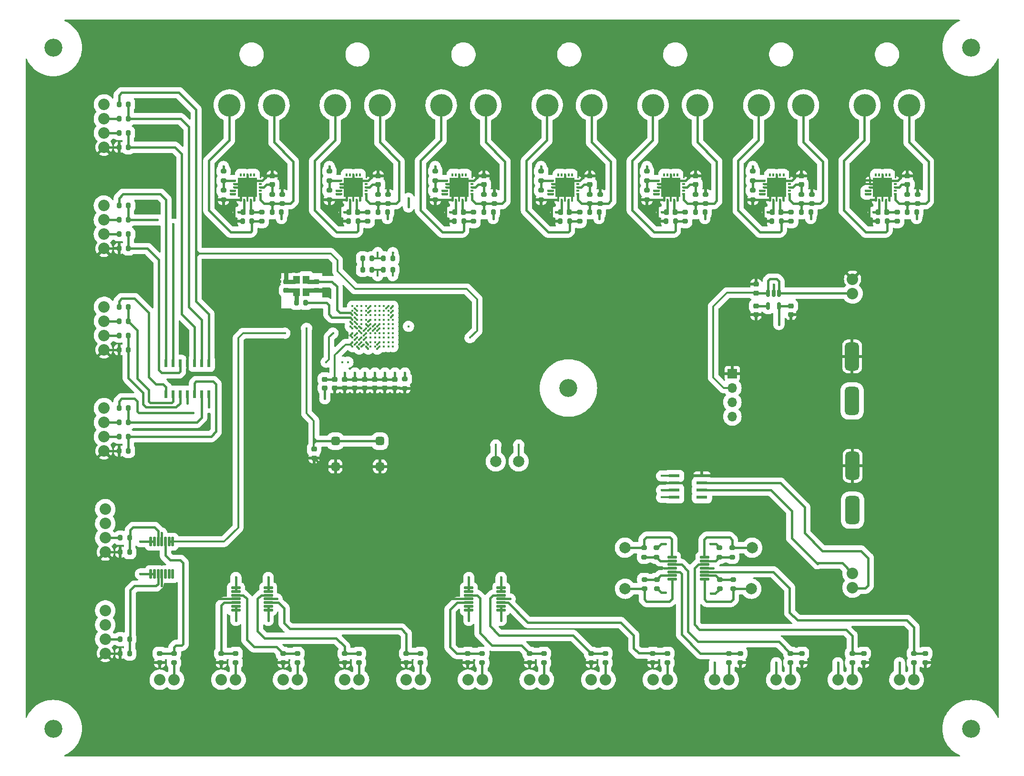
<source format=gbr>
%TF.GenerationSoftware,KiCad,Pcbnew,6.0.0*%
%TF.CreationDate,2022-01-12T19:51:09-05:00*%
%TF.ProjectId,sensor-board,73656e73-6f72-42d6-926f-6172642e6b69,-1*%
%TF.SameCoordinates,Original*%
%TF.FileFunction,Copper,L1,Top*%
%TF.FilePolarity,Positive*%
%FSLAX46Y46*%
G04 Gerber Fmt 4.6, Leading zero omitted, Abs format (unit mm)*
G04 Created by KiCad (PCBNEW 6.0.0) date 2022-01-12 19:51:09*
%MOMM*%
%LPD*%
G01*
G04 APERTURE LIST*
G04 Aperture macros list*
%AMRoundRect*
0 Rectangle with rounded corners*
0 $1 Rounding radius*
0 $2 $3 $4 $5 $6 $7 $8 $9 X,Y pos of 4 corners*
0 Add a 4 corners polygon primitive as box body*
4,1,4,$2,$3,$4,$5,$6,$7,$8,$9,$2,$3,0*
0 Add four circle primitives for the rounded corners*
1,1,$1+$1,$2,$3*
1,1,$1+$1,$4,$5*
1,1,$1+$1,$6,$7*
1,1,$1+$1,$8,$9*
0 Add four rect primitives between the rounded corners*
20,1,$1+$1,$2,$3,$4,$5,0*
20,1,$1+$1,$4,$5,$6,$7,0*
20,1,$1+$1,$6,$7,$8,$9,0*
20,1,$1+$1,$8,$9,$2,$3,0*%
%AMOutline5P*
0 Free polygon, 5 corners , with rotation*
0 The origin of the aperture is its center*
0 number of corners: always 5*
0 $1 to $10 corner X, Y*
0 $11 Rotation angle, in degrees counterclockwise*
0 create outline with 5 corners*
4,1,5,$1,$2,$3,$4,$5,$6,$7,$8,$9,$10,$1,$2,$11*%
%AMOutline6P*
0 Free polygon, 6 corners , with rotation*
0 The origin of the aperture is its center*
0 number of corners: always 6*
0 $1 to $12 corner X, Y*
0 $13 Rotation angle, in degrees counterclockwise*
0 create outline with 6 corners*
4,1,6,$1,$2,$3,$4,$5,$6,$7,$8,$9,$10,$11,$12,$1,$2,$13*%
%AMOutline7P*
0 Free polygon, 7 corners , with rotation*
0 The origin of the aperture is its center*
0 number of corners: always 7*
0 $1 to $14 corner X, Y*
0 $15 Rotation angle, in degrees counterclockwise*
0 create outline with 7 corners*
4,1,7,$1,$2,$3,$4,$5,$6,$7,$8,$9,$10,$11,$12,$13,$14,$1,$2,$15*%
%AMOutline8P*
0 Free polygon, 8 corners , with rotation*
0 The origin of the aperture is its center*
0 number of corners: always 8*
0 $1 to $16 corner X, Y*
0 $17 Rotation angle, in degrees counterclockwise*
0 create outline with 8 corners*
4,1,8,$1,$2,$3,$4,$5,$6,$7,$8,$9,$10,$11,$12,$13,$14,$15,$16,$1,$2,$17*%
%AMFreePoly0*
4,1,5,1.675000,-1.675000,-1.675000,-1.675000,-1.675000,1.675000,1.675000,1.675000,1.675000,-1.675000,1.675000,-1.675000,$1*%
G04 Aperture macros list end*
%TA.AperFunction,SMDPad,CuDef*%
%ADD10RoundRect,0.200000X0.200000X0.275000X-0.200000X0.275000X-0.200000X-0.275000X0.200000X-0.275000X0*%
%TD*%
%TA.AperFunction,SMDPad,CuDef*%
%ADD11RoundRect,0.200000X0.275000X-0.200000X0.275000X0.200000X-0.275000X0.200000X-0.275000X-0.200000X0*%
%TD*%
%TA.AperFunction,SMDPad,CuDef*%
%ADD12RoundRect,0.200000X-0.275000X0.200000X-0.275000X-0.200000X0.275000X-0.200000X0.275000X0.200000X0*%
%TD*%
%TA.AperFunction,SMDPad,CuDef*%
%ADD13RoundRect,0.225000X0.250000X-0.225000X0.250000X0.225000X-0.250000X0.225000X-0.250000X-0.225000X0*%
%TD*%
%TA.AperFunction,SMDPad,CuDef*%
%ADD14RoundRect,0.200000X-0.200000X-0.275000X0.200000X-0.275000X0.200000X0.275000X-0.200000X0.275000X0*%
%TD*%
%TA.AperFunction,ComponentPad*%
%ADD15C,2.032000*%
%TD*%
%TA.AperFunction,SMDPad,CuDef*%
%ADD16RoundRect,0.225000X-0.250000X0.225000X-0.250000X-0.225000X0.250000X-0.225000X0.250000X0.225000X0*%
%TD*%
%TA.AperFunction,SMDPad,CuDef*%
%ADD17RoundRect,0.020500X0.764500X0.184500X-0.764500X0.184500X-0.764500X-0.184500X0.764500X-0.184500X0*%
%TD*%
%TA.AperFunction,ComponentPad*%
%ADD18C,4.000000*%
%TD*%
%TA.AperFunction,SMDPad,CuDef*%
%ADD19R,1.200000X1.400000*%
%TD*%
%TA.AperFunction,SMDPad,CuDef*%
%ADD20RoundRect,0.225000X-0.225000X-0.250000X0.225000X-0.250000X0.225000X0.250000X-0.225000X0.250000X0*%
%TD*%
%TA.AperFunction,SMDPad,CuDef*%
%ADD21RoundRect,0.150000X-0.150000X0.512500X-0.150000X-0.512500X0.150000X-0.512500X0.150000X0.512500X0*%
%TD*%
%TA.AperFunction,WasherPad*%
%ADD22C,3.200000*%
%TD*%
%TA.AperFunction,SMDPad,CuDef*%
%ADD23RoundRect,0.375000X0.375000X0.375000X-0.375000X0.375000X-0.375000X-0.375000X0.375000X-0.375000X0*%
%TD*%
%TA.AperFunction,SMDPad,CuDef*%
%ADD24C,2.000000*%
%TD*%
%TA.AperFunction,SMDPad,CuDef*%
%ADD25Outline8P,-0.275000X0.180000X-0.255000X0.200000X0.255000X0.200000X0.275000X0.180000X0.275000X-0.180000X0.255000X-0.200000X-0.255000X-0.200000X-0.275000X-0.180000X90.000000*%
%TD*%
%TA.AperFunction,SMDPad,CuDef*%
%ADD26Outline8P,-0.275000X0.180000X-0.255000X0.200000X0.255000X0.200000X0.275000X0.180000X0.275000X-0.180000X0.255000X-0.200000X-0.255000X-0.200000X-0.275000X-0.180000X180.000000*%
%TD*%
%TA.AperFunction,HeatsinkPad*%
%ADD27FreePoly0,180.000000*%
%TD*%
%TA.AperFunction,HeatsinkPad*%
%ADD28C,0.600000*%
%TD*%
%TA.AperFunction,ComponentPad*%
%ADD29R,1.700000X1.700000*%
%TD*%
%TA.AperFunction,ComponentPad*%
%ADD30O,1.700000X1.700000*%
%TD*%
%TA.AperFunction,ComponentPad*%
%ADD31RoundRect,0.625000X-0.625000X1.875000X-0.625000X-1.875000X0.625000X-1.875000X0.625000X1.875000X0*%
%TD*%
%TA.AperFunction,SMDPad,CuDef*%
%ADD32RoundRect,0.218750X-0.256250X0.218750X-0.256250X-0.218750X0.256250X-0.218750X0.256250X0.218750X0*%
%TD*%
%TA.AperFunction,SMDPad,CuDef*%
%ADD33C,0.381000*%
%TD*%
%TA.AperFunction,SMDPad,CuDef*%
%ADD34RoundRect,0.020500X-0.184500X0.764500X-0.184500X-0.764500X0.184500X-0.764500X0.184500X0.764500X0*%
%TD*%
%TA.AperFunction,SMDPad,CuDef*%
%ADD35R,1.981200X0.540800*%
%TD*%
%TA.AperFunction,SMDPad,CuDef*%
%ADD36R,0.533400X1.460500*%
%TD*%
%TA.AperFunction,ViaPad*%
%ADD37C,0.400000*%
%TD*%
%TA.AperFunction,Conductor*%
%ADD38C,0.400000*%
%TD*%
%TA.AperFunction,Conductor*%
%ADD39C,0.300000*%
%TD*%
%TA.AperFunction,Conductor*%
%ADD40C,0.800000*%
%TD*%
G04 APERTURE END LIST*
D10*
X99285600Y-69892000D03*
X97635600Y-69892000D03*
D11*
X94235600Y-62642000D03*
X94235600Y-60992000D03*
D12*
X171171600Y-133500000D03*
X171171600Y-135150000D03*
D13*
X140502266Y-63367000D03*
X140502266Y-61817000D03*
D10*
X77335600Y-105589000D03*
X75685600Y-105589000D03*
D14*
X140502266Y-68242000D03*
X142152266Y-68242000D03*
D13*
X215702268Y-63367000D03*
X215702268Y-61817000D03*
D12*
X196893933Y-65092000D03*
X196893933Y-66742000D03*
D15*
X126708456Y-151300000D03*
X129248456Y-151300000D03*
D16*
X117565600Y-97940500D03*
X117565600Y-99490500D03*
D14*
X118962600Y-78497000D03*
X120612600Y-78497000D03*
D17*
X143549600Y-138901000D03*
X143549600Y-138251000D03*
X143549600Y-137601000D03*
X143549600Y-136951000D03*
X143549600Y-136301000D03*
X143549600Y-135651000D03*
X143549600Y-135001000D03*
X137809600Y-135001000D03*
X137809600Y-135651000D03*
X137809600Y-136301000D03*
X137809600Y-136951000D03*
X137809600Y-137601000D03*
X137809600Y-138251000D03*
X137809600Y-138901000D03*
D11*
X138652266Y-69892000D03*
X138652266Y-68242000D03*
D12*
X118286312Y-146629000D03*
X118286312Y-148279000D03*
D18*
X121993933Y-49242000D03*
X114093933Y-49242000D03*
D12*
X162079168Y-146629000D03*
X162079168Y-148279000D03*
D19*
X108885600Y-82442000D03*
X108885600Y-80242000D03*
X107185600Y-80242000D03*
X107185600Y-82442000D03*
D20*
X191693933Y-68242000D03*
X193243933Y-68242000D03*
D21*
X192876600Y-82627000D03*
X191926600Y-82627000D03*
X190976600Y-82627000D03*
X190976600Y-84902000D03*
X192876600Y-84902000D03*
D22*
X155500000Y-99500000D03*
D15*
X214294172Y-151300000D03*
X216834172Y-151300000D03*
D11*
X157460599Y-69892000D03*
X157460599Y-68242000D03*
D12*
X186040954Y-146625000D03*
X186040954Y-148275000D03*
D15*
X192397740Y-151300000D03*
X194937740Y-151300000D03*
D12*
X85441670Y-146629000D03*
X85441670Y-148279000D03*
D11*
X104685600Y-66742000D03*
X104685600Y-65092000D03*
D22*
X64000000Y-160000000D03*
D15*
X72989600Y-67089000D03*
X72989600Y-69629000D03*
X72989600Y-72169000D03*
X72989600Y-74709000D03*
D10*
X77335600Y-108129000D03*
X75685600Y-108129000D03*
D23*
X122010600Y-113422000D03*
X122010600Y-108922000D03*
X114110600Y-113422000D03*
X114110600Y-108922000D03*
D12*
X94235600Y-64392000D03*
X94235600Y-66042000D03*
D20*
X172885600Y-68242000D03*
X174435600Y-68242000D03*
D22*
X227000000Y-39000000D03*
D13*
X178085600Y-63367000D03*
X178085600Y-61817000D03*
D11*
X131852266Y-62642000D03*
X131852266Y-60992000D03*
X213852268Y-69892000D03*
X213852268Y-68242000D03*
X119843933Y-69892000D03*
X119843933Y-68242000D03*
D14*
X122635600Y-78497000D03*
X124285600Y-78497000D03*
D12*
X93849884Y-146629000D03*
X93849884Y-148279000D03*
D14*
X75685600Y-49109000D03*
X77335600Y-49109000D03*
D12*
X107338098Y-146629000D03*
X107338098Y-148279000D03*
X121693933Y-65092000D03*
X121693933Y-66742000D03*
D14*
X118962600Y-76465000D03*
X120612600Y-76465000D03*
D11*
X169435600Y-62642000D03*
X169435600Y-60992000D03*
D15*
X73014600Y-49109000D03*
X73014600Y-51649000D03*
X73014600Y-54189000D03*
X73014600Y-56729000D03*
D11*
X198693933Y-66742000D03*
X198693933Y-65092000D03*
D15*
X205957600Y-134946000D03*
X205957600Y-132406000D03*
D24*
X165571600Y-135150000D03*
D18*
X216035600Y-49242000D03*
X208135600Y-49242000D03*
D10*
X77360600Y-74709000D03*
X75710600Y-74709000D03*
D12*
X168935600Y-127857000D03*
X168935600Y-129507000D03*
D14*
X159310599Y-68242000D03*
X160960599Y-68242000D03*
D24*
X187971600Y-135150000D03*
D12*
X131852266Y-64392000D03*
X131852266Y-66042000D03*
D25*
X210102268Y-66092000D03*
X210702268Y-66092000D03*
X211302268Y-66092000D03*
X211902268Y-66092000D03*
X212502268Y-66092000D03*
D26*
X213552268Y-65042000D03*
X213552268Y-64442000D03*
X213552268Y-63842000D03*
X213552268Y-63242000D03*
X213552268Y-62642000D03*
D25*
X212502268Y-61642000D03*
X211902268Y-61642000D03*
X211302268Y-61642000D03*
X210702268Y-61642000D03*
X210102268Y-61642000D03*
D26*
X209052268Y-62642000D03*
X209052268Y-63242000D03*
X209052268Y-63842000D03*
X209052268Y-64442000D03*
X209052268Y-65042000D03*
D27*
X211302268Y-63842000D03*
D28*
X212302268Y-62842000D03*
X212302268Y-63842000D03*
X210302268Y-62842000D03*
X212302268Y-64842000D03*
X211302268Y-62842000D03*
X211302268Y-63842000D03*
X210302268Y-63842000D03*
X210302268Y-64842000D03*
X211302268Y-64842000D03*
D13*
X110735600Y-82142000D03*
X110735600Y-80592000D03*
D12*
X170487382Y-146629000D03*
X170487382Y-148279000D03*
D11*
X168971600Y-135150000D03*
X168971600Y-133500000D03*
D12*
X178085600Y-65092000D03*
X178085600Y-66742000D03*
D15*
X205957600Y-82688000D03*
X205957600Y-80148000D03*
D12*
X159310599Y-65092000D03*
X159310599Y-66742000D03*
X151130954Y-146629000D03*
X151130954Y-148279000D03*
D25*
X97285600Y-66092000D03*
X97885600Y-66092000D03*
X98485600Y-66092000D03*
X99085600Y-66092000D03*
X99685600Y-66092000D03*
D26*
X100735600Y-65042000D03*
X100735600Y-64442000D03*
X100735600Y-63842000D03*
X100735600Y-63242000D03*
X100735600Y-62642000D03*
D25*
X99685600Y-61642000D03*
X99085600Y-61642000D03*
X98485600Y-61642000D03*
X97885600Y-61642000D03*
X97285600Y-61642000D03*
D26*
X96235600Y-62642000D03*
X96235600Y-63242000D03*
X96235600Y-63842000D03*
X96235600Y-64442000D03*
X96235600Y-65042000D03*
D28*
X97485600Y-64842000D03*
X99485600Y-63842000D03*
X97485600Y-63842000D03*
X97485600Y-62842000D03*
X99485600Y-64842000D03*
X99485600Y-62842000D03*
X98485600Y-64842000D03*
D27*
X98485600Y-63842000D03*
D28*
X98485600Y-62842000D03*
X98485600Y-63842000D03*
D16*
X124677600Y-97940500D03*
X124677600Y-99490500D03*
D11*
X161110599Y-66742000D03*
X161110599Y-65092000D03*
D12*
X215702268Y-65092000D03*
X215702268Y-66742000D03*
D20*
X135302266Y-68242000D03*
X136852266Y-68242000D03*
D16*
X105335600Y-80567000D03*
X105335600Y-82117000D03*
D15*
X73240790Y-139009000D03*
X73240790Y-141549000D03*
X73240790Y-144089000D03*
X73240790Y-146629000D03*
D18*
X178418932Y-49242000D03*
X170518932Y-49242000D03*
D12*
X207937382Y-146625000D03*
X207937382Y-148275000D03*
X140182740Y-146629000D03*
X140182740Y-148279000D03*
X115746312Y-146629000D03*
X115746312Y-148279000D03*
D13*
X121693933Y-63367000D03*
X121693933Y-61817000D03*
D11*
X150660599Y-62642000D03*
X150660599Y-60992000D03*
D18*
X159610599Y-49242000D03*
X151710599Y-49242000D03*
D10*
X77335600Y-54189000D03*
X75685600Y-54189000D03*
D20*
X116493933Y-68242000D03*
X118043933Y-68242000D03*
D13*
X196893933Y-63367000D03*
X196893933Y-61817000D03*
D20*
X97685600Y-68242000D03*
X99235600Y-68242000D03*
D24*
X146664000Y-112521000D03*
D10*
X77335600Y-87609000D03*
X75685600Y-87609000D03*
D11*
X176235600Y-69892000D03*
X176235600Y-68242000D03*
D15*
X137656670Y-151300000D03*
X140196670Y-151300000D03*
D29*
X184600000Y-96920000D03*
D30*
X184600000Y-99460000D03*
X184600000Y-102000000D03*
X184600000Y-104540000D03*
D10*
X118093933Y-69892000D03*
X116443933Y-69892000D03*
D15*
X82915600Y-151300000D03*
X85455600Y-151300000D03*
D10*
X77335600Y-51649000D03*
X75685600Y-51649000D03*
D15*
X181449526Y-151300000D03*
X183989526Y-151300000D03*
D10*
X77561790Y-126109000D03*
X75911790Y-126109000D03*
D12*
X194937740Y-146629000D03*
X194937740Y-148279000D03*
D14*
X215702268Y-68242000D03*
X217352268Y-68242000D03*
D10*
X77360600Y-72169000D03*
X75710600Y-72169000D03*
X77335600Y-56729000D03*
X75685600Y-56729000D03*
D12*
X126455600Y-97890500D03*
X126455600Y-99540500D03*
X104798098Y-146629000D03*
X104798098Y-148279000D03*
X129234526Y-146629000D03*
X129234526Y-148279000D03*
D15*
X104812028Y-151300000D03*
X107352028Y-151300000D03*
D25*
X153710599Y-66092000D03*
X154310599Y-66092000D03*
X154910599Y-66092000D03*
X155510599Y-66092000D03*
X156110599Y-66092000D03*
D26*
X157160599Y-65042000D03*
X157160599Y-64442000D03*
X157160599Y-63842000D03*
X157160599Y-63242000D03*
X157160599Y-62642000D03*
D25*
X156110599Y-61642000D03*
X155510599Y-61642000D03*
X154910599Y-61642000D03*
X154310599Y-61642000D03*
X153710599Y-61642000D03*
D26*
X152660599Y-62642000D03*
X152660599Y-63242000D03*
X152660599Y-63842000D03*
X152660599Y-64442000D03*
X152660599Y-65042000D03*
D28*
X155910599Y-63842000D03*
X155910599Y-62842000D03*
X153910599Y-63842000D03*
X153910599Y-62842000D03*
X154910599Y-64842000D03*
X154910599Y-63842000D03*
X155910599Y-64842000D03*
D27*
X154910599Y-63842000D03*
D28*
X154910599Y-62842000D03*
X153910599Y-64842000D03*
D16*
X121121600Y-97940500D03*
X121121600Y-99490500D03*
D12*
X126694526Y-146629000D03*
X126694526Y-148279000D03*
D31*
X205875000Y-101793333D03*
X205875000Y-93893333D03*
D16*
X114009600Y-97940500D03*
X114009600Y-99490500D03*
D14*
X75710600Y-67089000D03*
X77360600Y-67089000D03*
D11*
X142302266Y-66742000D03*
X142302266Y-65092000D03*
D18*
X103185600Y-49242000D03*
X95285600Y-49242000D03*
D13*
X188802400Y-82614600D03*
X188802400Y-81064600D03*
D14*
X178085600Y-68242000D03*
X179735600Y-68242000D03*
D32*
X112231600Y-97928000D03*
X112231600Y-99503000D03*
D10*
X155710599Y-69892000D03*
X154060599Y-69892000D03*
D22*
X227000000Y-160000000D03*
D11*
X171135600Y-129507000D03*
X171135600Y-127857000D03*
D15*
X73014600Y-103049000D03*
X73014600Y-105589000D03*
X73014600Y-108129000D03*
X73014600Y-110669000D03*
D12*
X102885600Y-65092000D03*
X102885600Y-66742000D03*
D14*
X121693933Y-68242000D03*
X123343933Y-68242000D03*
D12*
X148590954Y-146629000D03*
X148590954Y-148279000D03*
X169435600Y-64392000D03*
X169435600Y-66042000D03*
D14*
X102885600Y-68242000D03*
X104535600Y-68242000D03*
D25*
X134902266Y-66092000D03*
X135502266Y-66092000D03*
X136102266Y-66092000D03*
X136702266Y-66092000D03*
X137302266Y-66092000D03*
D26*
X138352266Y-65042000D03*
X138352266Y-64442000D03*
X138352266Y-63842000D03*
X138352266Y-63242000D03*
X138352266Y-62642000D03*
D25*
X137302266Y-61642000D03*
X136702266Y-61642000D03*
X136102266Y-61642000D03*
X135502266Y-61642000D03*
X134902266Y-61642000D03*
D26*
X133852266Y-62642000D03*
X133852266Y-63242000D03*
X133852266Y-63842000D03*
X133852266Y-64442000D03*
X133852266Y-65042000D03*
D28*
X137102266Y-62842000D03*
X137102266Y-64842000D03*
X136102266Y-63842000D03*
X135102266Y-64842000D03*
X135102266Y-63842000D03*
X137102266Y-63842000D03*
X136102266Y-64842000D03*
D27*
X136102266Y-63842000D03*
D28*
X135102266Y-62842000D03*
X136102266Y-62842000D03*
D24*
X188135600Y-127857000D03*
D12*
X196989168Y-146625000D03*
X196989168Y-148275000D03*
D25*
X191293933Y-66092000D03*
X191893933Y-66092000D03*
X192493933Y-66092000D03*
X193093933Y-66092000D03*
X193693933Y-66092000D03*
D26*
X194743933Y-65042000D03*
X194743933Y-64442000D03*
X194743933Y-63842000D03*
X194743933Y-63242000D03*
X194743933Y-62642000D03*
D25*
X193693933Y-61642000D03*
X193093933Y-61642000D03*
X192493933Y-61642000D03*
X191893933Y-61642000D03*
X191293933Y-61642000D03*
D26*
X190243933Y-62642000D03*
X190243933Y-63242000D03*
X190243933Y-63842000D03*
X190243933Y-64442000D03*
X190243933Y-65042000D03*
D28*
X191493933Y-62842000D03*
X193493933Y-63842000D03*
X192493933Y-62842000D03*
X191493933Y-63842000D03*
D27*
X192493933Y-63842000D03*
D28*
X192493933Y-63842000D03*
X192493933Y-64842000D03*
X193493933Y-64842000D03*
X191493933Y-64842000D03*
X193493933Y-62842000D03*
D13*
X102885600Y-63367000D03*
X102885600Y-61817000D03*
D11*
X123493933Y-66742000D03*
X123493933Y-65092000D03*
D16*
X195000000Y-84900000D03*
X195000000Y-86450000D03*
D12*
X150660599Y-64392000D03*
X150660599Y-66042000D03*
X113043933Y-64392000D03*
X113043933Y-66042000D03*
D18*
X197227265Y-49242000D03*
X189327265Y-49242000D03*
D14*
X122645600Y-76465000D03*
X124295600Y-76465000D03*
D33*
X117135600Y-84942000D03*
X117935600Y-84942000D03*
X118735600Y-84942000D03*
X119535600Y-84942000D03*
X120335600Y-84942000D03*
X121135600Y-84942000D03*
X121935600Y-84942000D03*
X122735600Y-84942000D03*
X123535600Y-84942000D03*
X124335599Y-84942000D03*
X117135600Y-85742000D03*
X117935600Y-85742000D03*
X118735600Y-85742000D03*
X119535600Y-85742000D03*
X120335600Y-85742000D03*
X121135600Y-85742000D03*
X121935600Y-85742000D03*
X122735600Y-85742000D03*
X123535600Y-85742000D03*
X124335599Y-85742000D03*
X117135600Y-86542000D03*
X117935600Y-86542000D03*
X118735600Y-86542000D03*
X119535600Y-86542000D03*
X120335600Y-86542000D03*
X121135600Y-86542000D03*
X121935600Y-86542000D03*
X122735600Y-86542000D03*
X123535600Y-86542000D03*
X124335599Y-86542000D03*
X117135600Y-87342000D03*
X117935600Y-87342000D03*
X118735600Y-87342000D03*
X119535600Y-87342000D03*
X120335600Y-87342000D03*
X121135600Y-87342000D03*
X121935600Y-87342000D03*
X122735600Y-87342000D03*
X123535600Y-87342000D03*
X124335599Y-87342000D03*
X117135600Y-88142000D03*
X117935600Y-88142000D03*
X118735600Y-88142000D03*
X119535600Y-88142000D03*
X120335600Y-88142000D03*
X121135600Y-88142000D03*
X121935600Y-88142000D03*
X122735600Y-88142000D03*
X123535600Y-88142000D03*
X124335599Y-88142000D03*
X117135600Y-88942000D03*
X117935600Y-88942000D03*
X118735600Y-88942000D03*
X119535600Y-88942000D03*
X120335600Y-88942000D03*
X121135600Y-88942000D03*
X121935600Y-88942000D03*
X122735600Y-88942000D03*
X123535600Y-88942000D03*
X124335599Y-88942000D03*
X117135600Y-89742000D03*
X117935600Y-89742000D03*
X118735600Y-89742000D03*
X119535600Y-89742000D03*
X120335600Y-89742000D03*
X121135600Y-89742000D03*
X121935600Y-89742000D03*
X122735600Y-89742000D03*
X123535600Y-89742000D03*
X124335599Y-89742000D03*
X117135600Y-90542000D03*
X117935600Y-90542000D03*
X118735600Y-90542000D03*
X119535600Y-90542000D03*
X120335600Y-90542000D03*
X121135600Y-90542000D03*
X121935600Y-90542000D03*
X122735600Y-90542000D03*
X123535600Y-90542000D03*
X124335599Y-90542000D03*
X117135600Y-91342000D03*
X117935600Y-91342000D03*
X118735600Y-91342000D03*
X119535600Y-91342000D03*
X120335600Y-91342000D03*
X121135600Y-91342000D03*
X121935600Y-91342000D03*
X122735600Y-91342000D03*
X123535600Y-91342000D03*
X124335599Y-91342000D03*
X117135600Y-92141999D03*
X117935600Y-92141999D03*
X118735600Y-92141999D03*
X119535600Y-92141999D03*
X120335600Y-92141999D03*
X121135600Y-92141999D03*
X121935600Y-92141999D03*
X122735600Y-92141999D03*
X123535600Y-92141999D03*
X124335599Y-92141999D03*
D10*
X77335600Y-92689000D03*
X75685600Y-92689000D03*
D15*
X73014600Y-85069000D03*
X73014600Y-87609000D03*
X73014600Y-90149000D03*
X73014600Y-92689000D03*
D12*
X82901670Y-146629000D03*
X82901670Y-148279000D03*
D16*
X119343600Y-97940500D03*
X119343600Y-99490500D03*
D12*
X159539168Y-146629000D03*
X159539168Y-148279000D03*
D10*
X77561790Y-128649000D03*
X75911790Y-128649000D03*
D16*
X188802400Y-84925400D03*
X188802400Y-86475400D03*
D13*
X159310599Y-63367000D03*
X159310599Y-61817000D03*
D22*
X64000000Y-39000000D03*
D17*
X179641600Y-133440000D03*
X179641600Y-132790000D03*
X179641600Y-132140000D03*
X179641600Y-131490000D03*
X179641600Y-130840000D03*
X179641600Y-130190000D03*
X179641600Y-129540000D03*
X173901600Y-129540000D03*
X173901600Y-130190000D03*
X173901600Y-130840000D03*
X173901600Y-131490000D03*
X173901600Y-132140000D03*
X173901600Y-132790000D03*
X173901600Y-133440000D03*
D15*
X93863814Y-151300000D03*
X96403814Y-151300000D03*
D11*
X188243933Y-62642000D03*
X188243933Y-60992000D03*
D17*
X102178600Y-138901000D03*
X102178600Y-138251000D03*
X102178600Y-137601000D03*
X102178600Y-136951000D03*
X102178600Y-136301000D03*
X102178600Y-135651000D03*
X102178600Y-135001000D03*
X96438600Y-135001000D03*
X96438600Y-135651000D03*
X96438600Y-136301000D03*
X96438600Y-136951000D03*
X96438600Y-137601000D03*
X96438600Y-138251000D03*
X96438600Y-138901000D03*
D12*
X173071670Y-146629000D03*
X173071670Y-148279000D03*
D15*
X115760242Y-151300000D03*
X118300242Y-151300000D03*
X148604884Y-151300000D03*
X151144884Y-151300000D03*
D11*
X113043933Y-62642000D03*
X113043933Y-60992000D03*
D10*
X77335600Y-110669000D03*
X75685600Y-110669000D03*
D34*
X85225600Y-126793000D03*
X84575600Y-126793000D03*
X83925600Y-126793000D03*
X83275600Y-126793000D03*
X82625600Y-126793000D03*
X81975600Y-126793000D03*
X81325600Y-126793000D03*
X81325600Y-132533000D03*
X81975600Y-132533000D03*
X82625600Y-132533000D03*
X83275600Y-132533000D03*
X83925600Y-132533000D03*
X84575600Y-132533000D03*
X85225600Y-132533000D03*
D12*
X184585600Y-127857000D03*
X184585600Y-129507000D03*
D14*
X75685600Y-85069000D03*
X77335600Y-85069000D03*
D12*
X96389884Y-146629000D03*
X96389884Y-148279000D03*
D15*
X159553098Y-151300000D03*
X162093098Y-151300000D03*
D31*
X205957600Y-121200666D03*
X205957600Y-113300666D03*
D13*
X110310600Y-111897000D03*
X110310600Y-110347000D03*
D12*
X216834172Y-146629000D03*
X216834172Y-148279000D03*
D15*
X170501312Y-151300000D03*
X173041312Y-151300000D03*
D35*
X174282601Y-115107000D03*
X174282601Y-116377000D03*
X174282601Y-117647000D03*
X174282601Y-118917000D03*
X179212599Y-118917000D03*
X179212599Y-117647000D03*
X179212599Y-116377000D03*
X179212599Y-115107000D03*
D25*
X172485600Y-66092000D03*
X173085600Y-66092000D03*
X173685600Y-66092000D03*
X174285600Y-66092000D03*
X174885600Y-66092000D03*
D26*
X175935600Y-65042000D03*
X175935600Y-64442000D03*
X175935600Y-63842000D03*
X175935600Y-63242000D03*
X175935600Y-62642000D03*
D25*
X174885600Y-61642000D03*
X174285600Y-61642000D03*
X173685600Y-61642000D03*
X173085600Y-61642000D03*
X172485600Y-61642000D03*
D26*
X171435600Y-62642000D03*
X171435600Y-63242000D03*
X171435600Y-63842000D03*
X171435600Y-64442000D03*
X171435600Y-65042000D03*
D28*
X173685600Y-62842000D03*
X172685600Y-62842000D03*
X174685600Y-63842000D03*
X174685600Y-62842000D03*
X173685600Y-64842000D03*
X172685600Y-63842000D03*
X172685600Y-64842000D03*
X173685600Y-63842000D03*
X174685600Y-64842000D03*
D27*
X173685600Y-63842000D03*
D25*
X116093933Y-66092000D03*
X116693933Y-66092000D03*
X117293933Y-66092000D03*
X117893933Y-66092000D03*
X118493933Y-66092000D03*
D26*
X119543933Y-65042000D03*
X119543933Y-64442000D03*
X119543933Y-63842000D03*
X119543933Y-63242000D03*
X119543933Y-62642000D03*
D25*
X118493933Y-61642000D03*
X117893933Y-61642000D03*
X117293933Y-61642000D03*
X116693933Y-61642000D03*
X116093933Y-61642000D03*
D26*
X115043933Y-62642000D03*
X115043933Y-63242000D03*
X115043933Y-63842000D03*
X115043933Y-64442000D03*
X115043933Y-65042000D03*
D27*
X117293933Y-63842000D03*
D28*
X118293933Y-64842000D03*
X118293933Y-62842000D03*
X116293933Y-62842000D03*
X117293933Y-62842000D03*
X117293933Y-63842000D03*
X117293933Y-64842000D03*
X116293933Y-64842000D03*
X118293933Y-63842000D03*
X116293933Y-63842000D03*
D16*
X122899600Y-97940500D03*
X122899600Y-99490500D03*
D14*
X107185600Y-84367000D03*
X108835600Y-84367000D03*
D11*
X179885600Y-66742000D03*
X179885600Y-65092000D03*
D12*
X182371600Y-133500000D03*
X182371600Y-135150000D03*
D11*
X217502268Y-66742000D03*
X217502268Y-65092000D03*
D16*
X115787600Y-97940500D03*
X115787600Y-99490500D03*
D12*
X205885954Y-146629000D03*
X205885954Y-148279000D03*
D10*
X193293933Y-69892000D03*
X191643933Y-69892000D03*
D11*
X182335600Y-129507000D03*
X182335600Y-127857000D03*
X101035600Y-69892000D03*
X101035600Y-68242000D03*
D12*
X183989526Y-146629000D03*
X183989526Y-148279000D03*
D10*
X77561790Y-146629000D03*
X75911790Y-146629000D03*
D15*
X73240790Y-121029000D03*
X73240790Y-123569000D03*
X73240790Y-126109000D03*
X73240790Y-128649000D03*
D20*
X154110599Y-68242000D03*
X155660599Y-68242000D03*
D11*
X184771600Y-135150000D03*
X184771600Y-133500000D03*
X195043933Y-69892000D03*
X195043933Y-68242000D03*
D12*
X218885600Y-146625000D03*
X218885600Y-148275000D03*
D14*
X196893933Y-68242000D03*
X198543933Y-68242000D03*
D24*
X142600000Y-112521000D03*
D18*
X140802266Y-49242000D03*
X132902266Y-49242000D03*
D36*
X84025600Y-100557150D03*
X85295600Y-100557150D03*
X86565600Y-100557150D03*
X87835600Y-100557150D03*
X89105600Y-100557150D03*
X90375600Y-100557150D03*
X91645600Y-100557150D03*
X91645600Y-95108850D03*
X90375600Y-95108850D03*
X89105600Y-95108850D03*
X87835600Y-95108850D03*
X86565600Y-95108850D03*
X85295600Y-95108850D03*
X84025600Y-95108850D03*
D14*
X75685600Y-103049000D03*
X77335600Y-103049000D03*
D10*
X136902266Y-69892000D03*
X135252266Y-69892000D03*
D15*
X203345954Y-151300000D03*
X205885954Y-151300000D03*
D10*
X77335600Y-90149000D03*
X75685600Y-90149000D03*
D12*
X140502266Y-65092000D03*
X140502266Y-66742000D03*
X188243933Y-64392000D03*
X188243933Y-66042000D03*
D20*
X210502268Y-68242000D03*
X212052268Y-68242000D03*
D10*
X174485600Y-69892000D03*
X172835600Y-69892000D03*
D24*
X165535600Y-127857000D03*
D10*
X77360600Y-69629000D03*
X75710600Y-69629000D03*
D12*
X137642740Y-146629000D03*
X137642740Y-148279000D03*
D10*
X212102268Y-69892000D03*
X210452268Y-69892000D03*
X77561790Y-144089000D03*
X75911790Y-144089000D03*
D37*
X112500000Y-120000000D03*
X195000000Y-105000000D03*
X197500000Y-42500000D03*
X182500000Y-157500000D03*
X174500000Y-56000000D03*
X222500000Y-112500000D03*
X162500000Y-75000000D03*
X190000000Y-139700000D03*
X217500000Y-117500000D03*
X135000000Y-77500000D03*
X191600000Y-135800000D03*
X134710600Y-136951000D03*
X127500000Y-42500000D03*
X127500000Y-110000000D03*
X100000000Y-85000000D03*
X108500000Y-71500000D03*
X195000000Y-130000000D03*
X118000000Y-56000000D03*
X62500000Y-57500000D03*
X80500000Y-80000000D03*
X87500000Y-120000000D03*
X157500000Y-105000000D03*
X155500000Y-56000000D03*
X120735600Y-88542000D03*
X127500000Y-125000000D03*
X69000000Y-43600000D03*
X225000000Y-72500000D03*
X112400000Y-140000000D03*
X114235600Y-148350000D03*
X217500000Y-132500000D03*
X202000000Y-73000000D03*
X152500000Y-80000000D03*
X217500000Y-97500000D03*
X99000000Y-56000000D03*
X77500000Y-157500000D03*
X200000000Y-110000000D03*
X177500000Y-122500000D03*
X127500000Y-105000000D03*
X152500000Y-125000000D03*
X80500000Y-60500000D03*
X225000000Y-67500000D03*
X200000000Y-115000000D03*
X191926600Y-81103000D03*
X217500000Y-102500000D03*
X116735600Y-90142000D03*
X95000000Y-100000000D03*
X77500000Y-42500000D03*
X129500000Y-74000000D03*
X222500000Y-152500000D03*
X193500000Y-56000000D03*
X157500000Y-80000000D03*
X225000000Y-62500000D03*
X220260600Y-148275000D03*
X87500000Y-157500000D03*
X160000000Y-135000000D03*
X102500000Y-157500000D03*
X212500000Y-157500000D03*
X122500000Y-135000000D03*
X62500000Y-77500000D03*
X157500000Y-137500000D03*
X62500000Y-87500000D03*
X217500000Y-87500000D03*
X147500000Y-157500000D03*
X142500000Y-157500000D03*
X142500000Y-75000000D03*
X222500000Y-107500000D03*
X121535600Y-88542000D03*
X190000000Y-95000000D03*
X140000000Y-77500000D03*
X81000000Y-143000000D03*
X62500000Y-112500000D03*
X140000000Y-125000000D03*
X152500000Y-135000000D03*
X162500000Y-157500000D03*
X75500000Y-79500000D03*
X62500000Y-117500000D03*
X167700000Y-139700000D03*
X81435600Y-148350000D03*
X172500000Y-80000000D03*
X127500000Y-135000000D03*
X62500000Y-137500000D03*
X80000000Y-67500000D03*
X202500000Y-56000000D03*
X62500000Y-72500000D03*
X62500000Y-127500000D03*
X83275600Y-134663000D03*
X110000000Y-42500000D03*
X125235600Y-148350000D03*
X221600000Y-46400000D03*
X62500000Y-67500000D03*
X100000000Y-112500000D03*
X197500000Y-157500000D03*
X195000000Y-100000000D03*
X62500000Y-107500000D03*
X119343600Y-101242500D03*
X119300000Y-140000000D03*
X140000000Y-100000000D03*
X177500000Y-100000000D03*
X157500000Y-125000000D03*
X86500000Y-98500000D03*
X212000000Y-56000000D03*
X122500000Y-125000000D03*
X100000000Y-115000000D03*
X92500000Y-115000000D03*
X180000000Y-42500000D03*
X144200000Y-148100000D03*
X177500000Y-80000000D03*
X137500000Y-157500000D03*
X172500000Y-157500000D03*
X122500000Y-130000000D03*
X217500000Y-127500000D03*
X95000000Y-85000000D03*
X152500000Y-90000000D03*
X84000000Y-138000000D03*
X62500000Y-82500000D03*
X94000000Y-95000000D03*
X222500000Y-102500000D03*
X62500000Y-97500000D03*
X200000000Y-100000000D03*
X146500000Y-56000000D03*
X77500000Y-152500000D03*
X142500000Y-80000000D03*
X100000000Y-100000000D03*
X165700000Y-148600000D03*
X95000000Y-80000000D03*
X188802400Y-88159400D03*
X140000000Y-115000000D03*
X152500000Y-110000000D03*
X117535600Y-86142000D03*
X105000000Y-42500000D03*
X117500000Y-135000000D03*
X222500000Y-132500000D03*
X152500000Y-115000000D03*
X157500000Y-115000000D03*
X147500000Y-130000000D03*
X170000000Y-42500000D03*
X165000000Y-56000000D03*
X83000000Y-49500000D03*
X185000000Y-122500000D03*
X133000000Y-148700000D03*
X209210600Y-148275000D03*
X152500000Y-137500000D03*
X202500000Y-157500000D03*
X222500000Y-77500000D03*
X132500000Y-157500000D03*
X165000000Y-42500000D03*
X127500000Y-120000000D03*
X87835600Y-92919000D03*
X200000000Y-105000000D03*
X74000000Y-97500000D03*
X152500000Y-130000000D03*
X132500000Y-42500000D03*
X119935600Y-88542000D03*
X128000000Y-56000000D03*
X172500000Y-95000000D03*
X222500000Y-92500000D03*
X177500000Y-85000000D03*
X117500000Y-125000000D03*
X112500000Y-157500000D03*
X195000000Y-110000000D03*
X182500000Y-75000000D03*
X122200000Y-146500000D03*
X177500000Y-110000000D03*
X62500000Y-62500000D03*
X217500000Y-112500000D03*
X97500000Y-157500000D03*
X103235600Y-148350000D03*
X127500000Y-157500000D03*
X198160600Y-148275000D03*
X111600000Y-147100000D03*
X172500000Y-90000000D03*
X217500000Y-137500000D03*
X222500000Y-147500000D03*
X177500000Y-95000000D03*
X190000000Y-105000000D03*
X222500000Y-117500000D03*
X140000000Y-120000000D03*
X172500000Y-110000000D03*
X222500000Y-142500000D03*
X140000000Y-105000000D03*
X182500000Y-110000000D03*
X172458600Y-131490000D03*
X217500000Y-107500000D03*
X82500000Y-42500000D03*
X157500000Y-157500000D03*
X162500000Y-80000000D03*
X157500000Y-110000000D03*
X147500000Y-80000000D03*
X67500000Y-152500000D03*
X217500000Y-42500000D03*
X92435600Y-148350000D03*
X147500000Y-75000000D03*
X87000000Y-90500000D03*
X217500000Y-157500000D03*
X157500000Y-120000000D03*
X92500000Y-42500000D03*
X80000000Y-72500000D03*
X62500000Y-102500000D03*
X188802400Y-79553600D03*
X93308600Y-136951000D03*
X122500000Y-120000000D03*
X62500000Y-52500000D03*
X147235600Y-148350000D03*
X167500000Y-157500000D03*
X100000000Y-120000000D03*
X163900000Y-144400000D03*
X108500000Y-56000000D03*
X62500000Y-152500000D03*
X112500000Y-135000000D03*
X167500000Y-80000000D03*
X172500000Y-85000000D03*
X142500000Y-125000000D03*
X160800000Y-144100000D03*
X225000000Y-52500000D03*
X207500000Y-157500000D03*
X117500000Y-157500000D03*
X152500000Y-157500000D03*
X128600000Y-140000000D03*
X185000000Y-139700000D03*
X127500000Y-115000000D03*
X195000000Y-88215000D03*
X158035600Y-148350000D03*
X160000000Y-125000000D03*
X146000000Y-70500000D03*
X207500000Y-42500000D03*
X192500000Y-157500000D03*
X87500000Y-115000000D03*
X62500000Y-132500000D03*
X157500000Y-135000000D03*
X152500000Y-105000000D03*
X222500000Y-137500000D03*
X94000000Y-90000000D03*
X217500000Y-122500000D03*
X92500000Y-120000000D03*
X225000000Y-77500000D03*
X147500000Y-120000000D03*
X62500000Y-122500000D03*
X136235600Y-148350000D03*
X190000000Y-100000000D03*
X62500000Y-92500000D03*
X181573600Y-115107000D03*
X187500000Y-157500000D03*
X62500000Y-142500000D03*
X217500000Y-92500000D03*
X222500000Y-87500000D03*
X131400000Y-144800000D03*
X155200000Y-147100000D03*
X112275000Y-113425000D03*
X217500000Y-82500000D03*
X90500000Y-135000000D03*
X107500000Y-157500000D03*
X187210600Y-148275000D03*
X185000000Y-42500000D03*
X222500000Y-97500000D03*
X171100000Y-142900000D03*
X99000000Y-129500000D03*
X127500000Y-130000000D03*
X76000000Y-116000000D03*
X202500000Y-137500000D03*
X112385600Y-82142000D03*
X100000000Y-122500000D03*
X122500000Y-42500000D03*
X140000000Y-95000000D03*
X200000000Y-90000000D03*
X72500000Y-42500000D03*
X100000000Y-80000000D03*
X169106600Y-148279000D03*
X184000000Y-56000000D03*
X90000000Y-146000000D03*
X100000000Y-105000000D03*
X117500000Y-130000000D03*
X147500000Y-125000000D03*
X147500000Y-42500000D03*
X92500000Y-157500000D03*
X195000000Y-95000000D03*
X142500000Y-42500000D03*
X160000000Y-130000000D03*
X222500000Y-122500000D03*
X117500000Y-120000000D03*
X160000000Y-120000000D03*
X160000000Y-42500000D03*
X62500000Y-47500000D03*
X142500000Y-120000000D03*
X225000000Y-47500000D03*
X112500000Y-125000000D03*
X83000000Y-54500000D03*
X222500000Y-82500000D03*
X136500000Y-56000000D03*
X82500000Y-157500000D03*
X87500000Y-42500000D03*
X112500000Y-130000000D03*
X62500000Y-147500000D03*
X202500000Y-42500000D03*
X225000000Y-57500000D03*
X152500000Y-120000000D03*
X177500000Y-157500000D03*
X177500000Y-90000000D03*
X190000000Y-110000000D03*
X200000000Y-95000000D03*
X122500000Y-157500000D03*
X222500000Y-127500000D03*
X157500000Y-90000000D03*
X167500000Y-110000000D03*
X157500000Y-130000000D03*
X72500000Y-152500000D03*
X105335600Y-78117000D03*
X172500000Y-100000000D03*
X196885600Y-64242000D03*
X87835600Y-102226925D03*
X119935600Y-89342000D03*
X119343600Y-96810500D03*
X118467600Y-97940500D03*
X124677600Y-96810500D03*
X123801600Y-97940500D03*
X140485600Y-64242000D03*
X121535600Y-89342000D03*
X120245600Y-97940500D03*
X150635600Y-60142000D03*
X172048600Y-117647000D03*
X215685600Y-64242000D03*
X112231600Y-101382500D03*
X94235600Y-60142000D03*
X120735600Y-89342000D03*
X122899600Y-96810500D03*
X121121600Y-96810500D03*
X131835600Y-60142000D03*
X121685600Y-64242000D03*
X188235600Y-60142000D03*
X117535600Y-86942000D03*
X169435600Y-60142000D03*
X145126600Y-136951000D03*
X122023600Y-97940500D03*
X192876600Y-88199800D03*
X117565600Y-96810500D03*
X102885600Y-64242000D03*
X178085600Y-64242000D03*
X115787600Y-96810500D03*
X181163600Y-131490000D03*
X159285600Y-64242000D03*
X83275600Y-125265000D03*
X119135600Y-89342000D03*
X118962600Y-77481000D03*
X113035600Y-60142000D03*
X116689600Y-97940500D03*
X117535600Y-85342000D03*
X103724600Y-136951000D03*
X180771600Y-136000000D03*
X214294172Y-148279000D03*
X180735600Y-127207000D03*
X203345954Y-148279000D03*
X172735600Y-127207000D03*
X192397740Y-148279000D03*
X172771600Y-135800000D03*
X181449526Y-148279000D03*
X85307600Y-70401000D03*
X82513600Y-69639000D03*
X117535600Y-90142000D03*
X83529600Y-98849000D03*
X88863600Y-103929000D03*
X91657600Y-102913000D03*
X117535600Y-90942000D03*
X96438600Y-133141000D03*
X117535600Y-91742000D03*
X96438400Y-140766800D03*
X118335600Y-92542000D03*
X138035600Y-90542000D03*
X119135600Y-90942000D03*
X217335600Y-69392000D03*
X209672600Y-68242000D03*
X160935600Y-69392000D03*
X153284600Y-68242000D03*
X104535600Y-69392000D03*
X96896600Y-68242000D03*
X198535600Y-69392000D03*
X190876600Y-68242000D03*
X142135600Y-69392000D03*
X134488600Y-68242000D03*
X179735600Y-69392000D03*
X172080600Y-68242000D03*
X115692600Y-68242000D03*
X123335600Y-69392000D03*
X105135600Y-89742000D03*
X116735600Y-88542000D03*
X117535600Y-88542000D03*
X79465600Y-126788800D03*
X115335600Y-94892000D03*
X117535600Y-87742000D03*
X79465600Y-132528800D03*
X118335600Y-88542000D03*
X146664000Y-109600000D03*
X116735600Y-91742000D03*
X118335600Y-89342000D03*
X102178400Y-140766800D03*
X112485600Y-94892000D03*
X113685600Y-89742000D03*
X102178600Y-133141000D03*
X118335600Y-90942000D03*
X116335600Y-94892000D03*
X143549400Y-140766800D03*
X118335600Y-91742000D03*
X143549600Y-133141000D03*
X119135600Y-91742000D03*
X119135600Y-90142000D03*
X142600000Y-109600000D03*
X119935600Y-91742000D03*
X137809600Y-133141000D03*
X137809400Y-140766800D03*
X119935600Y-92542000D03*
X121535600Y-91742000D03*
X121535600Y-92542000D03*
X123935600Y-85342000D03*
X123135600Y-85342000D03*
X114335600Y-64442000D03*
X170735600Y-64442000D03*
X151935600Y-64442000D03*
X121629600Y-75449000D03*
X127090600Y-67321000D03*
X95535600Y-64442000D03*
X127090600Y-65797000D03*
X189535600Y-64442000D03*
X133135600Y-64442000D03*
X208335600Y-64442000D03*
X189535600Y-65042000D03*
X208335600Y-65042000D03*
X121629600Y-79513000D03*
X114335600Y-65042000D03*
X151935600Y-65042000D03*
X95535600Y-65042000D03*
X133135600Y-65042000D03*
X170735600Y-65042000D03*
X172048600Y-115107000D03*
X123935600Y-86142000D03*
X123935600Y-86942000D03*
X172048600Y-118917000D03*
X119935600Y-85342000D03*
X124285600Y-79502000D03*
X119935600Y-86142000D03*
X124296600Y-75449000D03*
X116735600Y-86142000D03*
X116735600Y-86942000D03*
X119935600Y-87742000D03*
X126455600Y-96810500D03*
X127090600Y-88530000D03*
X116735600Y-87742000D03*
X108985600Y-88892000D03*
D38*
X113035600Y-62642000D02*
X113035600Y-64392000D01*
X113035600Y-62642000D02*
X115035600Y-62642000D01*
X118485600Y-62642000D02*
X118285600Y-62842000D01*
X136085600Y-61642000D02*
X136085600Y-62842000D01*
D39*
X186040954Y-148275000D02*
X187210600Y-148275000D01*
D38*
X125306600Y-148279000D02*
X125235600Y-148350000D01*
D39*
X196989168Y-148275000D02*
X198160600Y-148275000D01*
D38*
X172835600Y-69892000D02*
X171735600Y-69892000D01*
X133685600Y-66342000D02*
X133385600Y-66042000D01*
X115185600Y-66042000D02*
X115285600Y-66042000D01*
X137285600Y-65042000D02*
X136085600Y-63842000D01*
X100735600Y-62642000D02*
X101135600Y-62642000D01*
X95785600Y-66042000D02*
X95735600Y-66042000D01*
X134085600Y-66042000D02*
X134835600Y-66042000D01*
X190085600Y-66342000D02*
X189785600Y-66042000D01*
X142285600Y-65092000D02*
X142285600Y-62542000D01*
X114885600Y-69442000D02*
X114885600Y-66342000D01*
D39*
X109185600Y-82142000D02*
X108885600Y-82442000D01*
D38*
X208885600Y-66342000D02*
X209185600Y-66042000D01*
X190085600Y-66342000D02*
X190385600Y-66042000D01*
X179160600Y-61817000D02*
X178085600Y-61817000D01*
D39*
X119935600Y-88542000D02*
X120335600Y-88142000D01*
D38*
X171285600Y-69442000D02*
X171285600Y-66342000D01*
X171335600Y-66042000D02*
X171685600Y-66042000D01*
X116085600Y-65042000D02*
X117285600Y-63842000D01*
D39*
X119935600Y-88542000D02*
X119535600Y-88142000D01*
D38*
X119343600Y-99477500D02*
X119343600Y-101242500D01*
X194735600Y-62642000D02*
X195135600Y-62642000D01*
D39*
X117935600Y-86542000D02*
X117535600Y-86142000D01*
D38*
X189735600Y-66042000D02*
X190135600Y-66042000D01*
D40*
X110735600Y-82142000D02*
X109185600Y-82142000D01*
D38*
X209285600Y-66042000D02*
X210035600Y-66042000D01*
X171435600Y-63842000D02*
X172685600Y-63842000D01*
X73240790Y-146629000D02*
X75911790Y-146629000D01*
X134885600Y-65042000D02*
X136085600Y-63842000D01*
X137701670Y-148279000D02*
X136306600Y-148279000D01*
X191235600Y-66042000D02*
X191285600Y-66092000D01*
X212485600Y-62642000D02*
X212285600Y-62842000D01*
D40*
X105335600Y-78117000D02*
X105335600Y-80567000D01*
D38*
X116035600Y-66042000D02*
X116085600Y-66092000D01*
X169835600Y-66042000D02*
X170935600Y-66042000D01*
X170501670Y-148279000D02*
X169106600Y-148279000D01*
D39*
X153710599Y-65042000D02*
X154910599Y-63842000D01*
D38*
X73014600Y-110669000D02*
X75685600Y-110669000D01*
X191635600Y-69892000D02*
X190535600Y-69892000D01*
X104685600Y-65092000D02*
X104685600Y-62542000D01*
X157135600Y-62642000D02*
X156085600Y-62642000D01*
X152485600Y-66342000D02*
X152185600Y-66042000D01*
X179885600Y-65092000D02*
X179885600Y-62542000D01*
X160360600Y-61817000D02*
X159285600Y-61817000D01*
X192485600Y-61642000D02*
X192485600Y-62842000D01*
X115035600Y-63842000D02*
X116285600Y-63842000D01*
X141560600Y-61817000D02*
X140485600Y-61817000D01*
X114935600Y-66042000D02*
X115285600Y-66042000D01*
X208885600Y-69442000D02*
X208885600Y-66342000D01*
X135485600Y-63242000D02*
X136085600Y-63842000D01*
X97885600Y-63242000D02*
X98485600Y-63842000D01*
X116685600Y-63242000D02*
X117285600Y-63842000D01*
X190135600Y-66042000D02*
X190485600Y-66042000D01*
X100735600Y-62642000D02*
X99685600Y-62642000D01*
X212485600Y-65042000D02*
X211285600Y-63842000D01*
D39*
X136102266Y-66092000D02*
X136102266Y-64842000D01*
X121535600Y-88542000D02*
X121935600Y-88142000D01*
D38*
X209035600Y-63842000D02*
X210285600Y-63842000D01*
D39*
X107185600Y-80242000D02*
X107185600Y-80467000D01*
D38*
X190535600Y-69892000D02*
X190085600Y-69442000D01*
X104701670Y-148279000D02*
X103306600Y-148279000D01*
D40*
X105335600Y-80567000D02*
X106860600Y-80567000D01*
D38*
X152785600Y-66042000D02*
X152885600Y-66042000D01*
X188802400Y-86475400D02*
X188802400Y-88159400D01*
X133835600Y-63842000D02*
X135085600Y-63842000D01*
X210435600Y-69892000D02*
X209335600Y-69892000D01*
X99685600Y-62642000D02*
X99485600Y-62842000D01*
X92506600Y-148279000D02*
X92435600Y-148350000D01*
X195135600Y-62642000D02*
X195960600Y-61817000D01*
X111835600Y-113422000D02*
X110310600Y-111897000D01*
X96085600Y-66342000D02*
X95785600Y-66042000D01*
X190385600Y-66042000D02*
X190485600Y-66042000D01*
X97635600Y-69892000D02*
X96535600Y-69892000D01*
X195960600Y-61817000D02*
X196885600Y-61817000D01*
X190235600Y-63242000D02*
X191885600Y-63242000D01*
X171685600Y-66042000D02*
X172435600Y-66042000D01*
X189785600Y-66042000D02*
X189735600Y-66042000D01*
X152485600Y-66092000D02*
X152535600Y-66042000D01*
D39*
X156110599Y-65042000D02*
X155910599Y-64842000D01*
X154910599Y-66092000D02*
X154910599Y-63842000D01*
D38*
X179212599Y-115107000D02*
X181573600Y-115107000D01*
X209185600Y-66042000D02*
X209285600Y-66042000D01*
X118485600Y-65042000D02*
X117285600Y-63842000D01*
X156110599Y-65066999D02*
X154885600Y-63842000D01*
X212485600Y-66092000D02*
X212485600Y-65042000D01*
X96085600Y-66342000D02*
X96385600Y-66042000D01*
X173085600Y-63242000D02*
X173685600Y-63842000D01*
X173685600Y-61642000D02*
X173685600Y-62842000D01*
X209335600Y-69892000D02*
X208885600Y-69442000D01*
X97285600Y-65042000D02*
X98485600Y-63842000D01*
D39*
X207937382Y-148275000D02*
X209210600Y-148275000D01*
D38*
X96085600Y-66342000D02*
X96085600Y-66092000D01*
X154885600Y-61642000D02*
X154885600Y-62842000D01*
X114885600Y-66342000D02*
X114885600Y-66092000D01*
X114585600Y-66042000D02*
X114535600Y-66042000D01*
X133835600Y-63242000D02*
X135485600Y-63242000D01*
X198685600Y-62542000D02*
X197960600Y-61817000D01*
D39*
X218885600Y-148275000D02*
X220260600Y-148275000D01*
D38*
X172435600Y-66042000D02*
X172485600Y-66092000D01*
X170935600Y-66042000D02*
X171335600Y-66042000D01*
X213535600Y-62642000D02*
X212485600Y-62642000D01*
X157135600Y-62642000D02*
X157535600Y-62642000D01*
X132235600Y-66042000D02*
X133335600Y-66042000D01*
X96535600Y-69892000D02*
X96085600Y-69442000D01*
X152485600Y-66342000D02*
X152485600Y-66092000D01*
X179885600Y-62542000D02*
X179160600Y-61817000D01*
X216760600Y-61817000D02*
X215685600Y-61817000D01*
X133735600Y-66042000D02*
X134085600Y-66042000D01*
X123485600Y-62542000D02*
X122760600Y-61817000D01*
X177509600Y-115107000D02*
X176239600Y-116377000D01*
X152635600Y-63842000D02*
X153885600Y-63842000D01*
X103960600Y-61817000D02*
X102885600Y-61817000D01*
X152885600Y-66042000D02*
X153635600Y-66042000D01*
X153700000Y-65027600D02*
X154885600Y-63842000D01*
X152135600Y-66042000D02*
X152535600Y-66042000D01*
X151035600Y-66042000D02*
X152135600Y-66042000D01*
X172485600Y-66092000D02*
X172485600Y-65042000D01*
X217485600Y-62542000D02*
X216760600Y-61817000D01*
X115035600Y-63242000D02*
X116685600Y-63242000D01*
X179212599Y-115107000D02*
X177509600Y-115107000D01*
X197960600Y-61817000D02*
X196885600Y-61817000D01*
X152485600Y-69442000D02*
X152485600Y-66342000D01*
X171285600Y-66342000D02*
X170985600Y-66042000D01*
D39*
X98485600Y-66092000D02*
X98485600Y-63842000D01*
D38*
X170985600Y-66042000D02*
X170935600Y-66042000D01*
X152485600Y-66342000D02*
X152785600Y-66042000D01*
X190485600Y-66042000D02*
X191235600Y-66042000D01*
X194735600Y-62642000D02*
X193685600Y-62642000D01*
D39*
X106860600Y-80567000D02*
X107185600Y-80242000D01*
D38*
X123485600Y-65092000D02*
X123485600Y-62542000D01*
X171585600Y-66042000D02*
X171685600Y-66042000D01*
D40*
X112385600Y-82142000D02*
X110735600Y-82142000D01*
D38*
X195000000Y-86450000D02*
X195000000Y-88215000D01*
X148701670Y-148279000D02*
X147306600Y-148279000D01*
X133685600Y-66342000D02*
X133985600Y-66042000D01*
X73014600Y-56729000D02*
X75685600Y-56729000D01*
X158106600Y-148279000D02*
X158035600Y-148350000D01*
X133685600Y-69442000D02*
X133685600Y-66342000D01*
X122760600Y-61817000D02*
X121685600Y-61817000D01*
X133335600Y-66042000D02*
X133735600Y-66042000D01*
X101960600Y-61817000D02*
X102885600Y-61817000D01*
X191885600Y-63242000D02*
X192485600Y-63842000D01*
X133385600Y-66042000D02*
X133335600Y-66042000D01*
D39*
X156110599Y-66092000D02*
X156110599Y-65042000D01*
D38*
X134135600Y-69892000D02*
X133685600Y-69442000D01*
X133985600Y-66042000D02*
X134085600Y-66042000D01*
X101135600Y-62642000D02*
X101960600Y-61817000D01*
X211285600Y-61642000D02*
X211285600Y-62842000D01*
X175935600Y-62642000D02*
X174885600Y-62642000D01*
X174885600Y-62642000D02*
X174685600Y-62842000D01*
X119535600Y-62642000D02*
X118485600Y-62642000D01*
X115701670Y-148279000D02*
X114306600Y-148279000D01*
X177160600Y-61817000D02*
X178085600Y-61817000D01*
X114885600Y-66092000D02*
X114935600Y-66042000D01*
X142285600Y-62542000D02*
X141560600Y-61817000D01*
X138735600Y-62642000D02*
X139560600Y-61817000D01*
X114110600Y-113422000D02*
X111835600Y-113422000D01*
X214760600Y-61817000D02*
X215685600Y-61817000D01*
X190085600Y-66092000D02*
X190135600Y-66042000D01*
X114306600Y-148279000D02*
X114235600Y-148350000D01*
D39*
X117135600Y-89742000D02*
X116735600Y-90142000D01*
D38*
X103306600Y-148279000D02*
X103235600Y-148350000D01*
X126701670Y-148279000D02*
X125306600Y-148279000D01*
X138335600Y-62642000D02*
X138735600Y-62642000D01*
X137840600Y-136951000D02*
X134710600Y-136951000D01*
X171285600Y-66342000D02*
X171585600Y-66042000D01*
D39*
X117135600Y-90542000D02*
X116735600Y-90142000D01*
X120735600Y-88542000D02*
X121135600Y-88142000D01*
D38*
X134885600Y-66092000D02*
X134885600Y-65042000D01*
D39*
X117293933Y-66092000D02*
X117293933Y-64842000D01*
X173685600Y-66092000D02*
X173685600Y-64842000D01*
D38*
X96235600Y-63242000D02*
X97885600Y-63242000D01*
X83275600Y-132533000D02*
X83275600Y-134663000D01*
X96085600Y-66092000D02*
X96135600Y-66042000D01*
X159501670Y-148279000D02*
X158106600Y-148279000D01*
X73014600Y-92689000D02*
X75685600Y-92689000D01*
X95735600Y-66042000D02*
X96135600Y-66042000D01*
X99685600Y-66092000D02*
X99685600Y-65042000D01*
D39*
X209052268Y-62642000D02*
X210102268Y-62642000D01*
D38*
X99685600Y-65042000D02*
X98485600Y-63842000D01*
X156085600Y-62642000D02*
X155885600Y-62842000D01*
X198685600Y-65092000D02*
X198685600Y-62542000D01*
X137285600Y-62642000D02*
X137085600Y-62842000D01*
D39*
X211302268Y-66092000D02*
X211302268Y-63842000D01*
D38*
X133685600Y-66342000D02*
X133685600Y-66092000D01*
X119935600Y-62642000D02*
X120760600Y-61817000D01*
X158360600Y-61817000D02*
X159285600Y-61817000D01*
X191285600Y-65042000D02*
X192485600Y-63842000D01*
X114885600Y-66342000D02*
X115185600Y-66042000D01*
X188635600Y-66042000D02*
X189735600Y-66042000D01*
X161085600Y-65092000D02*
X161085600Y-62542000D01*
X210085600Y-66092000D02*
X210085600Y-65042000D01*
X133685600Y-66092000D02*
X133735600Y-66042000D01*
X171435600Y-63242000D02*
X173085600Y-63242000D01*
D39*
X153710599Y-66092000D02*
X153710599Y-65042000D01*
D38*
X104685600Y-62542000D02*
X103960600Y-61817000D01*
X213935600Y-62642000D02*
X214760600Y-61817000D01*
X87835600Y-94594850D02*
X87835600Y-92919000D01*
X173901600Y-131490000D02*
X172458600Y-131490000D01*
X152185600Y-66042000D02*
X152135600Y-66042000D01*
X82901670Y-148279000D02*
X81506600Y-148279000D01*
X122010600Y-113422000D02*
X114110600Y-113422000D01*
X176239600Y-116377000D02*
X174282601Y-116377000D01*
X114535600Y-66042000D02*
X114935600Y-66042000D01*
X154285600Y-63242000D02*
X154885600Y-63842000D01*
X135235600Y-69892000D02*
X134135600Y-69892000D01*
X190085600Y-69442000D02*
X190085600Y-66342000D01*
X191285600Y-66092000D02*
X191285600Y-65042000D01*
X96438600Y-136951000D02*
X93308600Y-136951000D01*
X152535600Y-66042000D02*
X152885600Y-66042000D01*
X114885600Y-66342000D02*
X114585600Y-66042000D01*
X193685600Y-62642000D02*
X193485600Y-62842000D01*
X174885600Y-66092000D02*
X174885600Y-65042000D01*
X190085600Y-66342000D02*
X190085600Y-66092000D01*
X139560600Y-61817000D02*
X140485600Y-61817000D01*
X210085600Y-65042000D02*
X211285600Y-63842000D01*
X115285600Y-66042000D02*
X116035600Y-66042000D01*
X136306600Y-148279000D02*
X136235600Y-148350000D01*
X210035600Y-66042000D02*
X210085600Y-66092000D01*
X171285600Y-66092000D02*
X171335600Y-66042000D01*
X96085600Y-69442000D02*
X96085600Y-66342000D01*
X172485600Y-65042000D02*
X173685600Y-63842000D01*
X119535600Y-62642000D02*
X119935600Y-62642000D01*
D39*
X108885600Y-82167000D02*
X108885600Y-82442000D01*
D38*
X175935600Y-62642000D02*
X176335600Y-62642000D01*
X96235600Y-63842000D02*
X97485600Y-63842000D01*
X116085600Y-66092000D02*
X116085600Y-65042000D01*
D39*
X192493933Y-66092000D02*
X192493933Y-64842000D01*
X210102268Y-62642000D02*
X211302268Y-63842000D01*
D38*
X115335600Y-69892000D02*
X114885600Y-69442000D01*
X176335600Y-62642000D02*
X177160600Y-61817000D01*
X210685600Y-63242000D02*
X211285600Y-63842000D01*
X126405600Y-99490500D02*
X126455600Y-99540500D01*
X217485600Y-65092000D02*
X217485600Y-62542000D01*
X96135600Y-66042000D02*
X96485600Y-66042000D01*
X114009600Y-99490500D02*
X126405600Y-99490500D01*
X209035600Y-63242000D02*
X210685600Y-63242000D01*
X96385600Y-66042000D02*
X96485600Y-66042000D01*
X188802400Y-81064600D02*
X188802400Y-79553600D01*
X113435600Y-66042000D02*
X114535600Y-66042000D01*
X94635600Y-66042000D02*
X95735600Y-66042000D01*
X137285600Y-66092000D02*
X137285600Y-65042000D01*
X161085600Y-62542000D02*
X160360600Y-61817000D01*
X118485600Y-66092000D02*
X118485600Y-65042000D01*
X134835600Y-66042000D02*
X134885600Y-66092000D01*
X138335600Y-62642000D02*
X137285600Y-62642000D01*
X81506600Y-148279000D02*
X81435600Y-148350000D01*
X193685600Y-65042000D02*
X192485600Y-63842000D01*
X171285600Y-66342000D02*
X171285600Y-66092000D01*
X97285600Y-66092000D02*
X97285600Y-65042000D01*
X73240790Y-128649000D02*
X75911790Y-128649000D01*
X98485600Y-61642000D02*
X98485600Y-62842000D01*
X147306600Y-148279000D02*
X147235600Y-148350000D01*
X193685600Y-66092000D02*
X193685600Y-65042000D01*
X190235600Y-63842000D02*
X191485600Y-63842000D01*
X117285600Y-61642000D02*
X117285600Y-62842000D01*
X120760600Y-61817000D02*
X121685600Y-61817000D01*
X191926600Y-82627000D02*
X191926600Y-81103000D01*
X93901670Y-148279000D02*
X92506600Y-148279000D01*
X157535600Y-62642000D02*
X158360600Y-61817000D01*
X213535600Y-62642000D02*
X213935600Y-62642000D01*
X152635600Y-63242000D02*
X154285600Y-63242000D01*
X116435600Y-69892000D02*
X115335600Y-69892000D01*
X96485600Y-66042000D02*
X97235600Y-66042000D01*
X152935600Y-69892000D02*
X152485600Y-69442000D01*
X171735600Y-69892000D02*
X171285600Y-69442000D01*
X174885600Y-65042000D02*
X173685600Y-63842000D01*
X72989600Y-74709000D02*
X75710600Y-74709000D01*
X154035600Y-69892000D02*
X152935600Y-69892000D01*
X97235600Y-66042000D02*
X97285600Y-66092000D01*
X169435600Y-62642000D02*
X171435600Y-62642000D01*
X169435600Y-62642000D02*
X169435600Y-64392000D01*
X119343600Y-97940500D02*
X119343600Y-96810500D01*
X102885600Y-63367000D02*
X102885600Y-64292000D01*
D39*
X118962600Y-77481000D02*
X118962600Y-78497000D01*
D38*
X83275600Y-126793000D02*
X83275600Y-125265000D01*
X174282601Y-117647000D02*
X172048600Y-117647000D01*
X139460600Y-63367000D02*
X138985600Y-63842000D01*
X101860600Y-63367000D02*
X101385600Y-63842000D01*
X115787600Y-97940500D02*
X116689600Y-97940500D01*
D39*
X119935600Y-89342000D02*
X120335600Y-88942000D01*
D38*
X159285600Y-64292000D02*
X159285600Y-65092000D01*
X214660600Y-63367000D02*
X214185600Y-63842000D01*
X101385600Y-63842000D02*
X100735600Y-63842000D01*
X169435600Y-60992000D02*
X169435600Y-60142000D01*
X120245600Y-97940500D02*
X122023600Y-97940500D01*
X121685600Y-63367000D02*
X120660600Y-63367000D01*
X102885600Y-64292000D02*
X102885600Y-65092000D01*
X121685600Y-64292000D02*
X121685600Y-65092000D01*
X113035600Y-60992000D02*
X113035600Y-60142000D01*
X145126600Y-136951000D02*
X143598600Y-136951000D01*
X150635600Y-60992000D02*
X150635600Y-60142000D01*
X215685600Y-64242000D02*
X215685600Y-64292000D01*
X192876600Y-84902000D02*
X192876600Y-88199800D01*
X121121600Y-97940500D02*
X121121600Y-96810500D01*
X178085600Y-63367000D02*
X177060600Y-63367000D01*
X196885600Y-63367000D02*
X196885600Y-64242000D01*
X159285600Y-63367000D02*
X159285600Y-64242000D01*
X196885600Y-64242000D02*
X196885600Y-64292000D01*
D39*
X121535600Y-89342000D02*
X121935600Y-88942000D01*
D38*
X178085600Y-63367000D02*
X178085600Y-64242000D01*
X140485600Y-64292000D02*
X140485600Y-65092000D01*
D39*
X117535600Y-86942000D02*
X117935600Y-87342000D01*
D38*
X195860600Y-63367000D02*
X195385600Y-63842000D01*
X87835600Y-102226925D02*
X87835600Y-100551075D01*
X115787600Y-97940500D02*
X115787600Y-96810500D01*
X140485600Y-63367000D02*
X140485600Y-64242000D01*
X195385600Y-63842000D02*
X194735600Y-63842000D01*
X124677600Y-97940500D02*
X124677600Y-96810500D01*
X196885600Y-64292000D02*
X196885600Y-65092000D01*
X215685600Y-63367000D02*
X215685600Y-64242000D01*
X138985600Y-63842000D02*
X138335600Y-63842000D01*
X178085600Y-64242000D02*
X178085600Y-64292000D01*
X116689600Y-97940500D02*
X118467600Y-97940500D01*
X176585600Y-63842000D02*
X175935600Y-63842000D01*
X121685600Y-63367000D02*
X121685600Y-64242000D01*
X159285600Y-63367000D02*
X158260600Y-63367000D01*
D39*
X120735600Y-89342000D02*
X121135600Y-88942000D01*
D38*
X103724600Y-136951000D02*
X102196600Y-136951000D01*
X157785600Y-63842000D02*
X157135600Y-63842000D01*
X214185600Y-63842000D02*
X213535600Y-63842000D01*
X140485600Y-63367000D02*
X139460600Y-63367000D01*
X131835600Y-60992000D02*
X131835600Y-60142000D01*
X122899600Y-97940500D02*
X122899600Y-96810500D01*
X196885600Y-63367000D02*
X195860600Y-63367000D01*
X178085600Y-64292000D02*
X178085600Y-65092000D01*
X215685600Y-64292000D02*
X215685600Y-65092000D01*
X195000000Y-84900000D02*
X192878600Y-84900000D01*
X192878600Y-84900000D02*
X192876600Y-84902000D01*
D39*
X119135600Y-89342000D02*
X119535600Y-88942000D01*
D38*
X94235600Y-60992000D02*
X94235600Y-60142000D01*
X179641600Y-131490000D02*
X181163600Y-131490000D01*
X140485600Y-64242000D02*
X140485600Y-64292000D01*
X118467600Y-97940500D02*
X120245600Y-97940500D01*
X120185600Y-63842000D02*
X119535600Y-63842000D01*
X215685600Y-63367000D02*
X214660600Y-63367000D01*
X123801600Y-97940500D02*
X124677600Y-97940500D01*
X122023600Y-97940500D02*
X123801600Y-97940500D01*
X117565600Y-97940500D02*
X117565600Y-96810500D01*
X120660600Y-63367000D02*
X120185600Y-63842000D01*
X188235600Y-60992000D02*
X188235600Y-60142000D01*
X121685600Y-64242000D02*
X121685600Y-64292000D01*
D39*
X117535600Y-85342000D02*
X117935600Y-85742000D01*
D38*
X158260600Y-63367000D02*
X157785600Y-63842000D01*
X112231600Y-99503000D02*
X112231600Y-101382500D01*
D39*
X118962600Y-76465000D02*
X118962600Y-77481000D01*
D38*
X102885600Y-63367000D02*
X101860600Y-63367000D01*
X177060600Y-63367000D02*
X176585600Y-63842000D01*
X159285600Y-64242000D02*
X159285600Y-64292000D01*
X181661600Y-132790000D02*
X182371600Y-133500000D01*
X179641600Y-132790000D02*
X181661600Y-132790000D01*
X184771600Y-133500000D02*
X182371600Y-133500000D01*
X182371600Y-135200000D02*
X181571600Y-136000000D01*
X181571600Y-136000000D02*
X180771600Y-136000000D01*
X214294172Y-151300000D02*
X214294172Y-148279000D01*
X194781600Y-135046000D02*
X194781600Y-139364000D01*
X194781600Y-139364000D02*
X196178600Y-140761000D01*
X218881600Y-146629000D02*
X218885600Y-146625000D01*
X191875600Y-132140000D02*
X194781600Y-135046000D01*
X179641600Y-132140000D02*
X191875600Y-132140000D01*
X196178600Y-140761000D02*
X215609600Y-140761000D01*
X216879600Y-142031000D02*
X216879600Y-146583572D01*
X216834172Y-146629000D02*
X218881600Y-146629000D01*
X215609600Y-140761000D02*
X216879600Y-142031000D01*
X216879600Y-146583572D02*
X216834172Y-146629000D01*
X216834172Y-151300000D02*
X216834172Y-148279000D01*
X182335600Y-129507000D02*
X184585600Y-129507000D01*
X179641600Y-130190000D02*
X181652600Y-130190000D01*
X181652600Y-130190000D02*
X182335600Y-129507000D01*
X181735600Y-127207000D02*
X180735600Y-127207000D01*
X203345954Y-151300000D02*
X203345954Y-148279000D01*
X182335600Y-127807000D02*
X181735600Y-127207000D01*
X182335600Y-127857000D02*
X182335600Y-127807000D01*
X204814600Y-142412000D02*
X205885954Y-143483354D01*
X177890600Y-135681000D02*
X177890600Y-141523000D01*
X178779600Y-142412000D02*
X204814600Y-142412000D01*
X205885954Y-143483354D02*
X205885954Y-146629000D01*
X177890600Y-131490000D02*
X177890600Y-135681000D01*
X205885954Y-146629000D02*
X207933382Y-146629000D01*
X177890600Y-141523000D02*
X178779600Y-142412000D01*
X207933382Y-146629000D02*
X207937382Y-146625000D01*
X178540600Y-130840000D02*
X177890600Y-131490000D01*
X179641600Y-130840000D02*
X178540600Y-130840000D01*
X205885954Y-151300000D02*
X205885954Y-148279000D01*
X168935600Y-129507000D02*
X171135600Y-129507000D01*
X171818600Y-130190000D02*
X171135600Y-129507000D01*
X173901600Y-130190000D02*
X171818600Y-130190000D01*
X192397740Y-151300000D02*
X192397740Y-148279000D01*
X171285600Y-127857000D02*
X171935600Y-127207000D01*
X171935600Y-127207000D02*
X172735600Y-127207000D01*
X171135600Y-127857000D02*
X171285600Y-127857000D01*
X175589600Y-130840000D02*
X176747600Y-131998000D01*
X173901600Y-130840000D02*
X175589600Y-130840000D01*
X194937740Y-146629000D02*
X196985168Y-146629000D01*
X196985168Y-146629000D02*
X196989168Y-146625000D01*
X176747600Y-142793000D02*
X178525600Y-144571000D01*
X176747600Y-131998000D02*
X176747600Y-142793000D01*
X178525600Y-144571000D02*
X192879740Y-144571000D01*
X192879740Y-144571000D02*
X194937740Y-146629000D01*
X194937740Y-151300000D02*
X194937740Y-148279000D01*
X168971600Y-133500000D02*
X171171600Y-133500000D01*
X173901600Y-132790000D02*
X171881600Y-132790000D01*
X171881600Y-132790000D02*
X171171600Y-133500000D01*
X181449526Y-151300000D02*
X181449526Y-148279000D01*
X171171600Y-135150000D02*
X171321600Y-135150000D01*
X171321600Y-135150000D02*
X171971600Y-135800000D01*
X171971600Y-135800000D02*
X172771600Y-135800000D01*
X175238600Y-132140000D02*
X175604600Y-132506000D01*
X178932600Y-146629000D02*
X183989526Y-146629000D01*
X183989526Y-146629000D02*
X186036954Y-146629000D01*
X173901600Y-132140000D02*
X175238600Y-132140000D01*
X186036954Y-146629000D02*
X186040954Y-146625000D01*
X175604600Y-143301000D02*
X178932600Y-146629000D01*
X175604600Y-132506000D02*
X175604600Y-143301000D01*
X183989526Y-151300000D02*
X183989526Y-148279000D01*
X179987600Y-126007000D02*
X179605600Y-126389000D01*
X188135600Y-127857000D02*
X184585600Y-127857000D01*
X179605600Y-126389000D02*
X179605600Y-129504000D01*
X184585600Y-126457000D02*
X184135600Y-126007000D01*
X184135600Y-126007000D02*
X179987600Y-126007000D01*
X179605600Y-129504000D02*
X179641600Y-129540000D01*
X184585600Y-127857000D02*
X184585600Y-126457000D01*
X173510600Y-126007000D02*
X173865600Y-126362000D01*
X165535600Y-127857000D02*
X168935600Y-127857000D01*
X169335600Y-126007000D02*
X173510600Y-126007000D01*
X168935600Y-126407000D02*
X169335600Y-126007000D01*
X173865600Y-126362000D02*
X173865600Y-129504000D01*
X173865600Y-129504000D02*
X173901600Y-129540000D01*
X168935600Y-127857000D02*
X168935600Y-126407000D01*
X173452600Y-137400000D02*
X169371600Y-137400000D01*
X168971600Y-137000000D02*
X168971600Y-135150000D01*
X173901600Y-136951000D02*
X173452600Y-137400000D01*
X169371600Y-137400000D02*
X168971600Y-137000000D01*
X165571600Y-135150000D02*
X168971600Y-135150000D01*
X173901600Y-133440000D02*
X173901600Y-136951000D01*
X77335600Y-105589000D02*
X89489600Y-105589000D01*
X77335600Y-103049000D02*
X77335600Y-105589000D01*
X89489600Y-105589000D02*
X90375600Y-104703000D01*
X90375600Y-104703000D02*
X90375600Y-100557150D01*
X73014600Y-105589000D02*
X75685600Y-105589000D01*
X77335600Y-108129000D02*
X77335600Y-110669000D01*
X92927600Y-98849000D02*
X92419600Y-98341000D01*
X89371600Y-98341000D02*
X89105600Y-98607000D01*
X92419600Y-98341000D02*
X89371600Y-98341000D01*
X92029600Y-108129000D02*
X92927600Y-107231000D01*
X77335600Y-108129000D02*
X92029600Y-108129000D01*
X92927600Y-107231000D02*
X92927600Y-98849000D01*
X89105600Y-98607000D02*
X89105600Y-100557150D01*
X73014600Y-108129000D02*
X75685600Y-108129000D01*
X85307600Y-100569150D02*
X85295600Y-100557150D01*
X80989600Y-99865000D02*
X80989600Y-101897000D01*
X80989600Y-101897000D02*
X81243600Y-102151000D01*
X78957600Y-97833000D02*
X80989600Y-99865000D01*
X77335600Y-87609000D02*
X78957600Y-89231000D01*
X78957600Y-89231000D02*
X78957600Y-97833000D01*
X77335600Y-85069000D02*
X77335600Y-87609000D01*
X81243600Y-102151000D02*
X85053600Y-102151000D01*
X85307600Y-101897000D02*
X85307600Y-100569150D01*
X85053600Y-102151000D02*
X85307600Y-101897000D01*
X73014600Y-87609000D02*
X75685600Y-87609000D01*
X94235600Y-62642000D02*
X94235600Y-64392000D01*
X94235600Y-62642000D02*
X96235600Y-62642000D01*
X86565600Y-102163000D02*
X86565600Y-100557150D01*
X77335600Y-90149000D02*
X77335600Y-92689000D01*
X77335600Y-97735000D02*
X79973600Y-100373000D01*
X80481600Y-102913000D02*
X85815600Y-102913000D01*
X77335600Y-92689000D02*
X77335600Y-97735000D01*
X79973600Y-102405000D02*
X80481600Y-102913000D01*
X79973600Y-100373000D02*
X79973600Y-102405000D01*
X85815600Y-102913000D02*
X86565600Y-102163000D01*
X73014600Y-90149000D02*
X75685600Y-90149000D01*
X77335600Y-49109000D02*
X77335600Y-51649000D01*
X88101600Y-85133000D02*
X90387600Y-87419000D01*
X90387600Y-95096850D02*
X90375600Y-95108850D01*
X88101600Y-53129000D02*
X88101600Y-85133000D01*
X90387600Y-87419000D02*
X90387600Y-95096850D01*
X77335600Y-51649000D02*
X86621600Y-51649000D01*
X86621600Y-51649000D02*
X88101600Y-53129000D01*
X73014600Y-51649000D02*
X75685600Y-51649000D01*
X85605600Y-56729000D02*
X86831600Y-57955000D01*
X89117600Y-88689000D02*
X89117600Y-95096850D01*
X89117600Y-95096850D02*
X89105600Y-95108850D01*
X77335600Y-54189000D02*
X77335600Y-56729000D01*
X86831600Y-86403000D02*
X89117600Y-88689000D01*
X77335600Y-56729000D02*
X85605600Y-56729000D01*
X86831600Y-57955000D02*
X86831600Y-86403000D01*
X73014600Y-54189000D02*
X75685600Y-54189000D01*
X82503600Y-69629000D02*
X82513600Y-69639000D01*
X85307600Y-70401000D02*
X85307600Y-95096850D01*
X77360600Y-69629000D02*
X82503600Y-69629000D01*
X77360600Y-67089000D02*
X77360600Y-69629000D01*
X85307600Y-95096850D02*
X85295600Y-95108850D01*
X72989600Y-69629000D02*
X75710600Y-69629000D01*
X80725600Y-74709000D02*
X82767600Y-76751000D01*
X77360600Y-72169000D02*
X77360600Y-74709000D01*
X77360600Y-74709000D02*
X80725600Y-74709000D01*
X83275600Y-96817000D02*
X86323600Y-96817000D01*
X82767600Y-96309000D02*
X83275600Y-96817000D01*
X86577600Y-96563000D02*
X86577600Y-95801000D01*
X86323600Y-96817000D02*
X86577600Y-96563000D01*
X82767600Y-76751000D02*
X82767600Y-96309000D01*
X72989600Y-72169000D02*
X75710600Y-72169000D01*
X82259600Y-98849000D02*
X83529600Y-98849000D01*
X78449600Y-83609000D02*
X80989600Y-86149000D01*
D39*
X117935600Y-89742000D02*
X117535600Y-90142000D01*
D38*
X84037600Y-100545150D02*
X84025600Y-100557150D01*
X83529600Y-98849000D02*
X84037600Y-99357000D01*
X75685600Y-84087000D02*
X76163600Y-83609000D01*
X76163600Y-83609000D02*
X78449600Y-83609000D01*
X75685600Y-85069000D02*
X75685600Y-84087000D01*
X80989600Y-86149000D02*
X80989600Y-97579000D01*
X84037600Y-99357000D02*
X84037600Y-100545150D01*
X80989600Y-97579000D02*
X82259600Y-98849000D01*
X78957600Y-101897000D02*
X78957600Y-103675000D01*
X78957600Y-103675000D02*
X79211600Y-103929000D01*
X76163600Y-101389000D02*
X78449600Y-101389000D01*
D39*
X117935600Y-90542000D02*
X117535600Y-90942000D01*
D38*
X79211600Y-103929000D02*
X88863600Y-103929000D01*
X91657600Y-102913000D02*
X91657600Y-100569150D01*
X75685600Y-101867000D02*
X76163600Y-101389000D01*
X78449600Y-101389000D02*
X78957600Y-101897000D01*
X75685600Y-103049000D02*
X75685600Y-101867000D01*
X91657600Y-100569150D02*
X91645600Y-100557150D01*
X96438600Y-135001000D02*
X96438600Y-133141000D01*
X96438600Y-135651000D02*
X96438600Y-135001000D01*
D39*
X117935600Y-91342000D02*
X117535600Y-91742000D01*
D38*
X96438400Y-140766800D02*
X96438400Y-138906800D01*
D39*
X118335600Y-92542000D02*
X117935600Y-92141999D01*
D38*
X96438600Y-138901000D02*
X96438600Y-138251000D01*
X143549600Y-137601000D02*
X144758600Y-137601000D01*
X164809600Y-141142000D02*
X167095600Y-143428000D01*
X167095600Y-145714000D02*
X167984600Y-146603000D01*
X170461382Y-146603000D02*
X170487382Y-146629000D01*
X167095600Y-143428000D02*
X167095600Y-145714000D01*
X144758600Y-137601000D02*
X148299600Y-141142000D01*
X167984600Y-146603000D02*
X170461382Y-146603000D01*
X170487382Y-146629000D02*
X173071670Y-146629000D01*
X148299600Y-141142000D02*
X164809600Y-141142000D01*
X173071670Y-148279000D02*
X173071670Y-151269642D01*
X173071670Y-151269642D02*
X173041312Y-151300000D01*
X141568600Y-141777000D02*
X143219600Y-143428000D01*
X142091600Y-136301000D02*
X141568600Y-136824000D01*
X143219600Y-143428000D02*
X156338168Y-143428000D01*
X159539168Y-146629000D02*
X162079168Y-146629000D01*
X143549600Y-136301000D02*
X142091600Y-136301000D01*
X156338168Y-143428000D02*
X159539168Y-146629000D01*
X141568600Y-136824000D02*
X141568600Y-141777000D01*
X162079168Y-148279000D02*
X162079168Y-151286070D01*
X162079168Y-151286070D02*
X162093098Y-151300000D01*
X137809600Y-136301000D02*
X137824600Y-136316000D01*
X139790600Y-136824000D02*
X139790600Y-143047000D01*
X148590954Y-146629000D02*
X151130954Y-146629000D01*
X139282600Y-136316000D02*
X139790600Y-136824000D01*
X147167954Y-145206000D02*
X148590954Y-146629000D01*
X141949600Y-145206000D02*
X147167954Y-145206000D01*
X137824600Y-136316000D02*
X139282600Y-136316000D01*
X139790600Y-143047000D02*
X141949600Y-145206000D01*
X151130954Y-151286070D02*
X151144884Y-151300000D01*
X151130954Y-148279000D02*
X151130954Y-151286070D01*
X137809600Y-137601000D02*
X135711600Y-137601000D01*
X135711600Y-137601000D02*
X134456600Y-138856000D01*
X134456600Y-145460000D02*
X135625600Y-146629000D01*
X135625600Y-146629000D02*
X137642740Y-146629000D01*
X137642740Y-146629000D02*
X140182740Y-146629000D01*
X134456600Y-138856000D02*
X134456600Y-145460000D01*
X140182740Y-148279000D02*
X140182740Y-151286070D01*
X140182740Y-151286070D02*
X140196670Y-151300000D01*
X125820600Y-142285000D02*
X126709600Y-143174000D01*
X104992600Y-141269000D02*
X106008600Y-142285000D01*
X126709600Y-143174000D02*
X126709600Y-146613926D01*
X106008600Y-142285000D02*
X125820600Y-142285000D01*
X104992600Y-138602000D02*
X104992600Y-141269000D01*
X126709600Y-146613926D02*
X126694526Y-146629000D01*
X126694526Y-146629000D02*
X129234526Y-146629000D01*
X102178600Y-137601000D02*
X103991600Y-137601000D01*
X103991600Y-137601000D02*
X104992600Y-138602000D01*
X129234526Y-148279000D02*
X129234526Y-151286070D01*
X129234526Y-151286070D02*
X129248456Y-151300000D01*
X114263600Y-143936000D02*
X115746312Y-145418712D01*
X100293600Y-142666000D02*
X101563600Y-143936000D01*
X101563600Y-143936000D02*
X114263600Y-143936000D01*
X100293600Y-136951000D02*
X100293600Y-142666000D01*
X115746312Y-145418712D02*
X115746312Y-146629000D01*
X100943600Y-136301000D02*
X100293600Y-136951000D01*
X115746312Y-146629000D02*
X118286312Y-146629000D01*
X102178600Y-136301000D02*
X100943600Y-136301000D01*
X118286312Y-151286070D02*
X118300242Y-151300000D01*
X118286312Y-148279000D02*
X118286312Y-151286070D01*
X96438600Y-136301000D02*
X97738600Y-136301000D01*
X103629098Y-145460000D02*
X104798098Y-146629000D01*
X97738600Y-136301000D02*
X98388600Y-136951000D01*
X104798098Y-146629000D02*
X107338098Y-146629000D01*
X99658600Y-145460000D02*
X103629098Y-145460000D01*
X98388600Y-144190000D02*
X99658600Y-145460000D01*
X98388600Y-136951000D02*
X98388600Y-144190000D01*
X107338098Y-148279000D02*
X107338098Y-151286070D01*
X107338098Y-151286070D02*
X107352028Y-151300000D01*
X93816600Y-138094000D02*
X93816600Y-146595716D01*
X96389884Y-146629000D02*
X93849884Y-146629000D01*
X96438600Y-137601000D02*
X94309600Y-137601000D01*
X94309600Y-137601000D02*
X93816600Y-138094000D01*
X93816600Y-146595716D02*
X93849884Y-146629000D01*
X96389884Y-151286070D02*
X96403814Y-151300000D01*
X96389884Y-148279000D02*
X96389884Y-151286070D01*
X83925600Y-129217000D02*
X84799600Y-130091000D01*
X87085600Y-130935600D02*
X87085600Y-144952000D01*
X87085600Y-130599000D02*
X87085600Y-130935600D01*
X84799600Y-130091000D02*
X86577600Y-130091000D01*
X86577600Y-130091000D02*
X87085600Y-130599000D01*
X85815600Y-145206000D02*
X85441670Y-145579930D01*
X85441670Y-145579930D02*
X85441670Y-146629000D01*
X82901670Y-146629000D02*
X85441670Y-146629000D01*
X86831600Y-145206000D02*
X85815600Y-145206000D01*
X83925600Y-126793000D02*
X83925600Y-129217000D01*
X87085600Y-144952000D02*
X86831600Y-145206000D01*
X85441670Y-151286070D02*
X85455600Y-151300000D01*
X85441670Y-148279000D02*
X85441670Y-151286070D01*
X82005600Y-124249000D02*
X82625600Y-124869000D01*
X82625600Y-124869000D02*
X82625600Y-126793000D01*
X77687600Y-124757000D02*
X78195600Y-124249000D01*
X77687600Y-125983190D02*
X77687600Y-124757000D01*
X77561790Y-126109000D02*
X77561790Y-128649000D01*
X77561790Y-126109000D02*
X77687600Y-125983190D01*
X78195600Y-124249000D02*
X82005600Y-124249000D01*
X73240790Y-126109000D02*
X75911790Y-126109000D01*
X77687600Y-143963190D02*
X77687600Y-135425000D01*
X77687600Y-135425000D02*
X78449600Y-134663000D01*
X78449600Y-134663000D02*
X82259600Y-134663000D01*
X82259600Y-134663000D02*
X82625600Y-134297000D01*
X82625600Y-134297000D02*
X82625600Y-132533000D01*
X77561790Y-144089000D02*
X77687600Y-143963190D01*
X77561790Y-144089000D02*
X77561790Y-146629000D01*
X73240790Y-144089000D02*
X75911790Y-144089000D01*
X73240790Y-144089000D02*
X76065600Y-144089000D01*
X184771600Y-137000000D02*
X184771600Y-135150000D01*
X179641600Y-133440000D02*
X179641600Y-136999000D01*
X187971600Y-135150000D02*
X184771600Y-135150000D01*
X180042600Y-137400000D02*
X184371600Y-137400000D01*
X179641600Y-136999000D02*
X180042600Y-137400000D01*
X184371600Y-137400000D02*
X184771600Y-137000000D01*
X91657600Y-86403000D02*
X91657600Y-95096850D01*
D39*
X139285600Y-89292000D02*
X139285600Y-83742000D01*
D38*
X91657600Y-95096850D02*
X91645600Y-95108850D01*
D39*
X89899000Y-75576000D02*
X89371600Y-76103400D01*
D38*
X89371600Y-76103400D02*
X89371600Y-84117000D01*
D39*
X114485600Y-76792000D02*
X113269600Y-75576000D01*
X114485600Y-78742000D02*
X114485600Y-76792000D01*
D38*
X89371600Y-84117000D02*
X91657600Y-86403000D01*
X89371600Y-50081000D02*
X89371600Y-75021600D01*
X89371600Y-75021600D02*
X89371600Y-75471600D01*
D39*
X117635600Y-81892000D02*
X114485600Y-78742000D01*
D38*
X86323600Y-47033000D02*
X89371600Y-50081000D01*
D39*
X89999000Y-75576000D02*
X89926000Y-75576000D01*
X113269600Y-75576000D02*
X89999000Y-75576000D01*
D38*
X75685600Y-49109000D02*
X75685600Y-47511000D01*
D39*
X138035600Y-90542000D02*
X139285600Y-89292000D01*
X89999000Y-75576000D02*
X89476000Y-75576000D01*
X119535600Y-90542000D02*
X119135600Y-90942000D01*
D38*
X75685600Y-47511000D02*
X76163600Y-47033000D01*
D39*
X139285600Y-83742000D02*
X137435600Y-81892000D01*
X89926000Y-75576000D02*
X89371600Y-75021600D01*
D38*
X76163600Y-47033000D02*
X86323600Y-47033000D01*
X89371600Y-75471600D02*
X89371600Y-76103400D01*
D39*
X137435600Y-81892000D02*
X117635600Y-81892000D01*
X89476000Y-75576000D02*
X89371600Y-75471600D01*
X89926000Y-75576000D02*
X89899000Y-75576000D01*
D38*
X215985600Y-49242000D02*
X215985600Y-55842000D01*
X215985600Y-55842000D02*
X219435600Y-59292000D01*
X218935600Y-66742000D02*
X217485600Y-66742000D01*
X217585600Y-66742000D02*
X215660600Y-66742000D01*
X215685600Y-66742000D02*
X215685600Y-68242000D01*
X214235600Y-66742000D02*
X215685600Y-66742000D01*
X213535600Y-65042000D02*
X213535600Y-66042000D01*
X219435600Y-66242000D02*
X218935600Y-66742000D01*
X213535600Y-66042000D02*
X214235600Y-66742000D01*
X219435600Y-59292000D02*
X219435600Y-66242000D01*
X159585600Y-55842000D02*
X163035600Y-59292000D01*
X161185600Y-66742000D02*
X159260600Y-66742000D01*
X157135600Y-65042000D02*
X157135600Y-66042000D01*
X159585600Y-49242000D02*
X159585600Y-55842000D01*
X157835600Y-66742000D02*
X159285600Y-66742000D01*
X162535600Y-66742000D02*
X161085600Y-66742000D01*
X157135600Y-66042000D02*
X157835600Y-66742000D01*
X159285600Y-66742000D02*
X159285600Y-68242000D01*
X163035600Y-59292000D02*
X163035600Y-66242000D01*
X163035600Y-66242000D02*
X162535600Y-66742000D01*
X211835600Y-71792000D02*
X208285600Y-71792000D01*
X204435600Y-59142000D02*
X208085600Y-55492000D01*
X208085600Y-55492000D02*
X208085600Y-49242000D01*
X204435600Y-67942000D02*
X204435600Y-59142000D01*
X212085600Y-71542000D02*
X211835600Y-71792000D01*
X212085600Y-69892000D02*
X212085600Y-71542000D01*
X208285600Y-71792000D02*
X204435600Y-67942000D01*
X213835600Y-69892000D02*
X212085600Y-69892000D01*
X148035600Y-67942000D02*
X148035600Y-59142000D01*
X151685600Y-55492000D02*
X151685600Y-49242000D01*
X151885600Y-71792000D02*
X148035600Y-67942000D01*
X155435600Y-71792000D02*
X151885600Y-71792000D01*
X155685600Y-71542000D02*
X155435600Y-71792000D01*
X157435600Y-69892000D02*
X155685600Y-69892000D01*
X155685600Y-69892000D02*
X155685600Y-71542000D01*
X148035600Y-59142000D02*
X151685600Y-55492000D01*
X210685600Y-66092000D02*
X210685600Y-67042000D01*
X210685600Y-67042000D02*
X210685600Y-68092000D01*
X217335600Y-68242000D02*
X217335600Y-69392000D01*
X210685600Y-68092000D02*
X210535600Y-68242000D01*
X210461600Y-68242000D02*
X209672600Y-68242000D01*
X212035600Y-68242000D02*
X213835600Y-68242000D01*
X211885600Y-68042000D02*
X212085600Y-68242000D01*
X211885600Y-66092000D02*
X211885600Y-68042000D01*
X154285600Y-67092000D02*
X154285600Y-68092000D01*
X154285600Y-67042000D02*
X154285600Y-67092000D01*
X154073600Y-68242000D02*
X153284600Y-68242000D01*
X160935600Y-68242000D02*
X160935600Y-69392000D01*
X154285600Y-66092000D02*
X154285600Y-67042000D01*
X154285600Y-68092000D02*
X154135600Y-68242000D01*
X155635600Y-68242000D02*
X157435600Y-68242000D01*
X155485600Y-66092000D02*
X155485600Y-68042000D01*
X155485600Y-68042000D02*
X155685600Y-68242000D01*
X150635600Y-62642000D02*
X152635600Y-62642000D01*
X150635600Y-62642000D02*
X150635600Y-64392000D01*
X106135600Y-66742000D02*
X104685600Y-66742000D01*
X100735600Y-65042000D02*
X100735600Y-66042000D01*
X100735600Y-66042000D02*
X101435600Y-66742000D01*
X103185600Y-49242000D02*
X103185600Y-55842000D01*
X101435600Y-66742000D02*
X102885600Y-66742000D01*
X103185600Y-55842000D02*
X106635600Y-59292000D01*
X104785600Y-66742000D02*
X102860600Y-66742000D01*
X106635600Y-66242000D02*
X106135600Y-66742000D01*
X106635600Y-59292000D02*
X106635600Y-66242000D01*
X102885600Y-66742000D02*
X102885600Y-68242000D01*
X95485600Y-71792000D02*
X91635600Y-67942000D01*
X99285600Y-69892000D02*
X99285600Y-71542000D01*
X91635600Y-59142000D02*
X95285600Y-55492000D01*
X99285600Y-71542000D02*
X99035600Y-71792000D01*
X95285600Y-55492000D02*
X95285600Y-49242000D01*
X101035600Y-69892000D02*
X99285600Y-69892000D01*
X99035600Y-71792000D02*
X95485600Y-71792000D01*
X91635600Y-67942000D02*
X91635600Y-59142000D01*
X104535600Y-68242000D02*
X104535600Y-69392000D01*
X97685600Y-68242000D02*
X96896600Y-68242000D01*
X97885600Y-67042000D02*
X97885600Y-68092000D01*
X97885600Y-66092000D02*
X97885600Y-67042000D01*
X97885600Y-68092000D02*
X97735600Y-68242000D01*
X99235600Y-68242000D02*
X101035600Y-68242000D01*
X99085600Y-68042000D02*
X99285600Y-68242000D01*
X99085600Y-66092000D02*
X99085600Y-68042000D01*
X197185600Y-55842000D02*
X200635600Y-59292000D01*
X195435600Y-66742000D02*
X196885600Y-66742000D01*
X197185600Y-49242000D02*
X197185600Y-55842000D01*
X200635600Y-66242000D02*
X200135600Y-66742000D01*
X200635600Y-59292000D02*
X200635600Y-66242000D01*
X194735600Y-65042000D02*
X194735600Y-66042000D01*
X194735600Y-66042000D02*
X195435600Y-66742000D01*
X198785600Y-66742000D02*
X196860600Y-66742000D01*
X200135600Y-66742000D02*
X198685600Y-66742000D01*
X196885600Y-66742000D02*
X196885600Y-68242000D01*
X139035600Y-66742000D02*
X140485600Y-66742000D01*
X138335600Y-65042000D02*
X138335600Y-66042000D01*
X140785600Y-55842000D02*
X144235600Y-59292000D01*
X144235600Y-66242000D02*
X143735600Y-66742000D01*
X143735600Y-66742000D02*
X142285600Y-66742000D01*
X140785600Y-49242000D02*
X140785600Y-55842000D01*
X142385600Y-66742000D02*
X140460600Y-66742000D01*
X140485600Y-66742000D02*
X140485600Y-68242000D01*
X138335600Y-66042000D02*
X139035600Y-66742000D01*
X144235600Y-59292000D02*
X144235600Y-66242000D01*
X185635600Y-59142000D02*
X189285600Y-55492000D01*
X193035600Y-71792000D02*
X189485600Y-71792000D01*
X189285600Y-55492000D02*
X189285600Y-49242000D01*
X185635600Y-67942000D02*
X185635600Y-59142000D01*
X193285600Y-71542000D02*
X193035600Y-71792000D01*
X189485600Y-71792000D02*
X185635600Y-67942000D01*
X193285600Y-69892000D02*
X193285600Y-71542000D01*
X195035600Y-69892000D02*
X193285600Y-69892000D01*
X136635600Y-71792000D02*
X133085600Y-71792000D01*
X136885600Y-71542000D02*
X136635600Y-71792000D01*
X129235600Y-67942000D02*
X129235600Y-59142000D01*
X129235600Y-59142000D02*
X132885600Y-55492000D01*
X132885600Y-55492000D02*
X132885600Y-49242000D01*
X138635600Y-69892000D02*
X136885600Y-69892000D01*
X133085600Y-71792000D02*
X129235600Y-67942000D01*
X136885600Y-69892000D02*
X136885600Y-71542000D01*
X198535600Y-68242000D02*
X198535600Y-69392000D01*
X191665600Y-68242000D02*
X190876600Y-68242000D01*
X191885600Y-66092000D02*
X191885600Y-67042000D01*
X191885600Y-68092000D02*
X191735600Y-68242000D01*
X191885600Y-67042000D02*
X191885600Y-68092000D01*
X193085600Y-66092000D02*
X193085600Y-68042000D01*
X193235600Y-68242000D02*
X195035600Y-68242000D01*
X193085600Y-68042000D02*
X193285600Y-68242000D01*
X135485600Y-66092000D02*
X135485600Y-67042000D01*
X135485600Y-67042000D02*
X135485600Y-68092000D01*
X142135600Y-68242000D02*
X142135600Y-69392000D01*
X135485600Y-68092000D02*
X135335600Y-68242000D01*
X135277600Y-68242000D02*
X134488600Y-68242000D01*
X136685600Y-66092000D02*
X136685600Y-68042000D01*
X136685600Y-68042000D02*
X136885600Y-68242000D01*
X136835600Y-68242000D02*
X138635600Y-68242000D01*
X188235600Y-62642000D02*
X190235600Y-62642000D01*
X188235600Y-62642000D02*
X188235600Y-64392000D01*
X131835600Y-62642000D02*
X133835600Y-62642000D01*
X131835600Y-62642000D02*
X131835600Y-64392000D01*
X181835600Y-59292000D02*
X181835600Y-66242000D01*
X178085600Y-66742000D02*
X178085600Y-68242000D01*
X178385600Y-55842000D02*
X181835600Y-59292000D01*
X178385600Y-49242000D02*
X178385600Y-55842000D01*
X179985600Y-66742000D02*
X178060600Y-66742000D01*
X181335600Y-66742000D02*
X179885600Y-66742000D01*
X176635600Y-66742000D02*
X178085600Y-66742000D01*
X181835600Y-66242000D02*
X181335600Y-66742000D01*
X175935600Y-65042000D02*
X175935600Y-66042000D01*
X175935600Y-66042000D02*
X176635600Y-66742000D01*
X119535600Y-65042000D02*
X119535600Y-66042000D01*
X121985600Y-49242000D02*
X121985600Y-55842000D01*
X121685600Y-66742000D02*
X121685600Y-68242000D01*
X121985600Y-55842000D02*
X125435600Y-59292000D01*
X120235600Y-66742000D02*
X121685600Y-66742000D01*
X125435600Y-66242000D02*
X124935600Y-66742000D01*
X119535600Y-66042000D02*
X120235600Y-66742000D01*
X125435600Y-59292000D02*
X125435600Y-66242000D01*
X123585600Y-66742000D02*
X121660600Y-66742000D01*
X124935600Y-66742000D02*
X123485600Y-66742000D01*
X166835600Y-67942000D02*
X166835600Y-59142000D01*
X170485600Y-55492000D02*
X170485600Y-49242000D01*
X176235600Y-69892000D02*
X174485600Y-69892000D01*
X174235600Y-71792000D02*
X170685600Y-71792000D01*
X174485600Y-69892000D02*
X174485600Y-71542000D01*
X174485600Y-71542000D02*
X174235600Y-71792000D01*
X170685600Y-71792000D02*
X166835600Y-67942000D01*
X166835600Y-59142000D02*
X170485600Y-55492000D01*
X110435600Y-67942000D02*
X110435600Y-59142000D01*
X114285600Y-71792000D02*
X110435600Y-67942000D01*
X114085600Y-55492000D02*
X114085600Y-49242000D01*
X118085600Y-71542000D02*
X117835600Y-71792000D01*
X119835600Y-69892000D02*
X118085600Y-69892000D01*
X117835600Y-71792000D02*
X114285600Y-71792000D01*
X110435600Y-59142000D02*
X114085600Y-55492000D01*
X118085600Y-69892000D02*
X118085600Y-71542000D01*
X172869600Y-68242000D02*
X172080600Y-68242000D01*
X179735600Y-68242000D02*
X179735600Y-69392000D01*
X173085600Y-67042000D02*
X173085600Y-68092000D01*
X173085600Y-68092000D02*
X172935600Y-68242000D01*
X173085600Y-66092000D02*
X173085600Y-67042000D01*
X174285600Y-68042000D02*
X174485600Y-68242000D01*
X174285600Y-66092000D02*
X174285600Y-68042000D01*
X174435600Y-68242000D02*
X176235600Y-68242000D01*
X116685600Y-66092000D02*
X116685600Y-67042000D01*
X116685600Y-68092000D02*
X116535600Y-68242000D01*
X116481600Y-68242000D02*
X115692600Y-68242000D01*
X116685600Y-67042000D02*
X116685600Y-68092000D01*
X123335600Y-68242000D02*
X123335600Y-69392000D01*
X117885600Y-68042000D02*
X118085600Y-68242000D01*
X117885600Y-66092000D02*
X117885600Y-68042000D01*
X118035600Y-68242000D02*
X119835600Y-68242000D01*
D39*
X181200000Y-85000000D02*
X181200000Y-97600000D01*
X188748800Y-82561000D02*
X183639000Y-82561000D01*
D38*
X190976600Y-82627000D02*
X188814800Y-82627000D01*
X192876600Y-82627000D02*
X192876600Y-80554400D01*
X188814800Y-82627000D02*
X188802400Y-82614600D01*
X192876600Y-80554400D02*
X192460000Y-80137800D01*
D39*
X183060000Y-99460000D02*
X184600000Y-99460000D01*
D38*
X190976600Y-80452800D02*
X190976600Y-82627000D01*
X192876600Y-82627000D02*
X205896600Y-82627000D01*
D39*
X183639000Y-82561000D02*
X181200000Y-85000000D01*
D38*
X191291600Y-80137800D02*
X190976600Y-80452800D01*
D39*
X181200000Y-97600000D02*
X183060000Y-99460000D01*
D38*
X192460000Y-80137800D02*
X191291600Y-80137800D01*
D39*
X188802400Y-82614600D02*
X188748800Y-82561000D01*
D38*
X205896600Y-82627000D02*
X205957600Y-82688000D01*
X188825800Y-84902000D02*
X188802400Y-84925400D01*
X190976600Y-84902000D02*
X188825800Y-84902000D01*
D39*
X86151600Y-126793000D02*
X85225600Y-126793000D01*
X117135600Y-88942000D02*
X116735600Y-88542000D01*
X86155600Y-126789000D02*
X86151600Y-126793000D01*
X97685600Y-89742000D02*
X96835600Y-90592000D01*
X96835600Y-90592000D02*
X96835600Y-124269000D01*
X94315600Y-126789000D02*
X86155600Y-126789000D01*
X96835600Y-124269000D02*
X94315600Y-126789000D01*
D38*
X84575600Y-126793000D02*
X85225600Y-126793000D01*
D39*
X105135600Y-89742000D02*
X97685600Y-89742000D01*
D38*
X81325600Y-126788800D02*
X79465600Y-126788800D01*
X81325600Y-126793000D02*
X81975600Y-126793000D01*
D39*
X117935600Y-88942000D02*
X117535600Y-88542000D01*
D38*
X81325600Y-132533000D02*
X81975600Y-132533000D01*
D39*
X117935600Y-88142000D02*
X117535600Y-87742000D01*
D38*
X81325600Y-132528800D02*
X79465600Y-132528800D01*
D39*
X118735600Y-88942000D02*
X118335600Y-88542000D01*
X146664000Y-112521000D02*
X146664000Y-109600000D01*
D38*
X112244100Y-97940500D02*
X112231600Y-97928000D01*
D39*
X116735600Y-91742000D02*
X117135600Y-92141999D01*
X115885600Y-91742000D02*
X116735600Y-91742000D01*
X116735600Y-91742000D02*
X117135600Y-91342000D01*
D38*
X114009600Y-97940500D02*
X112244100Y-97940500D01*
D39*
X114009600Y-93618000D02*
X114009600Y-97940500D01*
X114009600Y-93618000D02*
X115885600Y-91742000D01*
X112985600Y-94392000D02*
X112485600Y-94892000D01*
D38*
X102178600Y-138251000D02*
X102178600Y-138901000D01*
D39*
X112985600Y-90442000D02*
X112985600Y-94392000D01*
X118735600Y-89742000D02*
X118335600Y-89342000D01*
X113685600Y-89742000D02*
X112985600Y-90442000D01*
D38*
X102178400Y-140766800D02*
X102178400Y-138906800D01*
D39*
X118735600Y-90542000D02*
X118335600Y-90942000D01*
D38*
X102178600Y-135001000D02*
X102178600Y-133141000D01*
X102178600Y-135001000D02*
X102178600Y-135651000D01*
D39*
X118735600Y-91342000D02*
X118335600Y-91742000D01*
D38*
X143549600Y-138251000D02*
X143549600Y-138901000D01*
X143549400Y-140766800D02*
X143549400Y-138906800D01*
X143549600Y-135001000D02*
X143549600Y-135651000D01*
X143549600Y-135001000D02*
X143549600Y-133141000D01*
D39*
X119135600Y-91742000D02*
X118735600Y-92141999D01*
X142600000Y-112521000D02*
X142600000Y-109600000D01*
X119535600Y-89742000D02*
X119135600Y-90142000D01*
X119535600Y-91342000D02*
X119935600Y-91742000D01*
D38*
X137809600Y-135001000D02*
X137809600Y-133141000D01*
X137809600Y-135001000D02*
X137809600Y-135651000D01*
X137809400Y-140766800D02*
X137809400Y-138906800D01*
D39*
X119935600Y-92542000D02*
X119535600Y-92141999D01*
D38*
X137809600Y-138251000D02*
X137809600Y-138901000D01*
D39*
X121935600Y-91342000D02*
X121535600Y-91742000D01*
X121935600Y-92142000D02*
X121535600Y-92542000D01*
X121935600Y-92141999D02*
X121935600Y-92142000D01*
X123935600Y-85342000D02*
X124335599Y-84942000D01*
X123135600Y-85342000D02*
X123535600Y-84942000D01*
D38*
X171435600Y-64442000D02*
X170735600Y-64442000D01*
X115035600Y-64442000D02*
X114335600Y-64442000D01*
X133835600Y-64442000D02*
X133135600Y-64442000D01*
X190235600Y-64442000D02*
X189535600Y-64442000D01*
X152635600Y-64442000D02*
X151935600Y-64442000D01*
D39*
X121629600Y-76465000D02*
X121629600Y-75449000D01*
D38*
X127090600Y-65797000D02*
X127090600Y-67321000D01*
D39*
X120612600Y-76465000D02*
X121629600Y-76465000D01*
D38*
X96235600Y-64442000D02*
X95535600Y-64442000D01*
X209035600Y-64442000D02*
X208335600Y-64442000D01*
D39*
X121629600Y-76465000D02*
X122645600Y-76465000D01*
X120612600Y-78497000D02*
X121629600Y-78497000D01*
D38*
X115035600Y-65042000D02*
X114335600Y-65042000D01*
X133835600Y-65042000D02*
X133135600Y-65042000D01*
X96235600Y-65042000D02*
X95535600Y-65042000D01*
D39*
X121629600Y-78497000D02*
X122635600Y-78497000D01*
D38*
X190235600Y-65042000D02*
X189535600Y-65042000D01*
X152635600Y-65042000D02*
X151935600Y-65042000D01*
D39*
X121629600Y-78497000D02*
X121629600Y-79513000D01*
D38*
X209035600Y-65042000D02*
X208335600Y-65042000D01*
X171435600Y-65042000D02*
X170735600Y-65042000D01*
D39*
X174282601Y-115107000D02*
X172048600Y-115107000D01*
X123935600Y-86142000D02*
X123935600Y-86141999D01*
X123935600Y-86141999D02*
X124335599Y-85742000D01*
X123935600Y-86942000D02*
X123935600Y-86941999D01*
X174282601Y-118917000D02*
X172048600Y-118917000D01*
X123935600Y-86941999D02*
X124335599Y-86542000D01*
D38*
X204152600Y-130601000D02*
X205957600Y-132406000D01*
X179212599Y-117647000D02*
X191479600Y-117647000D01*
X191479600Y-117647000D02*
X195162600Y-121330000D01*
X199734600Y-130601000D02*
X204152600Y-130601000D01*
X195162600Y-126127000D02*
X199734600Y-130699000D01*
X195162600Y-121330000D02*
X195162600Y-126029000D01*
X206057600Y-135046000D02*
X205957600Y-134946000D01*
X197448600Y-120695000D02*
X197448600Y-125267000D01*
X208751600Y-129712000D02*
X208751600Y-134538000D01*
X193130600Y-116377000D02*
X197448600Y-120695000D01*
X208751600Y-134538000D02*
X208243600Y-135046000D01*
X208243600Y-135046000D02*
X206057600Y-135046000D01*
X200623600Y-128442000D02*
X207481600Y-128442000D01*
X207481600Y-128442000D02*
X208751600Y-129712000D01*
X179212599Y-116377000D02*
X193130600Y-116377000D01*
X197448600Y-125267000D02*
X200623600Y-128442000D01*
D39*
X124285600Y-78497000D02*
X124285600Y-79502000D01*
X120335600Y-84942000D02*
X119935600Y-85342000D01*
X124295600Y-76465000D02*
X124295600Y-75450000D01*
X120335600Y-85742000D02*
X119935600Y-86142000D01*
D38*
X124295600Y-75450000D02*
X124296600Y-75449000D01*
X114385600Y-81492000D02*
X113485600Y-80592000D01*
X114935600Y-86142000D02*
X114385600Y-85592000D01*
X113485600Y-80592000D02*
X110735600Y-80592000D01*
D39*
X109235600Y-80592000D02*
X108885600Y-80242000D01*
D40*
X110735600Y-80592000D02*
X109235600Y-80592000D01*
D38*
X116735600Y-86142000D02*
X114935600Y-86142000D01*
D39*
X116735600Y-86142000D02*
X117135600Y-86542000D01*
D38*
X114385600Y-85592000D02*
X114385600Y-81492000D01*
X116735600Y-86942000D02*
X113485600Y-86942000D01*
X113485600Y-86942000D02*
X112935600Y-86392000D01*
X112935600Y-86392000D02*
X112935600Y-84792000D01*
D39*
X117135600Y-87342000D02*
X116735600Y-86942000D01*
D38*
X112510600Y-84367000D02*
X108835600Y-84367000D01*
X112935600Y-84792000D02*
X112510600Y-84367000D01*
X126455600Y-97940500D02*
X126455600Y-96810500D01*
D39*
X120335600Y-87342000D02*
X119935600Y-87742000D01*
X110335600Y-108492000D02*
X110285600Y-108492000D01*
X110285600Y-105292000D02*
X110285600Y-108492000D01*
X110285600Y-109292000D02*
X110285600Y-110322000D01*
X110285600Y-108792000D02*
X110415600Y-108922000D01*
X110715600Y-108962000D02*
X110285600Y-109392000D01*
X108985600Y-103992000D02*
X110285600Y-105292000D01*
X117135600Y-88142000D02*
X116735600Y-87742000D01*
X110285600Y-108492000D02*
X110285600Y-108792000D01*
D38*
X122010600Y-108922000D02*
X114110600Y-108922000D01*
D39*
X110715600Y-108922000D02*
X110715600Y-108872000D01*
X110715600Y-108872000D02*
X110335600Y-108492000D01*
X110285600Y-109392000D02*
X110285600Y-109292000D01*
D38*
X110715600Y-108922000D02*
X114110600Y-108922000D01*
D39*
X110415600Y-108922000D02*
X110715600Y-108922000D01*
X110715600Y-108922000D02*
X110715600Y-108962000D01*
X110285600Y-110322000D02*
X110310600Y-110347000D01*
X110285600Y-108792000D02*
X110285600Y-109292000D01*
X108985600Y-88892000D02*
X108985600Y-103992000D01*
X106860600Y-82117000D02*
X107185600Y-82442000D01*
D40*
X107185600Y-84342000D02*
X107185600Y-82442000D01*
X105335600Y-82117000D02*
X106860600Y-82117000D01*
D38*
X75710600Y-67089000D02*
X75710600Y-65774000D01*
X83021600Y-65067000D02*
X84037600Y-66083000D01*
X76417600Y-65067000D02*
X83021600Y-65067000D01*
X84037600Y-95096850D02*
X84025600Y-95108850D01*
X75710600Y-65774000D02*
X76417600Y-65067000D01*
X84037600Y-66083000D02*
X84037600Y-95096850D01*
%TA.AperFunction,Conductor*%
G36*
X224996429Y-34095002D02*
G01*
X225042922Y-34148658D01*
X225053026Y-34218932D01*
X225023532Y-34283512D01*
X224976526Y-34317409D01*
X224842382Y-34372973D01*
X224447321Y-34578629D01*
X224071686Y-34817935D01*
X223840669Y-34995200D01*
X223720506Y-35087404D01*
X223720500Y-35087409D01*
X223718338Y-35089068D01*
X223389966Y-35389966D01*
X223089068Y-35718338D01*
X222817935Y-36071686D01*
X222578629Y-36447321D01*
X222372973Y-36842382D01*
X222202532Y-37253864D01*
X222201706Y-37256484D01*
X222201703Y-37256492D01*
X222069431Y-37676006D01*
X222068602Y-37678636D01*
X221972203Y-38113464D01*
X221971845Y-38116184D01*
X221971844Y-38116189D01*
X221964488Y-38172063D01*
X221914068Y-38555039D01*
X221894641Y-39000000D01*
X221914068Y-39444961D01*
X221972203Y-39886536D01*
X222068602Y-40321364D01*
X222069430Y-40323989D01*
X222069431Y-40323994D01*
X222184883Y-40690159D01*
X222202532Y-40746136D01*
X222372973Y-41157618D01*
X222578629Y-41552679D01*
X222817935Y-41928314D01*
X222938747Y-42085759D01*
X223043038Y-42221674D01*
X223089068Y-42281662D01*
X223389966Y-42610034D01*
X223718338Y-42910932D01*
X223720500Y-42912591D01*
X223720506Y-42912596D01*
X223840669Y-43004800D01*
X224071686Y-43182065D01*
X224447320Y-43421371D01*
X224842382Y-43627027D01*
X225253864Y-43797468D01*
X225256484Y-43798294D01*
X225256492Y-43798297D01*
X225676006Y-43930569D01*
X225676011Y-43930570D01*
X225678636Y-43931398D01*
X226113464Y-44027797D01*
X226116184Y-44028155D01*
X226116189Y-44028156D01*
X226281134Y-44049871D01*
X226555039Y-44085932D01*
X227000000Y-44105359D01*
X227444961Y-44085932D01*
X227718866Y-44049871D01*
X227883811Y-44028156D01*
X227883816Y-44028155D01*
X227886536Y-44027797D01*
X228321364Y-43931398D01*
X228323989Y-43930570D01*
X228323994Y-43930569D01*
X228743508Y-43798297D01*
X228743516Y-43798294D01*
X228746136Y-43797468D01*
X229157618Y-43627027D01*
X229552680Y-43421371D01*
X229928314Y-43182065D01*
X230159331Y-43004800D01*
X230279494Y-42912596D01*
X230279500Y-42912591D01*
X230281662Y-42910932D01*
X230610034Y-42610034D01*
X230910932Y-42281662D01*
X230956963Y-42221674D01*
X231061253Y-42085759D01*
X231182065Y-41928314D01*
X231421371Y-41552679D01*
X231627027Y-41157618D01*
X231682591Y-41023474D01*
X231727139Y-40968193D01*
X231794503Y-40945772D01*
X231863294Y-40963330D01*
X231911672Y-41015292D01*
X231925000Y-41071692D01*
X231925000Y-157928308D01*
X231904998Y-157996429D01*
X231851342Y-158042922D01*
X231781068Y-158053026D01*
X231716488Y-158023532D01*
X231682591Y-157976526D01*
X231628080Y-157844924D01*
X231628079Y-157844923D01*
X231627027Y-157842382D01*
X231421371Y-157447321D01*
X231182065Y-157071686D01*
X230910932Y-156718338D01*
X230610034Y-156389966D01*
X230281662Y-156089068D01*
X230279500Y-156087409D01*
X230279494Y-156087404D01*
X230159331Y-155995200D01*
X229928314Y-155817935D01*
X229552680Y-155578629D01*
X229157618Y-155372973D01*
X228746136Y-155202532D01*
X228743516Y-155201706D01*
X228743508Y-155201703D01*
X228323994Y-155069431D01*
X228323989Y-155069430D01*
X228321364Y-155068602D01*
X227886536Y-154972203D01*
X227883816Y-154971845D01*
X227883811Y-154971844D01*
X227718866Y-154950129D01*
X227444961Y-154914068D01*
X227000000Y-154894641D01*
X226555039Y-154914068D01*
X226281134Y-154950129D01*
X226116189Y-154971844D01*
X226116184Y-154971845D01*
X226113464Y-154972203D01*
X225678636Y-155068602D01*
X225676011Y-155069430D01*
X225676006Y-155069431D01*
X225256492Y-155201703D01*
X225256484Y-155201706D01*
X225253864Y-155202532D01*
X224842382Y-155372973D01*
X224447321Y-155578629D01*
X224071686Y-155817935D01*
X223840669Y-155995200D01*
X223720506Y-156087404D01*
X223720500Y-156087409D01*
X223718338Y-156089068D01*
X223389966Y-156389966D01*
X223089068Y-156718338D01*
X222817935Y-157071686D01*
X222578629Y-157447321D01*
X222372973Y-157842382D01*
X222202532Y-158253864D01*
X222068602Y-158678636D01*
X221972203Y-159113464D01*
X221914068Y-159555039D01*
X221894641Y-160000000D01*
X221914068Y-160444961D01*
X221972203Y-160886536D01*
X222068602Y-161321364D01*
X222069430Y-161323989D01*
X222069431Y-161323994D01*
X222139798Y-161547168D01*
X222202532Y-161746136D01*
X222372973Y-162157618D01*
X222578629Y-162552679D01*
X222817935Y-162928314D01*
X223089068Y-163281662D01*
X223389966Y-163610034D01*
X223718338Y-163910932D01*
X223720500Y-163912591D01*
X223720506Y-163912596D01*
X223770739Y-163951141D01*
X224071686Y-164182065D01*
X224447320Y-164421371D01*
X224842382Y-164627027D01*
X224844923Y-164628079D01*
X224844924Y-164628080D01*
X224976526Y-164682591D01*
X225031807Y-164727139D01*
X225054228Y-164794503D01*
X225036670Y-164863294D01*
X224984708Y-164911672D01*
X224928308Y-164925000D01*
X66071692Y-164925000D01*
X66003571Y-164904998D01*
X65957078Y-164851342D01*
X65946974Y-164781068D01*
X65976468Y-164716488D01*
X66023474Y-164682591D01*
X66155076Y-164628080D01*
X66155077Y-164628079D01*
X66157618Y-164627027D01*
X66552680Y-164421371D01*
X66928314Y-164182065D01*
X67229261Y-163951141D01*
X67279494Y-163912596D01*
X67279500Y-163912591D01*
X67281662Y-163910932D01*
X67610034Y-163610034D01*
X67910932Y-163281662D01*
X68182065Y-162928314D01*
X68421371Y-162552679D01*
X68627027Y-162157618D01*
X68797468Y-161746136D01*
X68860203Y-161547168D01*
X68930569Y-161323994D01*
X68930570Y-161323989D01*
X68931398Y-161321364D01*
X69027797Y-160886536D01*
X69085932Y-160444961D01*
X69105359Y-160000000D01*
X69085932Y-159555039D01*
X69027797Y-159113464D01*
X68931398Y-158678636D01*
X68797468Y-158253864D01*
X68627027Y-157842382D01*
X68421371Y-157447321D01*
X68182065Y-157071686D01*
X67910932Y-156718338D01*
X67610034Y-156389966D01*
X67281662Y-156089068D01*
X67279500Y-156087409D01*
X67279494Y-156087404D01*
X67159331Y-155995200D01*
X66928314Y-155817935D01*
X66552680Y-155578629D01*
X66157618Y-155372973D01*
X65746136Y-155202532D01*
X65743516Y-155201706D01*
X65743508Y-155201703D01*
X65323994Y-155069431D01*
X65323989Y-155069430D01*
X65321364Y-155068602D01*
X64886536Y-154972203D01*
X64883816Y-154971845D01*
X64883811Y-154971844D01*
X64718866Y-154950129D01*
X64444961Y-154914068D01*
X64000000Y-154894641D01*
X63555039Y-154914068D01*
X63281134Y-154950129D01*
X63116189Y-154971844D01*
X63116184Y-154971845D01*
X63113464Y-154972203D01*
X62678636Y-155068602D01*
X62676011Y-155069430D01*
X62676006Y-155069431D01*
X62256492Y-155201703D01*
X62256484Y-155201706D01*
X62253864Y-155202532D01*
X61842382Y-155372973D01*
X61447321Y-155578629D01*
X61071686Y-155817935D01*
X60840669Y-155995200D01*
X60720506Y-156087404D01*
X60720500Y-156087409D01*
X60718338Y-156089068D01*
X60389966Y-156389966D01*
X60089068Y-156718338D01*
X59817935Y-157071686D01*
X59578629Y-157447321D01*
X59372973Y-157842382D01*
X59371921Y-157844923D01*
X59371920Y-157844924D01*
X59317409Y-157976526D01*
X59272861Y-158031807D01*
X59205497Y-158054228D01*
X59136706Y-158036670D01*
X59088328Y-157984708D01*
X59075000Y-157928308D01*
X59075000Y-148543294D01*
X81919379Y-148543294D01*
X81924802Y-148602315D01*
X81927413Y-148615351D01*
X81974385Y-148765243D01*
X81980591Y-148778988D01*
X82061494Y-148912574D01*
X82070801Y-148924443D01*
X82181227Y-149034869D01*
X82193096Y-149044176D01*
X82326682Y-149125079D01*
X82340427Y-149131285D01*
X82490314Y-149178256D01*
X82503364Y-149180869D01*
X82567191Y-149186734D01*
X82572979Y-149187000D01*
X82629555Y-149187000D01*
X82644794Y-149182525D01*
X82645999Y-149181135D01*
X82647670Y-149173452D01*
X82647670Y-149168884D01*
X83155670Y-149168884D01*
X83160145Y-149184123D01*
X83161535Y-149185328D01*
X83169218Y-149186999D01*
X83230375Y-149186999D01*
X83236124Y-149186736D01*
X83299985Y-149180868D01*
X83313021Y-149178257D01*
X83462913Y-149131285D01*
X83476658Y-149125079D01*
X83610244Y-149044176D01*
X83622113Y-149034869D01*
X83732539Y-148924443D01*
X83741846Y-148912574D01*
X83822749Y-148778988D01*
X83828955Y-148765243D01*
X83875926Y-148615356D01*
X83878539Y-148602306D01*
X83883583Y-148547414D01*
X83880195Y-148535876D01*
X83878805Y-148534671D01*
X83871122Y-148533000D01*
X83173785Y-148533000D01*
X83158546Y-148537475D01*
X83157341Y-148538865D01*
X83155670Y-148546548D01*
X83155670Y-149168884D01*
X82647670Y-149168884D01*
X82647670Y-148551115D01*
X82643195Y-148535876D01*
X82641805Y-148534671D01*
X82634122Y-148533000D01*
X81936786Y-148533000D01*
X81921547Y-148537475D01*
X81920342Y-148538865D01*
X81919379Y-148543294D01*
X59075000Y-148543294D01*
X59075000Y-147873306D01*
X72361314Y-147873306D01*
X72367041Y-147880956D01*
X72542549Y-147988507D01*
X72551343Y-147992988D01*
X72763819Y-148080998D01*
X72773204Y-148084047D01*
X72996834Y-148137737D01*
X73006581Y-148139280D01*
X73235860Y-148157325D01*
X73245720Y-148157325D01*
X73474999Y-148139280D01*
X73484746Y-148137737D01*
X73708376Y-148084047D01*
X73717761Y-148080998D01*
X73930237Y-147992988D01*
X73939031Y-147988507D01*
X74110873Y-147883203D01*
X74120333Y-147872747D01*
X74116549Y-147863969D01*
X73253602Y-147001022D01*
X73239658Y-146993408D01*
X73237825Y-146993539D01*
X73231210Y-146997790D01*
X72368074Y-147860926D01*
X72361314Y-147873306D01*
X59075000Y-147873306D01*
X59075000Y-144041316D01*
X71419820Y-144041316D01*
X71420044Y-144045982D01*
X71420044Y-144045987D01*
X71420383Y-144053037D01*
X71432774Y-144310996D01*
X71455373Y-144424609D01*
X71479888Y-144547851D01*
X71485447Y-144575800D01*
X71487026Y-144580198D01*
X71487028Y-144580205D01*
X71541288Y-144731332D01*
X71576681Y-144829909D01*
X71578898Y-144834035D01*
X71698766Y-145057120D01*
X71704473Y-145067742D01*
X71707268Y-145071485D01*
X71707270Y-145071488D01*
X71863224Y-145280335D01*
X71863229Y-145280341D01*
X71866016Y-145284073D01*
X71869325Y-145287353D01*
X71869330Y-145287359D01*
X72049738Y-145466200D01*
X72057759Y-145474151D01*
X72058259Y-145474518D01*
X72096486Y-145533072D01*
X72096996Y-145604066D01*
X72071659Y-145651268D01*
X72007245Y-145726686D01*
X72001453Y-145734659D01*
X71881283Y-145930759D01*
X71876802Y-145939553D01*
X71788792Y-146152029D01*
X71785743Y-146161414D01*
X71732053Y-146385044D01*
X71730510Y-146394791D01*
X71712465Y-146624070D01*
X71712465Y-146633930D01*
X71730510Y-146863209D01*
X71732053Y-146872956D01*
X71785743Y-147096586D01*
X71788792Y-147105971D01*
X71876802Y-147318447D01*
X71881283Y-147327241D01*
X71986587Y-147499083D01*
X71997043Y-147508543D01*
X72005821Y-147504759D01*
X73151695Y-146358885D01*
X73214007Y-146324859D01*
X73284822Y-146329924D01*
X73329885Y-146358885D01*
X74472716Y-147501716D01*
X74485096Y-147508476D01*
X74492746Y-147502749D01*
X74600297Y-147327241D01*
X74604778Y-147318447D01*
X74692788Y-147105971D01*
X74695837Y-147096586D01*
X74749527Y-146872956D01*
X74751072Y-146863197D01*
X74752180Y-146849123D01*
X74777465Y-146782782D01*
X74834604Y-146740643D01*
X74905454Y-146736084D01*
X74967521Y-146770554D01*
X75001100Y-146833108D01*
X75003791Y-146859010D01*
X75003791Y-146957705D01*
X75004054Y-146963454D01*
X75009922Y-147027315D01*
X75012533Y-147040351D01*
X75059505Y-147190243D01*
X75065711Y-147203988D01*
X75146614Y-147337574D01*
X75155921Y-147349443D01*
X75266347Y-147459869D01*
X75278216Y-147469176D01*
X75411802Y-147550079D01*
X75425547Y-147556285D01*
X75575434Y-147603256D01*
X75588484Y-147605869D01*
X75643376Y-147610913D01*
X75654914Y-147607525D01*
X75656119Y-147606135D01*
X75657790Y-147598452D01*
X75657790Y-145664116D01*
X75653315Y-145648877D01*
X75651925Y-145647672D01*
X75647496Y-145646709D01*
X75588475Y-145652132D01*
X75575439Y-145654743D01*
X75425547Y-145701715D01*
X75411802Y-145707921D01*
X75278216Y-145788824D01*
X75266347Y-145798131D01*
X75155921Y-145908557D01*
X75146614Y-145920426D01*
X75065711Y-146054012D01*
X75059505Y-146067757D01*
X75012534Y-146217644D01*
X75009921Y-146230694D01*
X75004056Y-146294521D01*
X75003790Y-146300309D01*
X75003790Y-146398981D01*
X74983788Y-146467102D01*
X74930132Y-146513595D01*
X74859858Y-146523699D01*
X74795278Y-146494205D01*
X74756894Y-146434479D01*
X74752178Y-146408866D01*
X74751070Y-146394791D01*
X74749527Y-146385044D01*
X74695837Y-146161414D01*
X74692788Y-146152029D01*
X74604778Y-145939553D01*
X74600297Y-145930759D01*
X74480127Y-145734659D01*
X74474329Y-145726679D01*
X74406907Y-145647737D01*
X74377876Y-145582947D01*
X74388481Y-145512747D01*
X74421306Y-145469740D01*
X74513996Y-145391272D01*
X74513997Y-145391271D01*
X74517562Y-145388253D01*
X74549845Y-145351441D01*
X74692498Y-145188778D01*
X74692502Y-145188773D01*
X74695580Y-145185263D01*
X74717236Y-145151596D01*
X74719975Y-145147337D01*
X74773650Y-145100865D01*
X74825946Y-145089500D01*
X74973460Y-145089500D01*
X75041581Y-145109502D01*
X75053095Y-145117857D01*
X75091162Y-145148903D01*
X75158194Y-145203573D01*
X75338320Y-145297741D01*
X75533703Y-145353766D01*
X75565335Y-145356589D01*
X75651181Y-145364251D01*
X75651187Y-145364251D01*
X75653974Y-145364500D01*
X76169606Y-145364500D01*
X76172393Y-145364251D01*
X76172399Y-145364251D01*
X76258245Y-145356589D01*
X76289877Y-145353766D01*
X76400561Y-145322028D01*
X76471555Y-145322479D01*
X76531036Y-145361240D01*
X76560119Y-145426007D01*
X76561290Y-145443147D01*
X76561290Y-145581349D01*
X76541288Y-145649470D01*
X76487632Y-145695963D01*
X76417358Y-145706067D01*
X76397611Y-145701583D01*
X76248146Y-145654744D01*
X76235096Y-145652131D01*
X76180204Y-145647087D01*
X76168666Y-145650475D01*
X76167461Y-145651865D01*
X76165790Y-145659548D01*
X76165790Y-147593884D01*
X76170265Y-147609123D01*
X76171655Y-147610328D01*
X76176084Y-147611291D01*
X76235105Y-147605868D01*
X76248141Y-147603257D01*
X76398033Y-147556285D01*
X76411777Y-147550079D01*
X76442502Y-147531471D01*
X76511132Y-147513291D01*
X76578696Y-147535101D01*
X76605415Y-147559607D01*
X76650681Y-147615109D01*
X76808194Y-147743573D01*
X76813847Y-147746528D01*
X76813848Y-147746529D01*
X76844859Y-147762741D01*
X76988320Y-147837741D01*
X77183703Y-147893766D01*
X77207547Y-147895894D01*
X77301181Y-147904251D01*
X77301187Y-147904251D01*
X77303974Y-147904500D01*
X77819606Y-147904500D01*
X77822393Y-147904251D01*
X77822399Y-147904251D01*
X77916033Y-147895894D01*
X77939877Y-147893766D01*
X78135260Y-147837741D01*
X78278721Y-147762741D01*
X78309732Y-147746529D01*
X78309733Y-147746528D01*
X78315386Y-147743573D01*
X78341600Y-147722194D01*
X78467959Y-147619138D01*
X78472899Y-147615109D01*
X78481556Y-147604494D01*
X78597331Y-147462540D01*
X78597332Y-147462539D01*
X78601363Y-147457596D01*
X78607671Y-147445531D01*
X78632059Y-147398880D01*
X78695531Y-147277470D01*
X78751556Y-147082087D01*
X78758791Y-147001022D01*
X78762041Y-146964609D01*
X78762041Y-146964603D01*
X78762290Y-146961816D01*
X78762290Y-146296184D01*
X78761057Y-146282363D01*
X78752659Y-146188271D01*
X78751556Y-146175913D01*
X78695531Y-145980530D01*
X78601363Y-145800404D01*
X78592795Y-145789898D01*
X78590647Y-145787265D01*
X78563093Y-145721834D01*
X78562290Y-145707629D01*
X78562290Y-145010371D01*
X78582292Y-144942250D01*
X78590647Y-144930735D01*
X78597331Y-144922540D01*
X78597332Y-144922538D01*
X78601363Y-144917596D01*
X78695531Y-144737470D01*
X78751556Y-144542087D01*
X78754569Y-144508323D01*
X78762041Y-144424609D01*
X78762041Y-144424603D01*
X78762290Y-144421816D01*
X78762290Y-143756184D01*
X78761754Y-143750172D01*
X78752089Y-143641886D01*
X78751556Y-143635913D01*
X78703506Y-143468343D01*
X78697291Y-143446667D01*
X78697290Y-143446665D01*
X78696569Y-143444148D01*
X78695531Y-143440530D01*
X78695991Y-143440398D01*
X78688100Y-143399425D01*
X78688100Y-135891611D01*
X78708102Y-135823490D01*
X78725005Y-135802516D01*
X78827116Y-135700405D01*
X78889428Y-135666379D01*
X78916211Y-135663500D01*
X82243430Y-135663500D01*
X82246949Y-135663549D01*
X82326871Y-135665782D01*
X82326874Y-135665782D01*
X82333253Y-135665960D01*
X82339538Y-135664852D01*
X82339548Y-135664851D01*
X82392666Y-135655484D01*
X82401808Y-135654215D01*
X82461816Y-135648120D01*
X82489293Y-135639509D01*
X82505079Y-135635662D01*
X82509303Y-135634917D01*
X82527135Y-135631773D01*
X82527141Y-135631771D01*
X82533421Y-135630664D01*
X82589498Y-135608462D01*
X82598201Y-135605380D01*
X82649685Y-135589246D01*
X82649689Y-135589244D01*
X82655772Y-135587338D01*
X82680942Y-135573385D01*
X82695649Y-135566433D01*
X82696903Y-135565937D01*
X82722405Y-135555840D01*
X82772877Y-135522812D01*
X82780781Y-135518044D01*
X82781819Y-135517469D01*
X82808879Y-135502469D01*
X82827963Y-135491891D01*
X82827966Y-135491889D01*
X82833544Y-135488797D01*
X82855397Y-135470067D01*
X82868400Y-135460304D01*
X82877052Y-135454642D01*
X82892482Y-135444545D01*
X82896075Y-135441310D01*
X82896079Y-135441307D01*
X82896215Y-135441184D01*
X82897438Y-135440083D01*
X82936343Y-135401178D01*
X82943440Y-135394605D01*
X82948095Y-135390615D01*
X82987871Y-135356523D01*
X82996748Y-135345080D01*
X83006780Y-135332146D01*
X83017243Y-135320278D01*
X83321632Y-135015888D01*
X83324155Y-135013435D01*
X83382239Y-134958508D01*
X83382240Y-134958507D01*
X83386880Y-134954119D01*
X83421480Y-134904705D01*
X83427050Y-134897340D01*
X83461139Y-134855543D01*
X83465173Y-134850597D01*
X83478510Y-134825087D01*
X83486953Y-134811200D01*
X83495145Y-134799500D01*
X83503463Y-134787621D01*
X83527422Y-134732256D01*
X83531395Y-134723928D01*
X83556384Y-134676127D01*
X83556385Y-134676124D01*
X83559341Y-134670470D01*
X83567275Y-134642799D01*
X83572755Y-134627495D01*
X83584186Y-134601081D01*
X83596522Y-134542033D01*
X83598740Y-134533070D01*
X83608079Y-134500500D01*
X83615366Y-134475087D01*
X83617574Y-134446388D01*
X83619865Y-134430295D01*
X83625751Y-134402120D01*
X83626100Y-134395461D01*
X83626100Y-134340436D01*
X83626471Y-134330769D01*
X83630471Y-134278790D01*
X83630471Y-134278786D01*
X83630960Y-134272430D01*
X83629426Y-134260288D01*
X83640735Y-134190198D01*
X83688142Y-134137348D01*
X83754433Y-134118500D01*
X84200204Y-134118500D01*
X84205060Y-134118220D01*
X84222256Y-134114250D01*
X84278944Y-134114250D01*
X84296140Y-134118220D01*
X84300996Y-134118500D01*
X84850204Y-134118500D01*
X84855060Y-134118220D01*
X84872256Y-134114250D01*
X84928944Y-134114250D01*
X84946140Y-134118220D01*
X84950996Y-134118500D01*
X85500204Y-134118500D01*
X85505060Y-134118220D01*
X85510256Y-134117020D01*
X85510259Y-134117020D01*
X85677669Y-134078370D01*
X85684530Y-134076786D01*
X85831519Y-134005729D01*
X85844016Y-133999688D01*
X85844017Y-133999687D01*
X85850360Y-133996621D01*
X85861634Y-133987621D01*
X85880492Y-133972567D01*
X85946208Y-133945700D01*
X86016018Y-133958628D01*
X86067757Y-134007245D01*
X86085100Y-134071039D01*
X86085100Y-144079500D01*
X86065098Y-144147621D01*
X86011442Y-144194114D01*
X85959100Y-144205500D01*
X85831770Y-144205500D01*
X85828251Y-144205451D01*
X85748329Y-144203218D01*
X85748326Y-144203218D01*
X85741947Y-144203040D01*
X85735662Y-144204148D01*
X85735652Y-144204149D01*
X85682534Y-144213516D01*
X85673392Y-144214785D01*
X85613384Y-144220880D01*
X85585907Y-144229491D01*
X85570121Y-144233338D01*
X85565897Y-144234083D01*
X85548065Y-144237227D01*
X85548059Y-144237229D01*
X85541779Y-144238336D01*
X85526453Y-144244404D01*
X85485702Y-144260538D01*
X85476999Y-144263620D01*
X85425515Y-144279754D01*
X85425511Y-144279756D01*
X85419428Y-144281662D01*
X85397096Y-144294042D01*
X85394257Y-144295615D01*
X85379551Y-144302567D01*
X85352795Y-144313160D01*
X85347451Y-144316657D01*
X85302326Y-144346186D01*
X85294419Y-144350956D01*
X85247237Y-144377109D01*
X85247234Y-144377111D01*
X85241656Y-144380203D01*
X85236812Y-144384355D01*
X85219803Y-144398933D01*
X85206800Y-144408696D01*
X85182718Y-144424455D01*
X85179125Y-144427690D01*
X85179121Y-144427693D01*
X85178996Y-144427806D01*
X85177762Y-144428917D01*
X85138857Y-144467822D01*
X85131760Y-144474395D01*
X85087329Y-144512477D01*
X85083418Y-144517518D01*
X85083416Y-144517521D01*
X85068420Y-144536854D01*
X85057957Y-144548722D01*
X84745638Y-144861042D01*
X84743115Y-144863495D01*
X84685905Y-144917596D01*
X84680390Y-144922811D01*
X84653207Y-144961632D01*
X84645790Y-144972225D01*
X84640220Y-144979590D01*
X84608512Y-145018468D01*
X84602097Y-145026333D01*
X84599142Y-145031985D01*
X84599139Y-145031990D01*
X84588762Y-145051840D01*
X84580313Y-145065737D01*
X84563807Y-145089309D01*
X84561275Y-145095160D01*
X84561269Y-145095171D01*
X84539851Y-145144666D01*
X84535875Y-145153002D01*
X84510885Y-145200802D01*
X84510882Y-145200810D01*
X84507928Y-145206460D01*
X84506170Y-145212591D01*
X84499993Y-145234133D01*
X84494514Y-145249436D01*
X84483084Y-145275849D01*
X84481780Y-145282093D01*
X84481778Y-145282098D01*
X84470750Y-145334890D01*
X84468534Y-145343847D01*
X84451904Y-145401843D01*
X84450045Y-145426007D01*
X84449696Y-145430540D01*
X84447405Y-145446635D01*
X84441519Y-145474810D01*
X84441170Y-145481469D01*
X84441170Y-145502500D01*
X84421168Y-145570621D01*
X84367512Y-145617114D01*
X84315170Y-145628500D01*
X83823041Y-145628500D01*
X83754920Y-145608498D01*
X83743405Y-145600143D01*
X83735210Y-145593459D01*
X83735208Y-145593458D01*
X83730266Y-145589427D01*
X83716961Y-145582471D01*
X83690332Y-145568550D01*
X83550140Y-145495259D01*
X83354757Y-145439234D01*
X83323125Y-145436411D01*
X83237279Y-145428749D01*
X83237273Y-145428749D01*
X83234486Y-145428500D01*
X82568854Y-145428500D01*
X82566067Y-145428749D01*
X82566061Y-145428749D01*
X82480215Y-145436411D01*
X82448583Y-145439234D01*
X82253200Y-145495259D01*
X82113008Y-145568550D01*
X82086380Y-145582471D01*
X82073074Y-145589427D01*
X82068131Y-145593458D01*
X82068130Y-145593459D01*
X81923147Y-145711704D01*
X81915561Y-145717891D01*
X81911532Y-145722831D01*
X81791132Y-145870457D01*
X81787097Y-145875404D01*
X81784142Y-145881056D01*
X81784141Y-145881058D01*
X81783992Y-145881343D01*
X81692929Y-146055530D01*
X81636904Y-146250913D01*
X81636371Y-146256886D01*
X81627006Y-146361820D01*
X81626170Y-146371184D01*
X81626170Y-146886816D01*
X81636904Y-147007087D01*
X81692929Y-147202470D01*
X81753561Y-147318447D01*
X81778038Y-147365267D01*
X81787097Y-147382596D01*
X81915561Y-147540109D01*
X81971061Y-147585374D01*
X82011208Y-147643927D01*
X82013325Y-147714892D01*
X81999199Y-147748288D01*
X81980591Y-147779013D01*
X81974385Y-147792757D01*
X81927414Y-147942644D01*
X81924801Y-147955694D01*
X81919757Y-148010586D01*
X81923145Y-148022124D01*
X81924535Y-148023329D01*
X81932218Y-148025000D01*
X83866554Y-148025000D01*
X83881793Y-148020525D01*
X83882998Y-148019135D01*
X83883961Y-148014706D01*
X83878538Y-147955685D01*
X83875927Y-147942649D01*
X83829087Y-147793179D01*
X83827803Y-147722194D01*
X83865100Y-147661783D01*
X83929137Y-147631127D01*
X83949321Y-147629500D01*
X84087523Y-147629500D01*
X84155644Y-147649502D01*
X84202137Y-147703158D01*
X84212241Y-147773432D01*
X84208643Y-147790226D01*
X84176904Y-147900913D01*
X84176371Y-147906886D01*
X84166434Y-148018231D01*
X84166170Y-148021184D01*
X84166170Y-148536816D01*
X84166419Y-148539603D01*
X84166419Y-148539609D01*
X84167116Y-148547414D01*
X84176904Y-148657087D01*
X84232929Y-148852470D01*
X84327097Y-149032596D01*
X84379794Y-149097209D01*
X84412813Y-149137695D01*
X84440367Y-149203126D01*
X84441170Y-149217330D01*
X84441170Y-149724827D01*
X84421168Y-149792948D01*
X84384257Y-149830198D01*
X84346684Y-149854832D01*
X84310014Y-149887562D01*
X84270618Y-149922724D01*
X84206478Y-149953162D01*
X84136063Y-149944091D01*
X84100384Y-149920496D01*
X84065374Y-149887562D01*
X84061966Y-149884356D01*
X83983900Y-149830199D01*
X83843971Y-149733126D01*
X83843968Y-149733124D01*
X83840129Y-149730461D01*
X83835936Y-149728393D01*
X83602169Y-149613112D01*
X83602166Y-149613111D01*
X83597981Y-149611047D01*
X83340843Y-149528737D01*
X83195372Y-149505046D01*
X83078974Y-149486089D01*
X83078973Y-149486089D01*
X83074362Y-149485338D01*
X82939378Y-149483571D01*
X82809071Y-149481865D01*
X82809068Y-149481865D01*
X82804394Y-149481804D01*
X82536869Y-149518212D01*
X82532379Y-149519521D01*
X82532373Y-149519522D01*
X82282157Y-149592454D01*
X82282152Y-149592456D01*
X82277664Y-149593764D01*
X82273417Y-149595722D01*
X82273414Y-149595723D01*
X82243261Y-149609624D01*
X82032474Y-149706798D01*
X82028569Y-149709358D01*
X82028564Y-149709361D01*
X81810597Y-149852266D01*
X81810593Y-149852269D01*
X81806684Y-149854832D01*
X81605255Y-150034614D01*
X81432612Y-150242195D01*
X81292548Y-150473014D01*
X81290739Y-150477328D01*
X81290738Y-150477330D01*
X81272788Y-150520137D01*
X81188139Y-150722000D01*
X81186988Y-150726532D01*
X81186987Y-150726535D01*
X81175447Y-150771974D01*
X81121680Y-150983684D01*
X81094630Y-151252316D01*
X81107584Y-151521996D01*
X81160257Y-151786800D01*
X81161836Y-151791198D01*
X81161838Y-151791205D01*
X81207549Y-151918521D01*
X81251491Y-152040909D01*
X81379283Y-152278742D01*
X81382078Y-152282485D01*
X81382080Y-152282488D01*
X81538034Y-152491335D01*
X81538039Y-152491341D01*
X81540826Y-152495073D01*
X81544135Y-152498353D01*
X81544140Y-152498359D01*
X81726837Y-152679469D01*
X81732569Y-152685151D01*
X81736331Y-152687909D01*
X81736334Y-152687912D01*
X81849220Y-152770683D01*
X81950302Y-152844799D01*
X81954445Y-152846979D01*
X81954447Y-152846980D01*
X82185091Y-152968328D01*
X82185096Y-152968330D01*
X82189241Y-152970511D01*
X82444137Y-153059525D01*
X82709390Y-153109885D01*
X82837417Y-153114915D01*
X82974505Y-153120301D01*
X82974510Y-153120301D01*
X82979173Y-153120484D01*
X83083905Y-153109014D01*
X83242906Y-153091601D01*
X83242911Y-153091600D01*
X83247559Y-153091091D01*
X83373313Y-153057983D01*
X83504130Y-153023542D01*
X83504132Y-153023541D01*
X83508653Y-153022351D01*
X83512950Y-153020505D01*
X83752425Y-152917619D01*
X83752427Y-152917618D01*
X83756719Y-152915774D01*
X83875885Y-152842032D01*
X83982333Y-152776160D01*
X83982337Y-152776157D01*
X83986306Y-152773701D01*
X84100770Y-152676800D01*
X84165686Y-152648051D01*
X84235839Y-152658963D01*
X84265143Y-152679469D01*
X84265694Y-152678824D01*
X84269252Y-152681863D01*
X84272569Y-152685151D01*
X84276331Y-152687909D01*
X84276334Y-152687912D01*
X84389220Y-152770683D01*
X84490302Y-152844799D01*
X84494445Y-152846979D01*
X84494447Y-152846980D01*
X84725091Y-152968328D01*
X84725096Y-152968330D01*
X84729241Y-152970511D01*
X84984137Y-153059525D01*
X85249390Y-153109885D01*
X85377417Y-153114915D01*
X85514505Y-153120301D01*
X85514510Y-153120301D01*
X85519173Y-153120484D01*
X85623905Y-153109014D01*
X85782906Y-153091601D01*
X85782911Y-153091600D01*
X85787559Y-153091091D01*
X85913313Y-153057983D01*
X86044130Y-153023542D01*
X86044132Y-153023541D01*
X86048653Y-153022351D01*
X86052950Y-153020505D01*
X86292425Y-152917619D01*
X86292427Y-152917618D01*
X86296719Y-152915774D01*
X86415885Y-152842032D01*
X86522333Y-152776160D01*
X86522337Y-152776157D01*
X86526306Y-152773701D01*
X86732372Y-152599253D01*
X86827014Y-152491335D01*
X86907308Y-152399778D01*
X86907312Y-152399773D01*
X86910390Y-152396263D01*
X86912920Y-152392330D01*
X87053923Y-152173116D01*
X87053925Y-152173113D01*
X87056448Y-152169190D01*
X87167338Y-151923022D01*
X87240625Y-151663167D01*
X87258001Y-151526584D01*
X87274300Y-151398465D01*
X87274300Y-151398461D01*
X87274698Y-151395335D01*
X87277194Y-151300000D01*
X87273650Y-151252316D01*
X92042844Y-151252316D01*
X92055798Y-151521996D01*
X92108471Y-151786800D01*
X92110050Y-151791198D01*
X92110052Y-151791205D01*
X92155763Y-151918521D01*
X92199705Y-152040909D01*
X92327497Y-152278742D01*
X92330292Y-152282485D01*
X92330294Y-152282488D01*
X92486248Y-152491335D01*
X92486253Y-152491341D01*
X92489040Y-152495073D01*
X92492349Y-152498353D01*
X92492354Y-152498359D01*
X92675051Y-152679469D01*
X92680783Y-152685151D01*
X92684545Y-152687909D01*
X92684548Y-152687912D01*
X92797434Y-152770683D01*
X92898516Y-152844799D01*
X92902659Y-152846979D01*
X92902661Y-152846980D01*
X93133305Y-152968328D01*
X93133310Y-152968330D01*
X93137455Y-152970511D01*
X93392351Y-153059525D01*
X93657604Y-153109885D01*
X93785631Y-153114915D01*
X93922719Y-153120301D01*
X93922724Y-153120301D01*
X93927387Y-153120484D01*
X94032119Y-153109014D01*
X94191120Y-153091601D01*
X94191125Y-153091600D01*
X94195773Y-153091091D01*
X94321527Y-153057983D01*
X94452344Y-153023542D01*
X94452346Y-153023541D01*
X94456867Y-153022351D01*
X94461164Y-153020505D01*
X94700639Y-152917619D01*
X94700641Y-152917618D01*
X94704933Y-152915774D01*
X94824099Y-152842032D01*
X94930547Y-152776160D01*
X94930551Y-152776157D01*
X94934520Y-152773701D01*
X95048984Y-152676800D01*
X95113900Y-152648051D01*
X95184053Y-152658963D01*
X95213357Y-152679469D01*
X95213908Y-152678824D01*
X95217466Y-152681863D01*
X95220783Y-152685151D01*
X95224545Y-152687909D01*
X95224548Y-152687912D01*
X95337434Y-152770683D01*
X95438516Y-152844799D01*
X95442659Y-152846979D01*
X95442661Y-152846980D01*
X95673305Y-152968328D01*
X95673310Y-152968330D01*
X95677455Y-152970511D01*
X95932351Y-153059525D01*
X96197604Y-153109885D01*
X96325631Y-153114915D01*
X96462719Y-153120301D01*
X96462724Y-153120301D01*
X96467387Y-153120484D01*
X96572119Y-153109014D01*
X96731120Y-153091601D01*
X96731125Y-153091600D01*
X96735773Y-153091091D01*
X96861527Y-153057983D01*
X96992344Y-153023542D01*
X96992346Y-153023541D01*
X96996867Y-153022351D01*
X97001164Y-153020505D01*
X97240639Y-152917619D01*
X97240641Y-152917618D01*
X97244933Y-152915774D01*
X97364099Y-152842032D01*
X97470547Y-152776160D01*
X97470551Y-152776157D01*
X97474520Y-152773701D01*
X97680586Y-152599253D01*
X97775228Y-152491335D01*
X97855522Y-152399778D01*
X97855526Y-152399773D01*
X97858604Y-152396263D01*
X97861134Y-152392330D01*
X98002137Y-152173116D01*
X98002139Y-152173113D01*
X98004662Y-152169190D01*
X98115552Y-151923022D01*
X98188839Y-151663167D01*
X98206215Y-151526584D01*
X98222514Y-151398465D01*
X98222514Y-151398461D01*
X98222912Y-151395335D01*
X98225408Y-151300000D01*
X98205399Y-151030751D01*
X98145813Y-150767417D01*
X98047958Y-150515784D01*
X97913984Y-150281378D01*
X97746834Y-150069349D01*
X97550180Y-149884356D01*
X97472114Y-149830199D01*
X97444564Y-149811087D01*
X97399994Y-149755824D01*
X97390384Y-149707560D01*
X97390384Y-149217330D01*
X97410386Y-149149209D01*
X97418741Y-149137695D01*
X97451760Y-149097209D01*
X97504457Y-149032596D01*
X97598625Y-148852470D01*
X97654650Y-148657087D01*
X97664438Y-148547414D01*
X97664806Y-148543294D01*
X103815807Y-148543294D01*
X103821230Y-148602315D01*
X103823841Y-148615351D01*
X103870813Y-148765243D01*
X103877019Y-148778988D01*
X103957922Y-148912574D01*
X103967229Y-148924443D01*
X104077655Y-149034869D01*
X104089524Y-149044176D01*
X104223110Y-149125079D01*
X104236855Y-149131285D01*
X104386742Y-149178256D01*
X104399792Y-149180869D01*
X104463619Y-149186734D01*
X104469407Y-149187000D01*
X104525983Y-149187000D01*
X104541222Y-149182525D01*
X104542427Y-149181135D01*
X104544098Y-149173452D01*
X104544098Y-149168884D01*
X105052098Y-149168884D01*
X105056573Y-149184123D01*
X105057963Y-149185328D01*
X105065646Y-149186999D01*
X105126803Y-149186999D01*
X105132552Y-149186736D01*
X105196413Y-149180868D01*
X105209449Y-149178257D01*
X105359341Y-149131285D01*
X105373086Y-149125079D01*
X105506672Y-149044176D01*
X105518541Y-149034869D01*
X105628967Y-148924443D01*
X105638274Y-148912574D01*
X105719177Y-148778988D01*
X105725383Y-148765243D01*
X105772354Y-148615356D01*
X105774967Y-148602306D01*
X105780011Y-148547414D01*
X105776623Y-148535876D01*
X105775233Y-148534671D01*
X105767550Y-148533000D01*
X105070213Y-148533000D01*
X105054974Y-148537475D01*
X105053769Y-148538865D01*
X105052098Y-148546548D01*
X105052098Y-149168884D01*
X104544098Y-149168884D01*
X104544098Y-148551115D01*
X104539623Y-148535876D01*
X104538233Y-148534671D01*
X104530550Y-148533000D01*
X103833214Y-148533000D01*
X103817975Y-148537475D01*
X103816770Y-148538865D01*
X103815807Y-148543294D01*
X97664806Y-148543294D01*
X97665135Y-148539609D01*
X97665135Y-148539603D01*
X97665384Y-148536816D01*
X97665384Y-148021184D01*
X97665121Y-148018231D01*
X97655183Y-147906886D01*
X97654650Y-147900913D01*
X97598625Y-147705530D01*
X97515706Y-147546922D01*
X97507413Y-147531058D01*
X97507412Y-147531057D01*
X97504457Y-147525404D01*
X97502064Y-147522470D01*
X97481537Y-147455479D01*
X97502082Y-147385508D01*
X97504457Y-147382596D01*
X97513517Y-147365267D01*
X97537993Y-147318447D01*
X97598625Y-147202470D01*
X97654650Y-147007087D01*
X97665384Y-146886816D01*
X97665384Y-146371184D01*
X97664549Y-146361820D01*
X97655183Y-146256886D01*
X97654650Y-146250913D01*
X97598625Y-146055530D01*
X97507562Y-145881343D01*
X97507413Y-145881058D01*
X97507412Y-145881056D01*
X97504457Y-145875404D01*
X97500423Y-145870457D01*
X97380022Y-145722831D01*
X97375993Y-145717891D01*
X97368407Y-145711704D01*
X97223424Y-145593459D01*
X97223423Y-145593458D01*
X97218480Y-145589427D01*
X97205175Y-145582471D01*
X97178546Y-145568550D01*
X97038354Y-145495259D01*
X96842971Y-145439234D01*
X96811339Y-145436411D01*
X96725493Y-145428749D01*
X96725487Y-145428749D01*
X96722700Y-145428500D01*
X96057068Y-145428500D01*
X96054281Y-145428749D01*
X96054275Y-145428749D01*
X95968429Y-145436411D01*
X95936797Y-145439234D01*
X95741414Y-145495259D01*
X95601222Y-145568550D01*
X95574594Y-145582471D01*
X95561288Y-145589427D01*
X95556346Y-145593458D01*
X95556344Y-145593459D01*
X95548149Y-145600143D01*
X95482718Y-145627697D01*
X95468513Y-145628500D01*
X94943100Y-145628500D01*
X94874979Y-145608498D01*
X94828486Y-145554842D01*
X94817100Y-145502500D01*
X94817100Y-139687787D01*
X94837102Y-139619666D01*
X94890758Y-139573173D01*
X94961032Y-139563069D01*
X95025612Y-139592563D01*
X95041571Y-139609178D01*
X95089892Y-139669708D01*
X95095395Y-139674101D01*
X95211434Y-139766734D01*
X95233840Y-139784621D01*
X95267945Y-139801108D01*
X95366739Y-139848867D01*
X95419364Y-139896523D01*
X95437900Y-139962307D01*
X95437900Y-140703431D01*
X95437115Y-140717476D01*
X95433157Y-140752763D01*
X95433673Y-140758907D01*
X95437458Y-140803983D01*
X95437870Y-140813813D01*
X95437900Y-140814405D01*
X95437900Y-140817600D01*
X95439169Y-140830089D01*
X95441836Y-140856350D01*
X95442038Y-140858525D01*
X95443560Y-140876657D01*
X95448603Y-140936703D01*
X95449575Y-140948283D01*
X95451273Y-140954205D01*
X95451484Y-140955354D01*
X95452275Y-140960913D01*
X95452635Y-140962667D01*
X95453280Y-140969016D01*
X95479195Y-141051710D01*
X95480051Y-141054563D01*
X95503658Y-141136891D01*
X95506473Y-141142369D01*
X95508742Y-141148100D01*
X95508457Y-141148213D01*
X95509613Y-141151031D01*
X95509641Y-141151019D01*
X95512152Y-141156879D01*
X95514062Y-141162972D01*
X95517155Y-141168552D01*
X95517156Y-141168554D01*
X95554282Y-141235530D01*
X95556147Y-141239023D01*
X95583901Y-141293026D01*
X95593344Y-141311401D01*
X95597170Y-141316228D01*
X95598573Y-141318405D01*
X95608328Y-141333032D01*
X95609506Y-141335158D01*
X95609509Y-141335163D01*
X95612603Y-141340744D01*
X95616755Y-141345589D01*
X95616757Y-141345591D01*
X95631319Y-141362580D01*
X95664151Y-141400885D01*
X95667216Y-141404605D01*
X95711385Y-141460334D01*
X95711390Y-141460339D01*
X95715218Y-141465169D01*
X95719912Y-141469164D01*
X95719914Y-141469166D01*
X95722559Y-141471417D01*
X95736567Y-141485376D01*
X95744877Y-141495071D01*
X95804462Y-141541290D01*
X95808853Y-141544859D01*
X95836273Y-141568195D01*
X95859948Y-141588344D01*
X95859951Y-141588346D01*
X95864638Y-141592335D01*
X95876521Y-141598976D01*
X95892271Y-141609402D01*
X95900310Y-141615637D01*
X95905481Y-141619648D01*
X95911202Y-141622463D01*
X95911205Y-141622465D01*
X95969669Y-141651233D01*
X95975507Y-141654298D01*
X96008764Y-141672884D01*
X96035913Y-141688057D01*
X96041771Y-141689960D01*
X96041775Y-141689962D01*
X96052624Y-141693487D01*
X96069319Y-141700266D01*
X96087855Y-141709387D01*
X96094032Y-141710996D01*
X96153337Y-141726444D01*
X96160511Y-141728542D01*
X96216657Y-141746785D01*
X96216660Y-141746786D01*
X96222518Y-141748689D01*
X96228637Y-141749419D01*
X96228643Y-141749420D01*
X96243910Y-141751241D01*
X96260736Y-141754420D01*
X96284548Y-141760622D01*
X96335229Y-141763278D01*
X96348236Y-141763960D01*
X96356559Y-141764673D01*
X96370406Y-141766324D01*
X96417346Y-141771921D01*
X96423480Y-141771449D01*
X96423483Y-141771449D01*
X96442777Y-141769964D01*
X96459040Y-141769766D01*
X96481145Y-141770925D01*
X96481150Y-141770925D01*
X96487526Y-141771259D01*
X96546731Y-141762305D01*
X96555903Y-141761259D01*
X96564185Y-141760622D01*
X96606835Y-141757341D01*
X96606840Y-141757340D01*
X96612976Y-141756868D01*
X96641360Y-141748943D01*
X96656395Y-141745720D01*
X96660081Y-141745162D01*
X96688497Y-141740865D01*
X96694485Y-141738662D01*
X96694492Y-141738660D01*
X96741050Y-141721530D01*
X96750672Y-141718422D01*
X96761170Y-141715491D01*
X96801956Y-141704103D01*
X96807454Y-141701326D01*
X96807461Y-141701323D01*
X96831791Y-141689033D01*
X96845091Y-141683250D01*
X96879252Y-141670681D01*
X96923532Y-141643227D01*
X96933091Y-141637862D01*
X96977089Y-141615637D01*
X97006552Y-141592618D01*
X97017718Y-141584829D01*
X97051999Y-141563574D01*
X97056633Y-141559192D01*
X97056638Y-141559188D01*
X97087008Y-141530469D01*
X97095999Y-141522735D01*
X97131703Y-141494840D01*
X97158721Y-141463540D01*
X97167528Y-141454324D01*
X97175533Y-141446755D01*
X97238773Y-141414487D01*
X97309419Y-141421532D01*
X97365042Y-141465652D01*
X97388100Y-141538309D01*
X97388100Y-144173830D01*
X97388051Y-144177349D01*
X97386282Y-144240686D01*
X97385640Y-144263653D01*
X97386748Y-144269938D01*
X97386749Y-144269948D01*
X97396116Y-144323066D01*
X97397385Y-144332208D01*
X97403480Y-144392216D01*
X97412091Y-144419693D01*
X97415939Y-144435481D01*
X97419827Y-144457535D01*
X97419829Y-144457541D01*
X97420936Y-144463821D01*
X97435797Y-144501356D01*
X97443138Y-144519898D01*
X97446220Y-144528601D01*
X97461012Y-144575800D01*
X97464262Y-144586172D01*
X97467355Y-144591751D01*
X97478215Y-144611343D01*
X97485167Y-144626049D01*
X97495760Y-144652805D01*
X97499257Y-144658149D01*
X97528786Y-144703274D01*
X97533556Y-144711181D01*
X97546688Y-144734871D01*
X97562803Y-144763944D01*
X97566955Y-144768788D01*
X97581533Y-144785797D01*
X97591296Y-144798800D01*
X97607055Y-144822882D01*
X97611517Y-144827838D01*
X97612693Y-144829014D01*
X97650433Y-144866753D01*
X97657007Y-144873853D01*
X97695077Y-144918271D01*
X97700118Y-144922181D01*
X97700121Y-144922184D01*
X97719457Y-144937182D01*
X97731326Y-144947647D01*
X98939694Y-146156014D01*
X98942147Y-146158536D01*
X98991344Y-146210560D01*
X99001481Y-146221280D01*
X99046619Y-146252886D01*
X99050895Y-146255880D01*
X99058260Y-146261450D01*
X99105003Y-146299573D01*
X99130513Y-146312910D01*
X99144400Y-146321353D01*
X99167979Y-146337863D01*
X99223340Y-146361820D01*
X99231672Y-146365795D01*
X99279473Y-146390784D01*
X99279476Y-146390785D01*
X99285130Y-146393741D01*
X99291257Y-146395498D01*
X99291260Y-146395499D01*
X99303405Y-146398981D01*
X99312801Y-146401675D01*
X99328105Y-146407155D01*
X99354519Y-146418586D01*
X99397881Y-146427645D01*
X99413567Y-146430922D01*
X99422530Y-146433140D01*
X99427200Y-146434479D01*
X99480513Y-146449766D01*
X99509212Y-146451974D01*
X99525305Y-146454265D01*
X99553480Y-146460151D01*
X99558319Y-146460405D01*
X99558322Y-146460405D01*
X99558471Y-146460413D01*
X99558487Y-146460413D01*
X99560139Y-146460500D01*
X99615164Y-146460500D01*
X99624831Y-146460871D01*
X99676810Y-146464871D01*
X99676814Y-146464871D01*
X99683170Y-146465360D01*
X99713772Y-146461494D01*
X99729565Y-146460500D01*
X103162487Y-146460500D01*
X103230608Y-146480502D01*
X103251582Y-146497405D01*
X103485693Y-146731516D01*
X103519719Y-146793828D01*
X103522598Y-146820611D01*
X103522598Y-146886816D01*
X103533332Y-147007087D01*
X103589357Y-147202470D01*
X103649989Y-147318447D01*
X103674466Y-147365267D01*
X103683525Y-147382596D01*
X103811989Y-147540109D01*
X103867489Y-147585374D01*
X103907636Y-147643927D01*
X103909753Y-147714892D01*
X103895627Y-147748288D01*
X103877019Y-147779013D01*
X103870813Y-147792757D01*
X103823842Y-147942644D01*
X103821229Y-147955694D01*
X103816185Y-148010586D01*
X103819573Y-148022124D01*
X103820963Y-148023329D01*
X103828646Y-148025000D01*
X105762982Y-148025000D01*
X105778221Y-148020525D01*
X105779426Y-148019135D01*
X105780389Y-148014706D01*
X105774966Y-147955685D01*
X105772355Y-147942649D01*
X105725515Y-147793179D01*
X105724231Y-147722194D01*
X105761528Y-147661783D01*
X105825565Y-147631127D01*
X105845749Y-147629500D01*
X105983951Y-147629500D01*
X106052072Y-147649502D01*
X106098565Y-147703158D01*
X106108669Y-147773432D01*
X106105071Y-147790226D01*
X106073332Y-147900913D01*
X106072799Y-147906886D01*
X106062862Y-148018231D01*
X106062598Y-148021184D01*
X106062598Y-148536816D01*
X106062847Y-148539603D01*
X106062847Y-148539609D01*
X106063544Y-148547414D01*
X106073332Y-148657087D01*
X106129357Y-148852470D01*
X106223525Y-149032596D01*
X106276222Y-149097209D01*
X106309241Y-149137695D01*
X106336795Y-149203126D01*
X106337598Y-149217330D01*
X106337598Y-149724827D01*
X106317596Y-149792948D01*
X106280685Y-149830198D01*
X106243112Y-149854832D01*
X106206442Y-149887562D01*
X106167046Y-149922724D01*
X106102906Y-149953162D01*
X106032491Y-149944091D01*
X105996812Y-149920496D01*
X105961802Y-149887562D01*
X105958394Y-149884356D01*
X105880328Y-149830199D01*
X105740399Y-149733126D01*
X105740396Y-149733124D01*
X105736557Y-149730461D01*
X105732364Y-149728393D01*
X105498597Y-149613112D01*
X105498594Y-149613111D01*
X105494409Y-149611047D01*
X105237271Y-149528737D01*
X105091800Y-149505046D01*
X104975402Y-149486089D01*
X104975401Y-149486089D01*
X104970790Y-149485338D01*
X104835806Y-149483571D01*
X104705499Y-149481865D01*
X104705496Y-149481865D01*
X104700822Y-149481804D01*
X104433297Y-149518212D01*
X104428807Y-149519521D01*
X104428801Y-149519522D01*
X104178585Y-149592454D01*
X104178580Y-149592456D01*
X104174092Y-149593764D01*
X104169845Y-149595722D01*
X104169842Y-149595723D01*
X104139689Y-149609624D01*
X103928902Y-149706798D01*
X103924997Y-149709358D01*
X103924992Y-149709361D01*
X103707025Y-149852266D01*
X103707021Y-149852269D01*
X103703112Y-149854832D01*
X103501683Y-150034614D01*
X103329040Y-150242195D01*
X103188976Y-150473014D01*
X103187167Y-150477328D01*
X103187166Y-150477330D01*
X103169216Y-150520137D01*
X103084567Y-150722000D01*
X103083416Y-150726532D01*
X103083415Y-150726535D01*
X103071875Y-150771974D01*
X103018108Y-150983684D01*
X102991058Y-151252316D01*
X103004012Y-151521996D01*
X103056685Y-151786800D01*
X103058264Y-151791198D01*
X103058266Y-151791205D01*
X103103977Y-151918521D01*
X103147919Y-152040909D01*
X103275711Y-152278742D01*
X103278506Y-152282485D01*
X103278508Y-152282488D01*
X103434462Y-152491335D01*
X103434467Y-152491341D01*
X103437254Y-152495073D01*
X103440563Y-152498353D01*
X103440568Y-152498359D01*
X103623265Y-152679469D01*
X103628997Y-152685151D01*
X103632759Y-152687909D01*
X103632762Y-152687912D01*
X103745648Y-152770683D01*
X103846730Y-152844799D01*
X103850873Y-152846979D01*
X103850875Y-152846980D01*
X104081519Y-152968328D01*
X104081524Y-152968330D01*
X104085669Y-152970511D01*
X104340565Y-153059525D01*
X104605818Y-153109885D01*
X104733845Y-153114915D01*
X104870933Y-153120301D01*
X104870938Y-153120301D01*
X104875601Y-153120484D01*
X104980333Y-153109014D01*
X105139334Y-153091601D01*
X105139339Y-153091600D01*
X105143987Y-153091091D01*
X105269741Y-153057983D01*
X105400558Y-153023542D01*
X105400560Y-153023541D01*
X105405081Y-153022351D01*
X105409378Y-153020505D01*
X105648853Y-152917619D01*
X105648855Y-152917618D01*
X105653147Y-152915774D01*
X105772313Y-152842032D01*
X105878761Y-152776160D01*
X105878765Y-152776157D01*
X105882734Y-152773701D01*
X105997198Y-152676800D01*
X106062114Y-152648051D01*
X106132267Y-152658963D01*
X106161571Y-152679469D01*
X106162122Y-152678824D01*
X106165680Y-152681863D01*
X106168997Y-152685151D01*
X106172759Y-152687909D01*
X106172762Y-152687912D01*
X106285648Y-152770683D01*
X106386730Y-152844799D01*
X106390873Y-152846979D01*
X106390875Y-152846980D01*
X106621519Y-152968328D01*
X106621524Y-152968330D01*
X106625669Y-152970511D01*
X106880565Y-153059525D01*
X107145818Y-153109885D01*
X107273845Y-153114915D01*
X107410933Y-153120301D01*
X107410938Y-153120301D01*
X107415601Y-153120484D01*
X107520333Y-153109014D01*
X107679334Y-153091601D01*
X107679339Y-153091600D01*
X107683987Y-153091091D01*
X107809741Y-153057983D01*
X107940558Y-153023542D01*
X107940560Y-153023541D01*
X107945081Y-153022351D01*
X107949378Y-153020505D01*
X108188853Y-152917619D01*
X108188855Y-152917618D01*
X108193147Y-152915774D01*
X108312313Y-152842032D01*
X108418761Y-152776160D01*
X108418765Y-152776157D01*
X108422734Y-152773701D01*
X108628800Y-152599253D01*
X108723442Y-152491335D01*
X108803736Y-152399778D01*
X108803740Y-152399773D01*
X108806818Y-152396263D01*
X108809348Y-152392330D01*
X108950351Y-152173116D01*
X108950353Y-152173113D01*
X108952876Y-152169190D01*
X109063766Y-151923022D01*
X109137053Y-151663167D01*
X109154429Y-151526584D01*
X109170728Y-151398465D01*
X109170728Y-151398461D01*
X109171126Y-151395335D01*
X109173622Y-151300000D01*
X109153613Y-151030751D01*
X109094027Y-150767417D01*
X108996172Y-150515784D01*
X108862198Y-150281378D01*
X108695048Y-150069349D01*
X108498394Y-149884356D01*
X108420328Y-149830199D01*
X108392778Y-149811087D01*
X108348208Y-149755824D01*
X108338598Y-149707560D01*
X108338598Y-149217330D01*
X108358600Y-149149209D01*
X108366955Y-149137695D01*
X108399974Y-149097209D01*
X108452671Y-149032596D01*
X108546839Y-148852470D01*
X108602864Y-148657087D01*
X108612652Y-148547414D01*
X108613020Y-148543294D01*
X114764021Y-148543294D01*
X114769444Y-148602315D01*
X114772055Y-148615351D01*
X114819027Y-148765243D01*
X114825233Y-148778988D01*
X114906136Y-148912574D01*
X114915443Y-148924443D01*
X115025869Y-149034869D01*
X115037738Y-149044176D01*
X115171324Y-149125079D01*
X115185069Y-149131285D01*
X115334956Y-149178256D01*
X115348006Y-149180869D01*
X115411833Y-149186734D01*
X115417621Y-149187000D01*
X115474197Y-149187000D01*
X115489436Y-149182525D01*
X115490641Y-149181135D01*
X115492312Y-149173452D01*
X115492312Y-149168884D01*
X116000312Y-149168884D01*
X116004787Y-149184123D01*
X116006177Y-149185328D01*
X116013860Y-149186999D01*
X116075017Y-149186999D01*
X116080766Y-149186736D01*
X116144627Y-149180868D01*
X116157663Y-149178257D01*
X116307555Y-149131285D01*
X116321300Y-149125079D01*
X116454886Y-149044176D01*
X116466755Y-149034869D01*
X116577181Y-148924443D01*
X116586488Y-148912574D01*
X116667391Y-148778988D01*
X116673597Y-148765243D01*
X116720568Y-148615356D01*
X116723181Y-148602306D01*
X116728225Y-148547414D01*
X116724837Y-148535876D01*
X116723447Y-148534671D01*
X116715764Y-148533000D01*
X116018427Y-148533000D01*
X116003188Y-148537475D01*
X116001983Y-148538865D01*
X116000312Y-148546548D01*
X116000312Y-149168884D01*
X115492312Y-149168884D01*
X115492312Y-148551115D01*
X115487837Y-148535876D01*
X115486447Y-148534671D01*
X115478764Y-148533000D01*
X114781428Y-148533000D01*
X114766189Y-148537475D01*
X114764984Y-148538865D01*
X114764021Y-148543294D01*
X108613020Y-148543294D01*
X108613349Y-148539609D01*
X108613349Y-148539603D01*
X108613598Y-148536816D01*
X108613598Y-148021184D01*
X108613335Y-148018231D01*
X108603397Y-147906886D01*
X108602864Y-147900913D01*
X108546839Y-147705530D01*
X108463920Y-147546922D01*
X108455627Y-147531058D01*
X108455626Y-147531057D01*
X108452671Y-147525404D01*
X108450278Y-147522470D01*
X108429751Y-147455479D01*
X108450296Y-147385508D01*
X108452671Y-147382596D01*
X108461731Y-147365267D01*
X108486207Y-147318447D01*
X108546839Y-147202470D01*
X108602864Y-147007087D01*
X108613598Y-146886816D01*
X108613598Y-146371184D01*
X108612763Y-146361820D01*
X108603397Y-146256886D01*
X108602864Y-146250913D01*
X108546839Y-146055530D01*
X108455776Y-145881343D01*
X108455627Y-145881058D01*
X108455626Y-145881056D01*
X108452671Y-145875404D01*
X108448637Y-145870457D01*
X108328236Y-145722831D01*
X108324207Y-145717891D01*
X108316621Y-145711704D01*
X108171638Y-145593459D01*
X108171637Y-145593458D01*
X108166694Y-145589427D01*
X108153389Y-145582471D01*
X108126760Y-145568550D01*
X107986568Y-145495259D01*
X107791185Y-145439234D01*
X107759553Y-145436411D01*
X107673707Y-145428749D01*
X107673701Y-145428749D01*
X107670914Y-145428500D01*
X107005282Y-145428500D01*
X107002495Y-145428749D01*
X107002489Y-145428749D01*
X106916643Y-145436411D01*
X106885011Y-145439234D01*
X106689628Y-145495259D01*
X106549436Y-145568550D01*
X106522808Y-145582471D01*
X106509502Y-145589427D01*
X106504560Y-145593458D01*
X106504558Y-145593459D01*
X106496363Y-145600143D01*
X106430932Y-145627697D01*
X106416727Y-145628500D01*
X105719469Y-145628500D01*
X105651348Y-145608498D01*
X105639833Y-145600143D01*
X105631638Y-145593459D01*
X105631636Y-145593458D01*
X105626694Y-145589427D01*
X105613389Y-145582471D01*
X105586760Y-145568550D01*
X105446568Y-145495259D01*
X105251185Y-145439234D01*
X105219553Y-145436411D01*
X105133707Y-145428749D01*
X105133701Y-145428749D01*
X105130914Y-145428500D01*
X105064710Y-145428500D01*
X104996589Y-145408498D01*
X104975615Y-145391596D01*
X104858191Y-145274172D01*
X104735613Y-145151595D01*
X104701589Y-145089283D01*
X104706653Y-145018468D01*
X104749200Y-144961632D01*
X104815720Y-144936821D01*
X104824709Y-144936500D01*
X113796989Y-144936500D01*
X113865110Y-144956502D01*
X113886084Y-144973405D01*
X114621665Y-145708986D01*
X114655691Y-145771298D01*
X114650626Y-145842113D01*
X114637763Y-145867438D01*
X114635767Y-145870465D01*
X114631739Y-145875404D01*
X114628785Y-145881055D01*
X114628784Y-145881056D01*
X114628634Y-145881343D01*
X114537571Y-146055530D01*
X114481546Y-146250913D01*
X114481013Y-146256886D01*
X114471648Y-146361820D01*
X114470812Y-146371184D01*
X114470812Y-146886816D01*
X114481546Y-147007087D01*
X114537571Y-147202470D01*
X114598203Y-147318447D01*
X114622680Y-147365267D01*
X114631739Y-147382596D01*
X114760203Y-147540109D01*
X114815703Y-147585374D01*
X114855850Y-147643927D01*
X114857967Y-147714892D01*
X114843841Y-147748288D01*
X114825233Y-147779013D01*
X114819027Y-147792757D01*
X114772056Y-147942644D01*
X114769443Y-147955694D01*
X114764399Y-148010586D01*
X114767787Y-148022124D01*
X114769177Y-148023329D01*
X114776860Y-148025000D01*
X116711196Y-148025000D01*
X116726435Y-148020525D01*
X116727640Y-148019135D01*
X116728603Y-148014706D01*
X116723180Y-147955685D01*
X116720569Y-147942649D01*
X116673729Y-147793179D01*
X116672445Y-147722194D01*
X116709742Y-147661783D01*
X116773779Y-147631127D01*
X116793963Y-147629500D01*
X116932165Y-147629500D01*
X117000286Y-147649502D01*
X117046779Y-147703158D01*
X117056883Y-147773432D01*
X117053285Y-147790226D01*
X117021546Y-147900913D01*
X117021013Y-147906886D01*
X117011076Y-148018231D01*
X117010812Y-148021184D01*
X117010812Y-148536816D01*
X117011061Y-148539603D01*
X117011061Y-148539609D01*
X117011758Y-148547414D01*
X117021546Y-148657087D01*
X117077571Y-148852470D01*
X117171739Y-149032596D01*
X117224436Y-149097209D01*
X117257455Y-149137695D01*
X117285009Y-149203126D01*
X117285812Y-149217330D01*
X117285812Y-149724827D01*
X117265810Y-149792948D01*
X117228899Y-149830198D01*
X117191326Y-149854832D01*
X117154656Y-149887562D01*
X117115260Y-149922724D01*
X117051120Y-149953162D01*
X116980705Y-149944091D01*
X116945026Y-149920496D01*
X116910016Y-149887562D01*
X116906608Y-149884356D01*
X116828542Y-149830199D01*
X116688613Y-149733126D01*
X116688610Y-149733124D01*
X116684771Y-149730461D01*
X116680578Y-149728393D01*
X116446811Y-149613112D01*
X116446808Y-149613111D01*
X116442623Y-149611047D01*
X116185485Y-149528737D01*
X116040014Y-149505046D01*
X115923616Y-149486089D01*
X115923615Y-149486089D01*
X115919004Y-149485338D01*
X115784020Y-149483571D01*
X115653713Y-149481865D01*
X115653710Y-149481865D01*
X115649036Y-149481804D01*
X115381511Y-149518212D01*
X115377021Y-149519521D01*
X115377015Y-149519522D01*
X115126799Y-149592454D01*
X115126794Y-149592456D01*
X115122306Y-149593764D01*
X115118059Y-149595722D01*
X115118056Y-149595723D01*
X115087903Y-149609624D01*
X114877116Y-149706798D01*
X114873211Y-149709358D01*
X114873206Y-149709361D01*
X114655239Y-149852266D01*
X114655235Y-149852269D01*
X114651326Y-149854832D01*
X114449897Y-150034614D01*
X114277254Y-150242195D01*
X114137190Y-150473014D01*
X114135381Y-150477328D01*
X114135380Y-150477330D01*
X114117430Y-150520137D01*
X114032781Y-150722000D01*
X114031630Y-150726532D01*
X114031629Y-150726535D01*
X114020089Y-150771974D01*
X113966322Y-150983684D01*
X113939272Y-151252316D01*
X113952226Y-151521996D01*
X114004899Y-151786800D01*
X114006478Y-151791198D01*
X114006480Y-151791205D01*
X114052191Y-151918521D01*
X114096133Y-152040909D01*
X114223925Y-152278742D01*
X114226720Y-152282485D01*
X114226722Y-152282488D01*
X114382676Y-152491335D01*
X114382681Y-152491341D01*
X114385468Y-152495073D01*
X114388777Y-152498353D01*
X114388782Y-152498359D01*
X114571479Y-152679469D01*
X114577211Y-152685151D01*
X114580973Y-152687909D01*
X114580976Y-152687912D01*
X114693862Y-152770683D01*
X114794944Y-152844799D01*
X114799087Y-152846979D01*
X114799089Y-152846980D01*
X115029733Y-152968328D01*
X115029738Y-152968330D01*
X115033883Y-152970511D01*
X115288779Y-153059525D01*
X115554032Y-153109885D01*
X115682059Y-153114915D01*
X115819147Y-153120301D01*
X115819152Y-153120301D01*
X115823815Y-153120484D01*
X115928547Y-153109014D01*
X116087548Y-153091601D01*
X116087553Y-153091600D01*
X116092201Y-153091091D01*
X116217955Y-153057983D01*
X116348772Y-153023542D01*
X116348774Y-153023541D01*
X116353295Y-153022351D01*
X116357592Y-153020505D01*
X116597067Y-152917619D01*
X116597069Y-152917618D01*
X116601361Y-152915774D01*
X116720527Y-152842032D01*
X116826975Y-152776160D01*
X116826979Y-152776157D01*
X116830948Y-152773701D01*
X116945412Y-152676800D01*
X117010328Y-152648051D01*
X117080481Y-152658963D01*
X117109785Y-152679469D01*
X117110336Y-152678824D01*
X117113894Y-152681863D01*
X117117211Y-152685151D01*
X117120973Y-152687909D01*
X117120976Y-152687912D01*
X117233862Y-152770683D01*
X117334944Y-152844799D01*
X117339087Y-152846979D01*
X117339089Y-152846980D01*
X117569733Y-152968328D01*
X117569738Y-152968330D01*
X117573883Y-152970511D01*
X117828779Y-153059525D01*
X118094032Y-153109885D01*
X118222059Y-153114915D01*
X118359147Y-153120301D01*
X118359152Y-153120301D01*
X118363815Y-153120484D01*
X118468547Y-153109014D01*
X118627548Y-153091601D01*
X118627553Y-153091600D01*
X118632201Y-153091091D01*
X118757955Y-153057983D01*
X118888772Y-153023542D01*
X118888774Y-153023541D01*
X118893295Y-153022351D01*
X118897592Y-153020505D01*
X119137067Y-152917619D01*
X119137069Y-152917618D01*
X119141361Y-152915774D01*
X119260527Y-152842032D01*
X119366975Y-152776160D01*
X119366979Y-152776157D01*
X119370948Y-152773701D01*
X119577014Y-152599253D01*
X119671656Y-152491335D01*
X119751950Y-152399778D01*
X119751954Y-152399773D01*
X119755032Y-152396263D01*
X119757562Y-152392330D01*
X119898565Y-152173116D01*
X119898567Y-152173113D01*
X119901090Y-152169190D01*
X120011980Y-151923022D01*
X120085267Y-151663167D01*
X120102643Y-151526584D01*
X120118942Y-151398465D01*
X120118942Y-151398461D01*
X120119340Y-151395335D01*
X120121836Y-151300000D01*
X120101827Y-151030751D01*
X120042241Y-150767417D01*
X119944386Y-150515784D01*
X119810412Y-150281378D01*
X119643262Y-150069349D01*
X119446608Y-149884356D01*
X119368542Y-149830199D01*
X119340992Y-149811087D01*
X119296422Y-149755824D01*
X119286812Y-149707560D01*
X119286812Y-149217330D01*
X119306814Y-149149209D01*
X119315169Y-149137695D01*
X119348188Y-149097209D01*
X119400885Y-149032596D01*
X119495053Y-148852470D01*
X119551078Y-148657087D01*
X119560866Y-148547414D01*
X119561234Y-148543294D01*
X125712235Y-148543294D01*
X125717658Y-148602315D01*
X125720269Y-148615351D01*
X125767241Y-148765243D01*
X125773447Y-148778988D01*
X125854350Y-148912574D01*
X125863657Y-148924443D01*
X125974083Y-149034869D01*
X125985952Y-149044176D01*
X126119538Y-149125079D01*
X126133283Y-149131285D01*
X126283170Y-149178256D01*
X126296220Y-149180869D01*
X126360047Y-149186734D01*
X126365835Y-149187000D01*
X126422411Y-149187000D01*
X126437650Y-149182525D01*
X126438855Y-149181135D01*
X126440526Y-149173452D01*
X126440526Y-149168884D01*
X126948526Y-149168884D01*
X126953001Y-149184123D01*
X126954391Y-149185328D01*
X126962074Y-149186999D01*
X127023231Y-149186999D01*
X127028980Y-149186736D01*
X127092841Y-149180868D01*
X127105877Y-149178257D01*
X127255769Y-149131285D01*
X127269514Y-149125079D01*
X127403100Y-149044176D01*
X127414969Y-149034869D01*
X127525395Y-148924443D01*
X127534702Y-148912574D01*
X127615605Y-148778988D01*
X127621811Y-148765243D01*
X127668782Y-148615356D01*
X127671395Y-148602306D01*
X127676439Y-148547414D01*
X127673051Y-148535876D01*
X127671661Y-148534671D01*
X127663978Y-148533000D01*
X126966641Y-148533000D01*
X126951402Y-148537475D01*
X126950197Y-148538865D01*
X126948526Y-148546548D01*
X126948526Y-149168884D01*
X126440526Y-149168884D01*
X126440526Y-148551115D01*
X126436051Y-148535876D01*
X126434661Y-148534671D01*
X126426978Y-148533000D01*
X125729642Y-148533000D01*
X125714403Y-148537475D01*
X125713198Y-148538865D01*
X125712235Y-148543294D01*
X119561234Y-148543294D01*
X119561563Y-148539609D01*
X119561563Y-148539603D01*
X119561812Y-148536816D01*
X119561812Y-148021184D01*
X119561549Y-148018231D01*
X119551611Y-147906886D01*
X119551078Y-147900913D01*
X119495053Y-147705530D01*
X119412134Y-147546922D01*
X119403841Y-147531058D01*
X119403840Y-147531057D01*
X119400885Y-147525404D01*
X119398492Y-147522470D01*
X119377965Y-147455479D01*
X119398510Y-147385508D01*
X119400885Y-147382596D01*
X119409945Y-147365267D01*
X119434421Y-147318447D01*
X119495053Y-147202470D01*
X119551078Y-147007087D01*
X119561812Y-146886816D01*
X119561812Y-146371184D01*
X119560977Y-146361820D01*
X119551611Y-146256886D01*
X119551078Y-146250913D01*
X119495053Y-146055530D01*
X119403990Y-145881343D01*
X119403841Y-145881058D01*
X119403840Y-145881056D01*
X119400885Y-145875404D01*
X119396851Y-145870457D01*
X119276450Y-145722831D01*
X119272421Y-145717891D01*
X119264835Y-145711704D01*
X119119852Y-145593459D01*
X119119851Y-145593458D01*
X119114908Y-145589427D01*
X119101603Y-145582471D01*
X119074974Y-145568550D01*
X118934782Y-145495259D01*
X118739399Y-145439234D01*
X118707767Y-145436411D01*
X118621921Y-145428749D01*
X118621915Y-145428749D01*
X118619128Y-145428500D01*
X117953496Y-145428500D01*
X117950709Y-145428749D01*
X117950703Y-145428749D01*
X117864857Y-145436411D01*
X117833225Y-145439234D01*
X117637842Y-145495259D01*
X117497650Y-145568550D01*
X117471022Y-145582471D01*
X117457716Y-145589427D01*
X117452774Y-145593458D01*
X117452772Y-145593459D01*
X117444577Y-145600143D01*
X117379146Y-145627697D01*
X117364941Y-145628500D01*
X116872812Y-145628500D01*
X116804691Y-145608498D01*
X116758198Y-145554842D01*
X116746812Y-145502500D01*
X116746812Y-145434860D01*
X116746861Y-145431342D01*
X116749093Y-145351441D01*
X116749093Y-145351438D01*
X116749271Y-145345059D01*
X116741238Y-145299501D01*
X116738797Y-145285656D01*
X116737528Y-145276510D01*
X116732077Y-145222842D01*
X116732076Y-145222838D01*
X116731432Y-145216496D01*
X116722824Y-145189029D01*
X116718973Y-145173230D01*
X116715084Y-145151174D01*
X116713976Y-145144890D01*
X116691773Y-145088811D01*
X116688691Y-145080108D01*
X116672559Y-145028631D01*
X116672558Y-145028629D01*
X116670650Y-145022540D01*
X116667558Y-145016961D01*
X116667555Y-145016955D01*
X116656693Y-144997360D01*
X116649748Y-144982668D01*
X116639152Y-144955907D01*
X116620918Y-144928042D01*
X116606128Y-144905440D01*
X116601360Y-144897535D01*
X116575208Y-144850356D01*
X116575201Y-144850346D01*
X116572109Y-144844768D01*
X116553373Y-144822908D01*
X116543615Y-144809912D01*
X116530501Y-144789871D01*
X116527856Y-144785829D01*
X116523394Y-144780874D01*
X116484489Y-144741969D01*
X116477916Y-144734871D01*
X116450834Y-144703274D01*
X116439835Y-144690441D01*
X116415451Y-144671527D01*
X116403582Y-144661062D01*
X115243115Y-143500595D01*
X115209089Y-143438283D01*
X115214154Y-143367468D01*
X115256701Y-143310632D01*
X115323221Y-143285821D01*
X115332210Y-143285500D01*
X125353988Y-143285500D01*
X125422109Y-143305502D01*
X125443083Y-143322404D01*
X125672195Y-143551515D01*
X125706220Y-143613828D01*
X125709100Y-143640611D01*
X125709100Y-145672187D01*
X125689098Y-145740308D01*
X125680744Y-145751821D01*
X125642975Y-145798131D01*
X125583988Y-145870457D01*
X125579953Y-145875404D01*
X125576998Y-145881056D01*
X125576997Y-145881058D01*
X125576848Y-145881343D01*
X125485785Y-146055530D01*
X125429760Y-146250913D01*
X125429227Y-146256886D01*
X125419862Y-146361820D01*
X125419026Y-146371184D01*
X125419026Y-146886816D01*
X125429760Y-147007087D01*
X125485785Y-147202470D01*
X125546417Y-147318447D01*
X125570894Y-147365267D01*
X125579953Y-147382596D01*
X125708417Y-147540109D01*
X125763917Y-147585374D01*
X125804064Y-147643927D01*
X125806181Y-147714892D01*
X125792055Y-147748288D01*
X125773447Y-147779013D01*
X125767241Y-147792757D01*
X125720270Y-147942644D01*
X125717657Y-147955694D01*
X125712613Y-148010586D01*
X125716001Y-148022124D01*
X125717391Y-148023329D01*
X125725074Y-148025000D01*
X127659410Y-148025000D01*
X127674649Y-148020525D01*
X127675854Y-148019135D01*
X127676817Y-148014706D01*
X127671394Y-147955685D01*
X127668783Y-147942649D01*
X127621943Y-147793179D01*
X127620659Y-147722194D01*
X127657956Y-147661783D01*
X127721993Y-147631127D01*
X127742177Y-147629500D01*
X127880379Y-147629500D01*
X127948500Y-147649502D01*
X127994993Y-147703158D01*
X128005097Y-147773432D01*
X128001499Y-147790226D01*
X127969760Y-147900913D01*
X127969227Y-147906886D01*
X127959290Y-148018231D01*
X127959026Y-148021184D01*
X127959026Y-148536816D01*
X127959275Y-148539603D01*
X127959275Y-148539609D01*
X127959972Y-148547414D01*
X127969760Y-148657087D01*
X128025785Y-148852470D01*
X128119953Y-149032596D01*
X128172650Y-149097209D01*
X128205669Y-149137695D01*
X128233223Y-149203126D01*
X128234026Y-149217330D01*
X128234026Y-149724827D01*
X128214024Y-149792948D01*
X128177113Y-149830198D01*
X128139540Y-149854832D01*
X128102870Y-149887562D01*
X128063474Y-149922724D01*
X127999334Y-149953162D01*
X127928919Y-149944091D01*
X127893240Y-149920496D01*
X127858230Y-149887562D01*
X127854822Y-149884356D01*
X127776756Y-149830199D01*
X127636827Y-149733126D01*
X127636824Y-149733124D01*
X127632985Y-149730461D01*
X127628792Y-149728393D01*
X127395025Y-149613112D01*
X127395022Y-149613111D01*
X127390837Y-149611047D01*
X127133699Y-149528737D01*
X126988228Y-149505046D01*
X126871830Y-149486089D01*
X126871829Y-149486089D01*
X126867218Y-149485338D01*
X126732234Y-149483571D01*
X126601927Y-149481865D01*
X126601924Y-149481865D01*
X126597250Y-149481804D01*
X126329725Y-149518212D01*
X126325235Y-149519521D01*
X126325229Y-149519522D01*
X126075013Y-149592454D01*
X126075008Y-149592456D01*
X126070520Y-149593764D01*
X126066273Y-149595722D01*
X126066270Y-149595723D01*
X126036117Y-149609624D01*
X125825330Y-149706798D01*
X125821425Y-149709358D01*
X125821420Y-149709361D01*
X125603453Y-149852266D01*
X125603449Y-149852269D01*
X125599540Y-149854832D01*
X125398111Y-150034614D01*
X125225468Y-150242195D01*
X125085404Y-150473014D01*
X125083595Y-150477328D01*
X125083594Y-150477330D01*
X125065644Y-150520137D01*
X124980995Y-150722000D01*
X124979844Y-150726532D01*
X124979843Y-150726535D01*
X124968303Y-150771974D01*
X124914536Y-150983684D01*
X124887486Y-151252316D01*
X124900440Y-151521996D01*
X124953113Y-151786800D01*
X124954692Y-151791198D01*
X124954694Y-151791205D01*
X125000405Y-151918521D01*
X125044347Y-152040909D01*
X125172139Y-152278742D01*
X125174934Y-152282485D01*
X125174936Y-152282488D01*
X125330890Y-152491335D01*
X125330895Y-152491341D01*
X125333682Y-152495073D01*
X125336991Y-152498353D01*
X125336996Y-152498359D01*
X125519693Y-152679469D01*
X125525425Y-152685151D01*
X125529187Y-152687909D01*
X125529190Y-152687912D01*
X125642076Y-152770683D01*
X125743158Y-152844799D01*
X125747301Y-152846979D01*
X125747303Y-152846980D01*
X125977947Y-152968328D01*
X125977952Y-152968330D01*
X125982097Y-152970511D01*
X126236993Y-153059525D01*
X126502246Y-153109885D01*
X126630273Y-153114915D01*
X126767361Y-153120301D01*
X126767366Y-153120301D01*
X126772029Y-153120484D01*
X126876761Y-153109014D01*
X127035762Y-153091601D01*
X127035767Y-153091600D01*
X127040415Y-153091091D01*
X127166169Y-153057983D01*
X127296986Y-153023542D01*
X127296988Y-153023541D01*
X127301509Y-153022351D01*
X127305806Y-153020505D01*
X127545281Y-152917619D01*
X127545283Y-152917618D01*
X127549575Y-152915774D01*
X127668741Y-152842032D01*
X127775189Y-152776160D01*
X127775193Y-152776157D01*
X127779162Y-152773701D01*
X127893626Y-152676800D01*
X127958542Y-152648051D01*
X128028695Y-152658963D01*
X128057999Y-152679469D01*
X128058550Y-152678824D01*
X128062108Y-152681863D01*
X128065425Y-152685151D01*
X128069187Y-152687909D01*
X128069190Y-152687912D01*
X128182076Y-152770683D01*
X128283158Y-152844799D01*
X128287301Y-152846979D01*
X128287303Y-152846980D01*
X128517947Y-152968328D01*
X128517952Y-152968330D01*
X128522097Y-152970511D01*
X128776993Y-153059525D01*
X129042246Y-153109885D01*
X129170273Y-153114915D01*
X129307361Y-153120301D01*
X129307366Y-153120301D01*
X129312029Y-153120484D01*
X129416761Y-153109014D01*
X129575762Y-153091601D01*
X129575767Y-153091600D01*
X129580415Y-153091091D01*
X129706169Y-153057983D01*
X129836986Y-153023542D01*
X129836988Y-153023541D01*
X129841509Y-153022351D01*
X129845806Y-153020505D01*
X130085281Y-152917619D01*
X130085283Y-152917618D01*
X130089575Y-152915774D01*
X130208741Y-152842032D01*
X130315189Y-152776160D01*
X130315193Y-152776157D01*
X130319162Y-152773701D01*
X130525228Y-152599253D01*
X130619870Y-152491335D01*
X130700164Y-152399778D01*
X130700168Y-152399773D01*
X130703246Y-152396263D01*
X130705776Y-152392330D01*
X130846779Y-152173116D01*
X130846781Y-152173113D01*
X130849304Y-152169190D01*
X130960194Y-151923022D01*
X131033481Y-151663167D01*
X131050857Y-151526584D01*
X131067156Y-151398465D01*
X131067156Y-151398461D01*
X131067554Y-151395335D01*
X131070050Y-151300000D01*
X131050041Y-151030751D01*
X130990455Y-150767417D01*
X130892600Y-150515784D01*
X130758626Y-150281378D01*
X130591476Y-150069349D01*
X130394822Y-149884356D01*
X130316756Y-149830199D01*
X130289206Y-149811087D01*
X130244636Y-149755824D01*
X130235026Y-149707560D01*
X130235026Y-149217330D01*
X130255028Y-149149209D01*
X130263383Y-149137695D01*
X130296402Y-149097209D01*
X130349099Y-149032596D01*
X130443267Y-148852470D01*
X130499292Y-148657087D01*
X130509080Y-148547414D01*
X130509448Y-148543294D01*
X136660449Y-148543294D01*
X136665872Y-148602315D01*
X136668483Y-148615351D01*
X136715455Y-148765243D01*
X136721661Y-148778988D01*
X136802564Y-148912574D01*
X136811871Y-148924443D01*
X136922297Y-149034869D01*
X136934166Y-149044176D01*
X137067752Y-149125079D01*
X137081497Y-149131285D01*
X137231384Y-149178256D01*
X137244434Y-149180869D01*
X137308261Y-149186734D01*
X137314049Y-149187000D01*
X137370625Y-149187000D01*
X137385864Y-149182525D01*
X137387069Y-149181135D01*
X137388740Y-149173452D01*
X137388740Y-149168884D01*
X137896740Y-149168884D01*
X137901215Y-149184123D01*
X137902605Y-149185328D01*
X137910288Y-149186999D01*
X137971445Y-149186999D01*
X137977194Y-149186736D01*
X138041055Y-149180868D01*
X138054091Y-149178257D01*
X138203983Y-149131285D01*
X138217728Y-149125079D01*
X138351314Y-149044176D01*
X138363183Y-149034869D01*
X138473609Y-148924443D01*
X138482916Y-148912574D01*
X138563819Y-148778988D01*
X138570025Y-148765243D01*
X138616996Y-148615356D01*
X138619609Y-148602306D01*
X138624653Y-148547414D01*
X138621265Y-148535876D01*
X138619875Y-148534671D01*
X138612192Y-148533000D01*
X137914855Y-148533000D01*
X137899616Y-148537475D01*
X137898411Y-148538865D01*
X137896740Y-148546548D01*
X137896740Y-149168884D01*
X137388740Y-149168884D01*
X137388740Y-148551115D01*
X137384265Y-148535876D01*
X137382875Y-148534671D01*
X137375192Y-148533000D01*
X136677856Y-148533000D01*
X136662617Y-148537475D01*
X136661412Y-148538865D01*
X136660449Y-148543294D01*
X130509448Y-148543294D01*
X130509777Y-148539609D01*
X130509777Y-148539603D01*
X130510026Y-148536816D01*
X130510026Y-148021184D01*
X130509763Y-148018231D01*
X130499825Y-147906886D01*
X130499292Y-147900913D01*
X130443267Y-147705530D01*
X130360348Y-147546922D01*
X130352055Y-147531058D01*
X130352054Y-147531057D01*
X130349099Y-147525404D01*
X130346706Y-147522470D01*
X130326179Y-147455479D01*
X130346724Y-147385508D01*
X130349099Y-147382596D01*
X130358159Y-147365267D01*
X130382635Y-147318447D01*
X130443267Y-147202470D01*
X130499292Y-147007087D01*
X130510026Y-146886816D01*
X130510026Y-146371184D01*
X130509191Y-146361820D01*
X130499825Y-146256886D01*
X130499292Y-146250913D01*
X130443267Y-146055530D01*
X130352204Y-145881343D01*
X130352055Y-145881058D01*
X130352054Y-145881056D01*
X130349099Y-145875404D01*
X130345065Y-145870457D01*
X130224664Y-145722831D01*
X130220635Y-145717891D01*
X130213049Y-145711704D01*
X130068066Y-145593459D01*
X130068065Y-145593458D01*
X130063122Y-145589427D01*
X130049817Y-145582471D01*
X130023188Y-145568550D01*
X129882996Y-145495259D01*
X129687613Y-145439234D01*
X129655981Y-145436411D01*
X129570135Y-145428749D01*
X129570129Y-145428749D01*
X129567342Y-145428500D01*
X128901710Y-145428500D01*
X128898923Y-145428749D01*
X128898917Y-145428749D01*
X128813071Y-145436411D01*
X128781439Y-145439234D01*
X128586056Y-145495259D01*
X128445864Y-145568550D01*
X128419236Y-145582471D01*
X128405930Y-145589427D01*
X128400988Y-145593458D01*
X128400986Y-145593459D01*
X128392791Y-145600143D01*
X128327360Y-145627697D01*
X128313155Y-145628500D01*
X127836100Y-145628500D01*
X127767979Y-145608498D01*
X127721486Y-145554842D01*
X127710100Y-145502500D01*
X127710100Y-143190170D01*
X127710149Y-143186651D01*
X127712382Y-143106729D01*
X127712382Y-143106726D01*
X127712560Y-143100347D01*
X127711452Y-143094062D01*
X127711451Y-143094052D01*
X127702084Y-143040934D01*
X127700814Y-143031785D01*
X127698261Y-143006648D01*
X127694720Y-142971784D01*
X127686109Y-142944307D01*
X127682261Y-142928519D01*
X127678373Y-142906465D01*
X127678371Y-142906459D01*
X127677264Y-142900179D01*
X127657584Y-142850471D01*
X127655062Y-142844102D01*
X127651980Y-142835399D01*
X127635846Y-142783915D01*
X127635844Y-142783911D01*
X127633938Y-142777828D01*
X127619985Y-142752657D01*
X127613033Y-142737951D01*
X127610671Y-142731986D01*
X127602440Y-142711195D01*
X127569412Y-142660723D01*
X127564644Y-142652819D01*
X127538491Y-142605637D01*
X127538489Y-142605634D01*
X127535397Y-142600056D01*
X127516667Y-142578203D01*
X127506904Y-142565200D01*
X127491145Y-142541118D01*
X127486683Y-142536162D01*
X127447778Y-142497257D01*
X127441205Y-142490160D01*
X127407277Y-142450575D01*
X127407274Y-142450573D01*
X127403123Y-142445729D01*
X127393461Y-142438234D01*
X127378741Y-142426817D01*
X127366871Y-142416351D01*
X126539506Y-141588986D01*
X126537053Y-141586464D01*
X126482108Y-141528361D01*
X126482107Y-141528360D01*
X126477719Y-141523720D01*
X126428305Y-141489120D01*
X126420940Y-141483550D01*
X126379141Y-141449459D01*
X126379139Y-141449458D01*
X126374197Y-141445427D01*
X126368545Y-141442472D01*
X126368540Y-141442469D01*
X126348690Y-141432092D01*
X126334792Y-141423642D01*
X126331779Y-141421532D01*
X126311221Y-141407137D01*
X126305370Y-141404605D01*
X126305359Y-141404599D01*
X126255864Y-141383181D01*
X126247528Y-141379205D01*
X126199728Y-141354215D01*
X126199720Y-141354212D01*
X126194070Y-141351258D01*
X126166396Y-141343323D01*
X126151094Y-141337844D01*
X126124681Y-141326414D01*
X126118437Y-141325110D01*
X126118432Y-141325108D01*
X126083395Y-141317789D01*
X126065633Y-141314078D01*
X126056683Y-141311864D01*
X125998687Y-141295234D01*
X125969988Y-141293026D01*
X125953895Y-141290735D01*
X125925720Y-141284849D01*
X125920881Y-141284595D01*
X125920878Y-141284595D01*
X125920729Y-141284587D01*
X125920713Y-141284587D01*
X125919061Y-141284500D01*
X125864035Y-141284500D01*
X125854368Y-141284129D01*
X125802389Y-141280129D01*
X125802385Y-141280129D01*
X125796029Y-141279640D01*
X125770769Y-141282831D01*
X125765427Y-141283506D01*
X125749635Y-141284500D01*
X106475212Y-141284500D01*
X106407091Y-141264498D01*
X106386117Y-141247596D01*
X106030005Y-140891485D01*
X105995980Y-140829172D01*
X105993100Y-140802389D01*
X105993100Y-138880571D01*
X133451240Y-138880571D01*
X133452040Y-138886903D01*
X133455106Y-138911173D01*
X133456100Y-138926965D01*
X133456100Y-145443830D01*
X133456051Y-145447349D01*
X133454286Y-145510543D01*
X133453640Y-145533653D01*
X133454748Y-145539938D01*
X133454749Y-145539948D01*
X133464116Y-145593066D01*
X133465385Y-145602208D01*
X133471480Y-145662216D01*
X133480091Y-145689693D01*
X133483939Y-145705481D01*
X133487827Y-145727535D01*
X133487829Y-145727541D01*
X133488936Y-145733821D01*
X133496330Y-145752496D01*
X133511138Y-145789898D01*
X133514220Y-145798601D01*
X133529866Y-145848525D01*
X133532262Y-145856172D01*
X133535355Y-145861751D01*
X133546215Y-145881343D01*
X133553167Y-145896049D01*
X133563760Y-145922805D01*
X133567257Y-145928149D01*
X133596786Y-145973274D01*
X133601554Y-145981178D01*
X133606551Y-145990193D01*
X133619231Y-146013067D01*
X133630803Y-146033944D01*
X133640770Y-146045573D01*
X133649533Y-146055797D01*
X133659296Y-146068800D01*
X133675055Y-146092882D01*
X133679517Y-146097838D01*
X133718429Y-146136750D01*
X133725002Y-146143848D01*
X133763077Y-146188271D01*
X133768114Y-146192178D01*
X133768116Y-146192180D01*
X133787457Y-146207182D01*
X133799326Y-146217647D01*
X134906711Y-147325032D01*
X134909164Y-147327554D01*
X134963148Y-147384640D01*
X134968481Y-147390280D01*
X134973714Y-147393944D01*
X134973716Y-147393946D01*
X135017897Y-147424882D01*
X135025239Y-147430434D01*
X135072004Y-147468574D01*
X135097517Y-147481912D01*
X135111400Y-147490353D01*
X135134979Y-147506863D01*
X135166943Y-147520695D01*
X135190330Y-147530816D01*
X135198664Y-147534791D01*
X135202396Y-147536742D01*
X135252130Y-147562742D01*
X135279542Y-147570602D01*
X135279797Y-147570675D01*
X135295110Y-147576158D01*
X135315655Y-147585049D01*
X135315660Y-147585051D01*
X135321519Y-147587586D01*
X135380558Y-147599920D01*
X135389501Y-147602132D01*
X135447513Y-147618767D01*
X135453878Y-147619257D01*
X135453880Y-147619257D01*
X135476213Y-147620975D01*
X135492315Y-147623267D01*
X135515735Y-147628160D01*
X135515739Y-147628161D01*
X135520480Y-147629151D01*
X135525316Y-147629404D01*
X135525320Y-147629405D01*
X135525471Y-147629413D01*
X135525487Y-147629413D01*
X135527139Y-147629500D01*
X135582163Y-147629500D01*
X135591829Y-147629871D01*
X135643811Y-147633871D01*
X135643814Y-147633871D01*
X135650171Y-147634360D01*
X135680773Y-147630494D01*
X135696565Y-147629500D01*
X136595089Y-147629500D01*
X136663210Y-147649502D01*
X136709703Y-147703158D01*
X136719807Y-147773432D01*
X136715323Y-147793179D01*
X136668484Y-147942644D01*
X136665871Y-147955694D01*
X136660827Y-148010586D01*
X136664215Y-148022124D01*
X136665605Y-148023329D01*
X136673288Y-148025000D01*
X138607624Y-148025000D01*
X138622863Y-148020525D01*
X138624068Y-148019135D01*
X138625031Y-148014706D01*
X138619608Y-147955685D01*
X138616997Y-147942649D01*
X138570157Y-147793179D01*
X138568873Y-147722194D01*
X138606170Y-147661783D01*
X138670207Y-147631127D01*
X138690391Y-147629500D01*
X138828593Y-147629500D01*
X138896714Y-147649502D01*
X138943207Y-147703158D01*
X138953311Y-147773432D01*
X138949713Y-147790226D01*
X138917974Y-147900913D01*
X138917441Y-147906886D01*
X138907504Y-148018231D01*
X138907240Y-148021184D01*
X138907240Y-148536816D01*
X138907489Y-148539603D01*
X138907489Y-148539609D01*
X138908186Y-148547414D01*
X138917974Y-148657087D01*
X138973999Y-148852470D01*
X139068167Y-149032596D01*
X139120864Y-149097209D01*
X139153883Y-149137695D01*
X139181437Y-149203126D01*
X139182240Y-149217330D01*
X139182240Y-149724827D01*
X139162238Y-149792948D01*
X139125327Y-149830198D01*
X139087754Y-149854832D01*
X139051084Y-149887562D01*
X139011688Y-149922724D01*
X138947548Y-149953162D01*
X138877133Y-149944091D01*
X138841454Y-149920496D01*
X138806444Y-149887562D01*
X138803036Y-149884356D01*
X138724970Y-149830199D01*
X138585041Y-149733126D01*
X138585038Y-149733124D01*
X138581199Y-149730461D01*
X138577006Y-149728393D01*
X138343239Y-149613112D01*
X138343236Y-149613111D01*
X138339051Y-149611047D01*
X138081913Y-149528737D01*
X137936442Y-149505046D01*
X137820044Y-149486089D01*
X137820043Y-149486089D01*
X137815432Y-149485338D01*
X137680448Y-149483571D01*
X137550141Y-149481865D01*
X137550138Y-149481865D01*
X137545464Y-149481804D01*
X137277939Y-149518212D01*
X137273449Y-149519521D01*
X137273443Y-149519522D01*
X137023227Y-149592454D01*
X137023222Y-149592456D01*
X137018734Y-149593764D01*
X137014487Y-149595722D01*
X137014484Y-149595723D01*
X136984331Y-149609624D01*
X136773544Y-149706798D01*
X136769639Y-149709358D01*
X136769634Y-149709361D01*
X136551667Y-149852266D01*
X136551663Y-149852269D01*
X136547754Y-149854832D01*
X136346325Y-150034614D01*
X136173682Y-150242195D01*
X136033618Y-150473014D01*
X136031809Y-150477328D01*
X136031808Y-150477330D01*
X136013858Y-150520137D01*
X135929209Y-150722000D01*
X135928058Y-150726532D01*
X135928057Y-150726535D01*
X135916517Y-150771974D01*
X135862750Y-150983684D01*
X135835700Y-151252316D01*
X135848654Y-151521996D01*
X135901327Y-151786800D01*
X135902906Y-151791198D01*
X135902908Y-151791205D01*
X135948619Y-151918521D01*
X135992561Y-152040909D01*
X136120353Y-152278742D01*
X136123148Y-152282485D01*
X136123150Y-152282488D01*
X136279104Y-152491335D01*
X136279109Y-152491341D01*
X136281896Y-152495073D01*
X136285205Y-152498353D01*
X136285210Y-152498359D01*
X136467907Y-152679469D01*
X136473639Y-152685151D01*
X136477401Y-152687909D01*
X136477404Y-152687912D01*
X136590290Y-152770683D01*
X136691372Y-152844799D01*
X136695515Y-152846979D01*
X136695517Y-152846980D01*
X136926161Y-152968328D01*
X136926166Y-152968330D01*
X136930311Y-152970511D01*
X137185207Y-153059525D01*
X137450460Y-153109885D01*
X137578487Y-153114915D01*
X137715575Y-153120301D01*
X137715580Y-153120301D01*
X137720243Y-153120484D01*
X137824975Y-153109014D01*
X137983976Y-153091601D01*
X137983981Y-153091600D01*
X137988629Y-153091091D01*
X138114383Y-153057983D01*
X138245200Y-153023542D01*
X138245202Y-153023541D01*
X138249723Y-153022351D01*
X138254020Y-153020505D01*
X138493495Y-152917619D01*
X138493497Y-152917618D01*
X138497789Y-152915774D01*
X138616955Y-152842032D01*
X138723403Y-152776160D01*
X138723407Y-152776157D01*
X138727376Y-152773701D01*
X138841840Y-152676800D01*
X138906756Y-152648051D01*
X138976909Y-152658963D01*
X139006213Y-152679469D01*
X139006764Y-152678824D01*
X139010322Y-152681863D01*
X139013639Y-152685151D01*
X139017401Y-152687909D01*
X139017404Y-152687912D01*
X139130290Y-152770683D01*
X139231372Y-152844799D01*
X139235515Y-152846979D01*
X139235517Y-152846980D01*
X139466161Y-152968328D01*
X139466166Y-152968330D01*
X139470311Y-152970511D01*
X139725207Y-153059525D01*
X139990460Y-153109885D01*
X140118487Y-153114915D01*
X140255575Y-153120301D01*
X140255580Y-153120301D01*
X140260243Y-153120484D01*
X140364975Y-153109014D01*
X140523976Y-153091601D01*
X140523981Y-153091600D01*
X140528629Y-153091091D01*
X140654383Y-153057983D01*
X140785200Y-153023542D01*
X140785202Y-153023541D01*
X140789723Y-153022351D01*
X140794020Y-153020505D01*
X141033495Y-152917619D01*
X141033497Y-152917618D01*
X141037789Y-152915774D01*
X141156955Y-152842032D01*
X141263403Y-152776160D01*
X141263407Y-152776157D01*
X141267376Y-152773701D01*
X141473442Y-152599253D01*
X141568084Y-152491335D01*
X141648378Y-152399778D01*
X141648382Y-152399773D01*
X141651460Y-152396263D01*
X141653990Y-152392330D01*
X141794993Y-152173116D01*
X141794995Y-152173113D01*
X141797518Y-152169190D01*
X141908408Y-151923022D01*
X141981695Y-151663167D01*
X141999071Y-151526584D01*
X142015370Y-151398465D01*
X142015370Y-151398461D01*
X142015768Y-151395335D01*
X142018264Y-151300000D01*
X141998255Y-151030751D01*
X141938669Y-150767417D01*
X141840814Y-150515784D01*
X141706840Y-150281378D01*
X141539690Y-150069349D01*
X141343036Y-149884356D01*
X141264970Y-149830199D01*
X141237420Y-149811087D01*
X141192850Y-149755824D01*
X141183240Y-149707560D01*
X141183240Y-149217330D01*
X141203242Y-149149209D01*
X141211597Y-149137695D01*
X141244616Y-149097209D01*
X141297313Y-149032596D01*
X141391481Y-148852470D01*
X141447506Y-148657087D01*
X141457294Y-148547414D01*
X141457662Y-148543294D01*
X147608663Y-148543294D01*
X147614086Y-148602315D01*
X147616697Y-148615351D01*
X147663669Y-148765243D01*
X147669875Y-148778988D01*
X147750778Y-148912574D01*
X147760085Y-148924443D01*
X147870511Y-149034869D01*
X147882380Y-149044176D01*
X148015966Y-149125079D01*
X148029711Y-149131285D01*
X148179598Y-149178256D01*
X148192648Y-149180869D01*
X148256475Y-149186734D01*
X148262263Y-149187000D01*
X148318839Y-149187000D01*
X148334078Y-149182525D01*
X148335283Y-149181135D01*
X148336954Y-149173452D01*
X148336954Y-149168884D01*
X148844954Y-149168884D01*
X148849429Y-149184123D01*
X148850819Y-149185328D01*
X148858502Y-149186999D01*
X148919659Y-149186999D01*
X148925408Y-149186736D01*
X148989269Y-149180868D01*
X149002305Y-149178257D01*
X149152197Y-149131285D01*
X149165942Y-149125079D01*
X149299528Y-149044176D01*
X149311397Y-149034869D01*
X149421823Y-148924443D01*
X149431130Y-148912574D01*
X149512033Y-148778988D01*
X149518239Y-148765243D01*
X149565210Y-148615356D01*
X149567823Y-148602306D01*
X149572867Y-148547414D01*
X149569479Y-148535876D01*
X149568089Y-148534671D01*
X149560406Y-148533000D01*
X148863069Y-148533000D01*
X148847830Y-148537475D01*
X148846625Y-148538865D01*
X148844954Y-148546548D01*
X148844954Y-149168884D01*
X148336954Y-149168884D01*
X148336954Y-148551115D01*
X148332479Y-148535876D01*
X148331089Y-148534671D01*
X148323406Y-148533000D01*
X147626070Y-148533000D01*
X147610831Y-148537475D01*
X147609626Y-148538865D01*
X147608663Y-148543294D01*
X141457662Y-148543294D01*
X141457991Y-148539609D01*
X141457991Y-148539603D01*
X141458240Y-148536816D01*
X141458240Y-148021184D01*
X141457977Y-148018231D01*
X141448039Y-147906886D01*
X141447506Y-147900913D01*
X141391481Y-147705530D01*
X141308562Y-147546922D01*
X141300269Y-147531058D01*
X141300268Y-147531057D01*
X141297313Y-147525404D01*
X141294920Y-147522470D01*
X141274393Y-147455479D01*
X141294938Y-147385508D01*
X141297313Y-147382596D01*
X141306373Y-147365267D01*
X141330849Y-147318447D01*
X141391481Y-147202470D01*
X141447506Y-147007087D01*
X141458240Y-146886816D01*
X141458240Y-146371184D01*
X141457405Y-146361820D01*
X141450364Y-146282936D01*
X141464231Y-146213307D01*
X141513541Y-146162228D01*
X141582639Y-146145917D01*
X141625901Y-146156097D01*
X141645519Y-146164586D01*
X141651763Y-146165890D01*
X141651768Y-146165892D01*
X141677724Y-146171314D01*
X141704567Y-146176922D01*
X141713517Y-146179136D01*
X141771513Y-146195766D01*
X141800212Y-146197974D01*
X141816305Y-146200265D01*
X141844480Y-146206151D01*
X141849319Y-146206405D01*
X141849322Y-146206405D01*
X141849471Y-146206413D01*
X141849487Y-146206413D01*
X141851139Y-146206500D01*
X141906164Y-146206500D01*
X141915831Y-146206871D01*
X141967810Y-146210871D01*
X141967814Y-146210871D01*
X141974170Y-146211360D01*
X142004772Y-146207494D01*
X142020565Y-146206500D01*
X146701342Y-146206500D01*
X146769463Y-146226502D01*
X146790437Y-146243404D01*
X147278549Y-146731515D01*
X147312574Y-146793828D01*
X147315454Y-146820611D01*
X147315454Y-146886816D01*
X147326188Y-147007087D01*
X147382213Y-147202470D01*
X147442845Y-147318447D01*
X147467322Y-147365267D01*
X147476381Y-147382596D01*
X147604845Y-147540109D01*
X147660345Y-147585374D01*
X147700492Y-147643927D01*
X147702609Y-147714892D01*
X147688483Y-147748288D01*
X147669875Y-147779013D01*
X147663669Y-147792757D01*
X147616698Y-147942644D01*
X147614085Y-147955694D01*
X147609041Y-148010586D01*
X147612429Y-148022124D01*
X147613819Y-148023329D01*
X147621502Y-148025000D01*
X149555838Y-148025000D01*
X149571077Y-148020525D01*
X149572282Y-148019135D01*
X149573245Y-148014706D01*
X149567822Y-147955685D01*
X149565211Y-147942649D01*
X149518371Y-147793179D01*
X149517087Y-147722194D01*
X149554384Y-147661783D01*
X149618421Y-147631127D01*
X149638605Y-147629500D01*
X149776807Y-147629500D01*
X149844928Y-147649502D01*
X149891421Y-147703158D01*
X149901525Y-147773432D01*
X149897927Y-147790226D01*
X149866188Y-147900913D01*
X149865655Y-147906886D01*
X149855718Y-148018231D01*
X149855454Y-148021184D01*
X149855454Y-148536816D01*
X149855703Y-148539603D01*
X149855703Y-148539609D01*
X149856400Y-148547414D01*
X149866188Y-148657087D01*
X149922213Y-148852470D01*
X150016381Y-149032596D01*
X150069078Y-149097209D01*
X150102097Y-149137695D01*
X150129651Y-149203126D01*
X150130454Y-149217330D01*
X150130454Y-149724827D01*
X150110452Y-149792948D01*
X150073541Y-149830198D01*
X150035968Y-149854832D01*
X149999298Y-149887562D01*
X149959902Y-149922724D01*
X149895762Y-149953162D01*
X149825347Y-149944091D01*
X149789668Y-149920496D01*
X149754658Y-149887562D01*
X149751250Y-149884356D01*
X149673184Y-149830199D01*
X149533255Y-149733126D01*
X149533252Y-149733124D01*
X149529413Y-149730461D01*
X149525220Y-149728393D01*
X149291453Y-149613112D01*
X149291450Y-149613111D01*
X149287265Y-149611047D01*
X149030127Y-149528737D01*
X148884656Y-149505046D01*
X148768258Y-149486089D01*
X148768257Y-149486089D01*
X148763646Y-149485338D01*
X148628662Y-149483571D01*
X148498355Y-149481865D01*
X148498352Y-149481865D01*
X148493678Y-149481804D01*
X148226153Y-149518212D01*
X148221663Y-149519521D01*
X148221657Y-149519522D01*
X147971441Y-149592454D01*
X147971436Y-149592456D01*
X147966948Y-149593764D01*
X147962701Y-149595722D01*
X147962698Y-149595723D01*
X147932545Y-149609624D01*
X147721758Y-149706798D01*
X147717853Y-149709358D01*
X147717848Y-149709361D01*
X147499881Y-149852266D01*
X147499877Y-149852269D01*
X147495968Y-149854832D01*
X147294539Y-150034614D01*
X147121896Y-150242195D01*
X146981832Y-150473014D01*
X146980023Y-150477328D01*
X146980022Y-150477330D01*
X146962072Y-150520137D01*
X146877423Y-150722000D01*
X146876272Y-150726532D01*
X146876271Y-150726535D01*
X146864731Y-150771974D01*
X146810964Y-150983684D01*
X146783914Y-151252316D01*
X146796868Y-151521996D01*
X146849541Y-151786800D01*
X146851120Y-151791198D01*
X146851122Y-151791205D01*
X146896833Y-151918521D01*
X146940775Y-152040909D01*
X147068567Y-152278742D01*
X147071362Y-152282485D01*
X147071364Y-152282488D01*
X147227318Y-152491335D01*
X147227323Y-152491341D01*
X147230110Y-152495073D01*
X147233419Y-152498353D01*
X147233424Y-152498359D01*
X147416121Y-152679469D01*
X147421853Y-152685151D01*
X147425615Y-152687909D01*
X147425618Y-152687912D01*
X147538504Y-152770683D01*
X147639586Y-152844799D01*
X147643729Y-152846979D01*
X147643731Y-152846980D01*
X147874375Y-152968328D01*
X147874380Y-152968330D01*
X147878525Y-152970511D01*
X148133421Y-153059525D01*
X148398674Y-153109885D01*
X148526701Y-153114915D01*
X148663789Y-153120301D01*
X148663794Y-153120301D01*
X148668457Y-153120484D01*
X148773189Y-153109014D01*
X148932190Y-153091601D01*
X148932195Y-153091600D01*
X148936843Y-153091091D01*
X149062597Y-153057983D01*
X149193414Y-153023542D01*
X149193416Y-153023541D01*
X149197937Y-153022351D01*
X149202234Y-153020505D01*
X149441709Y-152917619D01*
X149441711Y-152917618D01*
X149446003Y-152915774D01*
X149565169Y-152842032D01*
X149671617Y-152776160D01*
X149671621Y-152776157D01*
X149675590Y-152773701D01*
X149790054Y-152676800D01*
X149854970Y-152648051D01*
X149925123Y-152658963D01*
X149954427Y-152679469D01*
X149954978Y-152678824D01*
X149958536Y-152681863D01*
X149961853Y-152685151D01*
X149965615Y-152687909D01*
X149965618Y-152687912D01*
X150078504Y-152770683D01*
X150179586Y-152844799D01*
X150183729Y-152846979D01*
X150183731Y-152846980D01*
X150414375Y-152968328D01*
X150414380Y-152968330D01*
X150418525Y-152970511D01*
X150673421Y-153059525D01*
X150938674Y-153109885D01*
X151066701Y-153114915D01*
X151203789Y-153120301D01*
X151203794Y-153120301D01*
X151208457Y-153120484D01*
X151313189Y-153109014D01*
X151472190Y-153091601D01*
X151472195Y-153091600D01*
X151476843Y-153091091D01*
X151602597Y-153057983D01*
X151733414Y-153023542D01*
X151733416Y-153023541D01*
X151737937Y-153022351D01*
X151742234Y-153020505D01*
X151981709Y-152917619D01*
X151981711Y-152917618D01*
X151986003Y-152915774D01*
X152105169Y-152842032D01*
X152211617Y-152776160D01*
X152211621Y-152776157D01*
X152215590Y-152773701D01*
X152421656Y-152599253D01*
X152516298Y-152491335D01*
X152596592Y-152399778D01*
X152596596Y-152399773D01*
X152599674Y-152396263D01*
X152602204Y-152392330D01*
X152743207Y-152173116D01*
X152743209Y-152173113D01*
X152745732Y-152169190D01*
X152856622Y-151923022D01*
X152929909Y-151663167D01*
X152947285Y-151526584D01*
X152963584Y-151398465D01*
X152963584Y-151398461D01*
X152963982Y-151395335D01*
X152966478Y-151300000D01*
X152946469Y-151030751D01*
X152886883Y-150767417D01*
X152789028Y-150515784D01*
X152655054Y-150281378D01*
X152487904Y-150069349D01*
X152291250Y-149884356D01*
X152213184Y-149830199D01*
X152185634Y-149811087D01*
X152141064Y-149755824D01*
X152131454Y-149707560D01*
X152131454Y-149217330D01*
X152151456Y-149149209D01*
X152159811Y-149137695D01*
X152192830Y-149097209D01*
X152245527Y-149032596D01*
X152339695Y-148852470D01*
X152395720Y-148657087D01*
X152405508Y-148547414D01*
X152405876Y-148543294D01*
X158556877Y-148543294D01*
X158562300Y-148602315D01*
X158564911Y-148615351D01*
X158611883Y-148765243D01*
X158618089Y-148778988D01*
X158698992Y-148912574D01*
X158708299Y-148924443D01*
X158818725Y-149034869D01*
X158830594Y-149044176D01*
X158964180Y-149125079D01*
X158977925Y-149131285D01*
X159127812Y-149178256D01*
X159140862Y-149180869D01*
X159204689Y-149186734D01*
X159210477Y-149187000D01*
X159267053Y-149187000D01*
X159282292Y-149182525D01*
X159283497Y-149181135D01*
X159285168Y-149173452D01*
X159285168Y-149168884D01*
X159793168Y-149168884D01*
X159797643Y-149184123D01*
X159799033Y-149185328D01*
X159806716Y-149186999D01*
X159867873Y-149186999D01*
X159873622Y-149186736D01*
X159937483Y-149180868D01*
X159950519Y-149178257D01*
X160100411Y-149131285D01*
X160114156Y-149125079D01*
X160247742Y-149044176D01*
X160259611Y-149034869D01*
X160370037Y-148924443D01*
X160379344Y-148912574D01*
X160460247Y-148778988D01*
X160466453Y-148765243D01*
X160513424Y-148615356D01*
X160516037Y-148602306D01*
X160521081Y-148547414D01*
X160517693Y-148535876D01*
X160516303Y-148534671D01*
X160508620Y-148533000D01*
X159811283Y-148533000D01*
X159796044Y-148537475D01*
X159794839Y-148538865D01*
X159793168Y-148546548D01*
X159793168Y-149168884D01*
X159285168Y-149168884D01*
X159285168Y-148551115D01*
X159280693Y-148535876D01*
X159279303Y-148534671D01*
X159271620Y-148533000D01*
X158574284Y-148533000D01*
X158559045Y-148537475D01*
X158557840Y-148538865D01*
X158556877Y-148543294D01*
X152405876Y-148543294D01*
X152406205Y-148539609D01*
X152406205Y-148539603D01*
X152406454Y-148536816D01*
X152406454Y-148021184D01*
X152406191Y-148018231D01*
X152396253Y-147906886D01*
X152395720Y-147900913D01*
X152339695Y-147705530D01*
X152256776Y-147546922D01*
X152248483Y-147531058D01*
X152248482Y-147531057D01*
X152245527Y-147525404D01*
X152243134Y-147522470D01*
X152222607Y-147455479D01*
X152243152Y-147385508D01*
X152245527Y-147382596D01*
X152254587Y-147365267D01*
X152279063Y-147318447D01*
X152339695Y-147202470D01*
X152395720Y-147007087D01*
X152406454Y-146886816D01*
X152406454Y-146371184D01*
X152405619Y-146361820D01*
X152396253Y-146256886D01*
X152395720Y-146250913D01*
X152339695Y-146055530D01*
X152248632Y-145881343D01*
X152248483Y-145881058D01*
X152248482Y-145881056D01*
X152245527Y-145875404D01*
X152241493Y-145870457D01*
X152121092Y-145722831D01*
X152117063Y-145717891D01*
X152109477Y-145711704D01*
X151964494Y-145593459D01*
X151964493Y-145593458D01*
X151959550Y-145589427D01*
X151946245Y-145582471D01*
X151919616Y-145568550D01*
X151779424Y-145495259D01*
X151584041Y-145439234D01*
X151552409Y-145436411D01*
X151466563Y-145428749D01*
X151466557Y-145428749D01*
X151463770Y-145428500D01*
X150798138Y-145428500D01*
X150795351Y-145428749D01*
X150795345Y-145428749D01*
X150709499Y-145436411D01*
X150677867Y-145439234D01*
X150482484Y-145495259D01*
X150342292Y-145568550D01*
X150315664Y-145582471D01*
X150302358Y-145589427D01*
X150297416Y-145593458D01*
X150297414Y-145593459D01*
X150289219Y-145600143D01*
X150223788Y-145627697D01*
X150209583Y-145628500D01*
X149512325Y-145628500D01*
X149444204Y-145608498D01*
X149432689Y-145600143D01*
X149424494Y-145593459D01*
X149424492Y-145593458D01*
X149419550Y-145589427D01*
X149406245Y-145582471D01*
X149379616Y-145568550D01*
X149239424Y-145495259D01*
X149044041Y-145439234D01*
X149012409Y-145436411D01*
X148926563Y-145428749D01*
X148926557Y-145428749D01*
X148923770Y-145428500D01*
X148857566Y-145428500D01*
X148789445Y-145408498D01*
X148768471Y-145391596D01*
X148395343Y-145018468D01*
X148020470Y-144643596D01*
X147986445Y-144581283D01*
X147991509Y-144510468D01*
X148034056Y-144453632D01*
X148100576Y-144428821D01*
X148109565Y-144428500D01*
X155871557Y-144428500D01*
X155939678Y-144448502D01*
X155960652Y-144465405D01*
X158226763Y-146731516D01*
X158260789Y-146793828D01*
X158263668Y-146820611D01*
X158263668Y-146886816D01*
X158274402Y-147007087D01*
X158330427Y-147202470D01*
X158391059Y-147318447D01*
X158415536Y-147365267D01*
X158424595Y-147382596D01*
X158553059Y-147540109D01*
X158608559Y-147585374D01*
X158648706Y-147643927D01*
X158650823Y-147714892D01*
X158636697Y-147748288D01*
X158618089Y-147779013D01*
X158611883Y-147792757D01*
X158564912Y-147942644D01*
X158562299Y-147955694D01*
X158557255Y-148010586D01*
X158560643Y-148022124D01*
X158562033Y-148023329D01*
X158569716Y-148025000D01*
X160504052Y-148025000D01*
X160519291Y-148020525D01*
X160520496Y-148019135D01*
X160521459Y-148014706D01*
X160516036Y-147955685D01*
X160513425Y-147942649D01*
X160466585Y-147793179D01*
X160465301Y-147722194D01*
X160502598Y-147661783D01*
X160566635Y-147631127D01*
X160586819Y-147629500D01*
X160725021Y-147629500D01*
X160793142Y-147649502D01*
X160839635Y-147703158D01*
X160849739Y-147773432D01*
X160846141Y-147790226D01*
X160814402Y-147900913D01*
X160813869Y-147906886D01*
X160803932Y-148018231D01*
X160803668Y-148021184D01*
X160803668Y-148536816D01*
X160803917Y-148539603D01*
X160803917Y-148539609D01*
X160804614Y-148547414D01*
X160814402Y-148657087D01*
X160870427Y-148852470D01*
X160964595Y-149032596D01*
X161017292Y-149097209D01*
X161050311Y-149137695D01*
X161077865Y-149203126D01*
X161078668Y-149217330D01*
X161078668Y-149724827D01*
X161058666Y-149792948D01*
X161021755Y-149830198D01*
X160984182Y-149854832D01*
X160947512Y-149887562D01*
X160908116Y-149922724D01*
X160843976Y-149953162D01*
X160773561Y-149944091D01*
X160737882Y-149920496D01*
X160702872Y-149887562D01*
X160699464Y-149884356D01*
X160621398Y-149830199D01*
X160481469Y-149733126D01*
X160481466Y-149733124D01*
X160477627Y-149730461D01*
X160473434Y-149728393D01*
X160239667Y-149613112D01*
X160239664Y-149613111D01*
X160235479Y-149611047D01*
X159978341Y-149528737D01*
X159832870Y-149505046D01*
X159716472Y-149486089D01*
X159716471Y-149486089D01*
X159711860Y-149485338D01*
X159576876Y-149483571D01*
X159446569Y-149481865D01*
X159446566Y-149481865D01*
X159441892Y-149481804D01*
X159174367Y-149518212D01*
X159169877Y-149519521D01*
X159169871Y-149519522D01*
X158919655Y-149592454D01*
X158919650Y-149592456D01*
X158915162Y-149593764D01*
X158910915Y-149595722D01*
X158910912Y-149595723D01*
X158880759Y-149609624D01*
X158669972Y-149706798D01*
X158666067Y-149709358D01*
X158666062Y-149709361D01*
X158448095Y-149852266D01*
X158448091Y-149852269D01*
X158444182Y-149854832D01*
X158242753Y-150034614D01*
X158070110Y-150242195D01*
X157930046Y-150473014D01*
X157928237Y-150477328D01*
X157928236Y-150477330D01*
X157910286Y-150520137D01*
X157825637Y-150722000D01*
X157824486Y-150726532D01*
X157824485Y-150726535D01*
X157812945Y-150771974D01*
X157759178Y-150983684D01*
X157732128Y-151252316D01*
X157745082Y-151521996D01*
X157797755Y-151786800D01*
X157799334Y-151791198D01*
X157799336Y-151791205D01*
X157845047Y-151918521D01*
X157888989Y-152040909D01*
X158016781Y-152278742D01*
X158019576Y-152282485D01*
X158019578Y-152282488D01*
X158175532Y-152491335D01*
X158175537Y-152491341D01*
X158178324Y-152495073D01*
X158181633Y-152498353D01*
X158181638Y-152498359D01*
X158364335Y-152679469D01*
X158370067Y-152685151D01*
X158373829Y-152687909D01*
X158373832Y-152687912D01*
X158486718Y-152770683D01*
X158587800Y-152844799D01*
X158591943Y-152846979D01*
X158591945Y-152846980D01*
X158822589Y-152968328D01*
X158822594Y-152968330D01*
X158826739Y-152970511D01*
X159081635Y-153059525D01*
X159346888Y-153109885D01*
X159474915Y-153114915D01*
X159612003Y-153120301D01*
X159612008Y-153120301D01*
X159616671Y-153120484D01*
X159721403Y-153109014D01*
X159880404Y-153091601D01*
X159880409Y-153091600D01*
X159885057Y-153091091D01*
X160010811Y-153057983D01*
X160141628Y-153023542D01*
X160141630Y-153023541D01*
X160146151Y-153022351D01*
X160150448Y-153020505D01*
X160389923Y-152917619D01*
X160389925Y-152917618D01*
X160394217Y-152915774D01*
X160513383Y-152842032D01*
X160619831Y-152776160D01*
X160619835Y-152776157D01*
X160623804Y-152773701D01*
X160738268Y-152676800D01*
X160803184Y-152648051D01*
X160873337Y-152658963D01*
X160902641Y-152679469D01*
X160903192Y-152678824D01*
X160906750Y-152681863D01*
X160910067Y-152685151D01*
X160913829Y-152687909D01*
X160913832Y-152687912D01*
X161026718Y-152770683D01*
X161127800Y-152844799D01*
X161131943Y-152846979D01*
X161131945Y-152846980D01*
X161362589Y-152968328D01*
X161362594Y-152968330D01*
X161366739Y-152970511D01*
X161621635Y-153059525D01*
X161886888Y-153109885D01*
X162014915Y-153114915D01*
X162152003Y-153120301D01*
X162152008Y-153120301D01*
X162156671Y-153120484D01*
X162261403Y-153109014D01*
X162420404Y-153091601D01*
X162420409Y-153091600D01*
X162425057Y-153091091D01*
X162550811Y-153057983D01*
X162681628Y-153023542D01*
X162681630Y-153023541D01*
X162686151Y-153022351D01*
X162690448Y-153020505D01*
X162929923Y-152917619D01*
X162929925Y-152917618D01*
X162934217Y-152915774D01*
X163053383Y-152842032D01*
X163159831Y-152776160D01*
X163159835Y-152776157D01*
X163163804Y-152773701D01*
X163369870Y-152599253D01*
X163464512Y-152491335D01*
X163544806Y-152399778D01*
X163544810Y-152399773D01*
X163547888Y-152396263D01*
X163550418Y-152392330D01*
X163691421Y-152173116D01*
X163691423Y-152173113D01*
X163693946Y-152169190D01*
X163804836Y-151923022D01*
X163878123Y-151663167D01*
X163895499Y-151526584D01*
X163911798Y-151398465D01*
X163911798Y-151398461D01*
X163912196Y-151395335D01*
X163914692Y-151300000D01*
X163894683Y-151030751D01*
X163835097Y-150767417D01*
X163737242Y-150515784D01*
X163603268Y-150281378D01*
X163436118Y-150069349D01*
X163239464Y-149884356D01*
X163161398Y-149830199D01*
X163133848Y-149811087D01*
X163089278Y-149755824D01*
X163079668Y-149707560D01*
X163079668Y-149217330D01*
X163099670Y-149149209D01*
X163108025Y-149137695D01*
X163141044Y-149097209D01*
X163193741Y-149032596D01*
X163287909Y-148852470D01*
X163343934Y-148657087D01*
X163353722Y-148547414D01*
X163354090Y-148543294D01*
X169505091Y-148543294D01*
X169510514Y-148602315D01*
X169513125Y-148615351D01*
X169560097Y-148765243D01*
X169566303Y-148778988D01*
X169647206Y-148912574D01*
X169656513Y-148924443D01*
X169766939Y-149034869D01*
X169778808Y-149044176D01*
X169912394Y-149125079D01*
X169926139Y-149131285D01*
X170076026Y-149178256D01*
X170089076Y-149180869D01*
X170152903Y-149186734D01*
X170158691Y-149187000D01*
X170215267Y-149187000D01*
X170230506Y-149182525D01*
X170231711Y-149181135D01*
X170233382Y-149173452D01*
X170233382Y-149168884D01*
X170741382Y-149168884D01*
X170745857Y-149184123D01*
X170747247Y-149185328D01*
X170754930Y-149186999D01*
X170816087Y-149186999D01*
X170821836Y-149186736D01*
X170885697Y-149180868D01*
X170898733Y-149178257D01*
X171048625Y-149131285D01*
X171062370Y-149125079D01*
X171195956Y-149044176D01*
X171207825Y-149034869D01*
X171318251Y-148924443D01*
X171327558Y-148912574D01*
X171408461Y-148778988D01*
X171414667Y-148765243D01*
X171461638Y-148615356D01*
X171464251Y-148602306D01*
X171469295Y-148547414D01*
X171465907Y-148535876D01*
X171464517Y-148534671D01*
X171456834Y-148533000D01*
X170759497Y-148533000D01*
X170744258Y-148537475D01*
X170743053Y-148538865D01*
X170741382Y-148546548D01*
X170741382Y-149168884D01*
X170233382Y-149168884D01*
X170233382Y-148551115D01*
X170228907Y-148535876D01*
X170227517Y-148534671D01*
X170219834Y-148533000D01*
X169522498Y-148533000D01*
X169507259Y-148537475D01*
X169506054Y-148538865D01*
X169505091Y-148543294D01*
X163354090Y-148543294D01*
X163354419Y-148539609D01*
X163354419Y-148539603D01*
X163354668Y-148536816D01*
X163354668Y-148021184D01*
X163354405Y-148018231D01*
X163344467Y-147906886D01*
X163343934Y-147900913D01*
X163287909Y-147705530D01*
X163204990Y-147546922D01*
X163196697Y-147531058D01*
X163196696Y-147531057D01*
X163193741Y-147525404D01*
X163191348Y-147522470D01*
X163170821Y-147455479D01*
X163191366Y-147385508D01*
X163193741Y-147382596D01*
X163202801Y-147365267D01*
X163227277Y-147318447D01*
X163287909Y-147202470D01*
X163343934Y-147007087D01*
X163354668Y-146886816D01*
X163354668Y-146371184D01*
X163353833Y-146361820D01*
X163344467Y-146256886D01*
X163343934Y-146250913D01*
X163287909Y-146055530D01*
X163196846Y-145881343D01*
X163196697Y-145881058D01*
X163196696Y-145881056D01*
X163193741Y-145875404D01*
X163189707Y-145870457D01*
X163069306Y-145722831D01*
X163065277Y-145717891D01*
X163057691Y-145711704D01*
X162912708Y-145593459D01*
X162912707Y-145593458D01*
X162907764Y-145589427D01*
X162894459Y-145582471D01*
X162867830Y-145568550D01*
X162727638Y-145495259D01*
X162532255Y-145439234D01*
X162500623Y-145436411D01*
X162414777Y-145428749D01*
X162414771Y-145428749D01*
X162411984Y-145428500D01*
X161746352Y-145428500D01*
X161743565Y-145428749D01*
X161743559Y-145428749D01*
X161657713Y-145436411D01*
X161626081Y-145439234D01*
X161430698Y-145495259D01*
X161290506Y-145568550D01*
X161263878Y-145582471D01*
X161250572Y-145589427D01*
X161245630Y-145593458D01*
X161245628Y-145593459D01*
X161237433Y-145600143D01*
X161172002Y-145627697D01*
X161157797Y-145628500D01*
X160460539Y-145628500D01*
X160392418Y-145608498D01*
X160380903Y-145600143D01*
X160372708Y-145593459D01*
X160372706Y-145593458D01*
X160367764Y-145589427D01*
X160354459Y-145582471D01*
X160327830Y-145568550D01*
X160187638Y-145495259D01*
X159992255Y-145439234D01*
X159960623Y-145436411D01*
X159874777Y-145428749D01*
X159874771Y-145428749D01*
X159871984Y-145428500D01*
X159805779Y-145428500D01*
X159737658Y-145408498D01*
X159716684Y-145391595D01*
X157057074Y-142731986D01*
X157054621Y-142729464D01*
X156999676Y-142671361D01*
X156999675Y-142671360D01*
X156995287Y-142666720D01*
X156945873Y-142632120D01*
X156938508Y-142626550D01*
X156896709Y-142592459D01*
X156896707Y-142592458D01*
X156891765Y-142588427D01*
X156886113Y-142585472D01*
X156886108Y-142585469D01*
X156866258Y-142575092D01*
X156852360Y-142566642D01*
X156834017Y-142553798D01*
X156828789Y-142550137D01*
X156822938Y-142547605D01*
X156822927Y-142547599D01*
X156773432Y-142526181D01*
X156765096Y-142522205D01*
X156717296Y-142497215D01*
X156717288Y-142497212D01*
X156711638Y-142494258D01*
X156683964Y-142486323D01*
X156668662Y-142480844D01*
X156642249Y-142469414D01*
X156636005Y-142468110D01*
X156636000Y-142468108D01*
X156600963Y-142460789D01*
X156583201Y-142457078D01*
X156574251Y-142454864D01*
X156516255Y-142438234D01*
X156487556Y-142436026D01*
X156471463Y-142433735D01*
X156443288Y-142427849D01*
X156438449Y-142427595D01*
X156438446Y-142427595D01*
X156438297Y-142427587D01*
X156438281Y-142427587D01*
X156436629Y-142427500D01*
X156381603Y-142427500D01*
X156371936Y-142427129D01*
X156319957Y-142423129D01*
X156319953Y-142423129D01*
X156313597Y-142422640D01*
X156288337Y-142425831D01*
X156282995Y-142426506D01*
X156267203Y-142427500D01*
X143686211Y-142427500D01*
X143618090Y-142407498D01*
X143597116Y-142390595D01*
X143144236Y-141937715D01*
X143110210Y-141875403D01*
X143115275Y-141804588D01*
X143157822Y-141747752D01*
X143224342Y-141722941D01*
X143272264Y-141728787D01*
X143333518Y-141748689D01*
X143339637Y-141749419D01*
X143339643Y-141749420D01*
X143354910Y-141751241D01*
X143371736Y-141754420D01*
X143395548Y-141760622D01*
X143446229Y-141763278D01*
X143459236Y-141763960D01*
X143467559Y-141764673D01*
X143481406Y-141766324D01*
X143528346Y-141771921D01*
X143534480Y-141771449D01*
X143534483Y-141771449D01*
X143553777Y-141769964D01*
X143570040Y-141769766D01*
X143592145Y-141770925D01*
X143592150Y-141770925D01*
X143598526Y-141771259D01*
X143657731Y-141762305D01*
X143666903Y-141761259D01*
X143675185Y-141760622D01*
X143717835Y-141757341D01*
X143717840Y-141757340D01*
X143723976Y-141756868D01*
X143752360Y-141748943D01*
X143767395Y-141745720D01*
X143771081Y-141745162D01*
X143799497Y-141740865D01*
X143805485Y-141738662D01*
X143805492Y-141738660D01*
X143852050Y-141721530D01*
X143861672Y-141718422D01*
X143872170Y-141715491D01*
X143912956Y-141704103D01*
X143918454Y-141701326D01*
X143918461Y-141701323D01*
X143942791Y-141689033D01*
X143956091Y-141683250D01*
X143990252Y-141670681D01*
X144034532Y-141643227D01*
X144044091Y-141637862D01*
X144088089Y-141615637D01*
X144117552Y-141592618D01*
X144128718Y-141584829D01*
X144162999Y-141563574D01*
X144167633Y-141559192D01*
X144167638Y-141559188D01*
X144198008Y-141530469D01*
X144206999Y-141522735D01*
X144242703Y-141494840D01*
X144269721Y-141463540D01*
X144278515Y-141454337D01*
X144310680Y-141423919D01*
X144314339Y-141418694D01*
X144314343Y-141418689D01*
X144336067Y-141387665D01*
X144343894Y-141377610D01*
X144366884Y-141350974D01*
X144370909Y-141346311D01*
X144393291Y-141306912D01*
X144399629Y-141296886D01*
X144402332Y-141293026D01*
X144427263Y-141257421D01*
X144443279Y-141220410D01*
X144449360Y-141208213D01*
X144464779Y-141181072D01*
X144464781Y-141181067D01*
X144467825Y-141175709D01*
X144483381Y-141128945D01*
X144487301Y-141118682D01*
X144505451Y-141076738D01*
X144507986Y-141070881D01*
X144509290Y-141064638D01*
X144509293Y-141064629D01*
X144515431Y-141035247D01*
X144519210Y-141021241D01*
X144527813Y-140995381D01*
X144527815Y-140995374D01*
X144529758Y-140989532D01*
X144536432Y-140936703D01*
X144538101Y-140926730D01*
X144548561Y-140876657D01*
X144549551Y-140871920D01*
X144549900Y-140865261D01*
X144549900Y-140838013D01*
X144550892Y-140822235D01*
X144554349Y-140794871D01*
X144554741Y-140766800D01*
X144550501Y-140723558D01*
X144549900Y-140711262D01*
X144549900Y-139962500D01*
X144569902Y-139894379D01*
X144621061Y-139849060D01*
X144748016Y-139787688D01*
X144748017Y-139787687D01*
X144754360Y-139784621D01*
X144776767Y-139766734D01*
X144892805Y-139674101D01*
X144898308Y-139669708D01*
X145013221Y-139525760D01*
X145019226Y-139513338D01*
X145066882Y-139460713D01*
X145135424Y-139442207D01*
X145203091Y-139463696D01*
X145221761Y-139479082D01*
X147580676Y-141837997D01*
X147583128Y-141840517D01*
X147642481Y-141903280D01*
X147691659Y-141937715D01*
X147691895Y-141937880D01*
X147699260Y-141943450D01*
X147746003Y-141981573D01*
X147771513Y-141994910D01*
X147785400Y-142003353D01*
X147808979Y-142019863D01*
X147835205Y-142031212D01*
X147864340Y-142043820D01*
X147872672Y-142047795D01*
X147920473Y-142072784D01*
X147920476Y-142072785D01*
X147926130Y-142075741D01*
X147932257Y-142077498D01*
X147932260Y-142077499D01*
X147945958Y-142081426D01*
X147953801Y-142083675D01*
X147969105Y-142089155D01*
X147995519Y-142100586D01*
X148038881Y-142109645D01*
X148054567Y-142112922D01*
X148063530Y-142115140D01*
X148077560Y-142119163D01*
X148121513Y-142131766D01*
X148150212Y-142133974D01*
X148166305Y-142136265D01*
X148194480Y-142142151D01*
X148199319Y-142142405D01*
X148199322Y-142142405D01*
X148199471Y-142142413D01*
X148199487Y-142142413D01*
X148201139Y-142142500D01*
X148256164Y-142142500D01*
X148265831Y-142142871D01*
X148317810Y-142146871D01*
X148317814Y-142146871D01*
X148324170Y-142147360D01*
X148354772Y-142143494D01*
X148370565Y-142142500D01*
X164342989Y-142142500D01*
X164411110Y-142162502D01*
X164432084Y-142179405D01*
X166058195Y-143805515D01*
X166092220Y-143867827D01*
X166095100Y-143894610D01*
X166095100Y-145697830D01*
X166095051Y-145701349D01*
X166093125Y-145770305D01*
X166092640Y-145787653D01*
X166093748Y-145793938D01*
X166093749Y-145793948D01*
X166103116Y-145847066D01*
X166104385Y-145856208D01*
X166110480Y-145916216D01*
X166119091Y-145943693D01*
X166122939Y-145959481D01*
X166126827Y-145981535D01*
X166126829Y-145981541D01*
X166127936Y-145987821D01*
X166142797Y-146025356D01*
X166150138Y-146043898D01*
X166153220Y-146052601D01*
X166168447Y-146101189D01*
X166171262Y-146110172D01*
X166174355Y-146115751D01*
X166185215Y-146135343D01*
X166192167Y-146150049D01*
X166202760Y-146176805D01*
X166222130Y-146206405D01*
X166235786Y-146227274D01*
X166240556Y-146235181D01*
X166252030Y-146255880D01*
X166269803Y-146287944D01*
X166279267Y-146298986D01*
X166288533Y-146309797D01*
X166298296Y-146322800D01*
X166314055Y-146346882D01*
X166318517Y-146351838D01*
X166357422Y-146390743D01*
X166363995Y-146397840D01*
X166394251Y-146433140D01*
X166402077Y-146442271D01*
X166407118Y-146446181D01*
X166407120Y-146446183D01*
X166426459Y-146461183D01*
X166438329Y-146471649D01*
X167265694Y-147299014D01*
X167268147Y-147301536D01*
X167311012Y-147346864D01*
X167327481Y-147364280D01*
X167376895Y-147398880D01*
X167384260Y-147404450D01*
X167421610Y-147434912D01*
X167431003Y-147442573D01*
X167436655Y-147445528D01*
X167436660Y-147445531D01*
X167456510Y-147455908D01*
X167470407Y-147464357D01*
X167493979Y-147480863D01*
X167499830Y-147483395D01*
X167499841Y-147483401D01*
X167549336Y-147504819D01*
X167557672Y-147508795D01*
X167605472Y-147533785D01*
X167605480Y-147533788D01*
X167611130Y-147536742D01*
X167636934Y-147544141D01*
X167638803Y-147544677D01*
X167654106Y-147550156D01*
X167680519Y-147561586D01*
X167686763Y-147562890D01*
X167686768Y-147562892D01*
X167721805Y-147570211D01*
X167739567Y-147573922D01*
X167748517Y-147576136D01*
X167806513Y-147592766D01*
X167835212Y-147594974D01*
X167851305Y-147597265D01*
X167879480Y-147603151D01*
X167884319Y-147603405D01*
X167884322Y-147603405D01*
X167884471Y-147603413D01*
X167884487Y-147603413D01*
X167886139Y-147603500D01*
X167941165Y-147603500D01*
X167950832Y-147603871D01*
X168002811Y-147607871D01*
X168002815Y-147607871D01*
X168009171Y-147608360D01*
X168039773Y-147604494D01*
X168055565Y-147603500D01*
X169450411Y-147603500D01*
X169518532Y-147623502D01*
X169565025Y-147677158D01*
X169575129Y-147747432D01*
X169565247Y-147781352D01*
X169560097Y-147792757D01*
X169513126Y-147942644D01*
X169510513Y-147955694D01*
X169505469Y-148010586D01*
X169508857Y-148022124D01*
X169510247Y-148023329D01*
X169517930Y-148025000D01*
X171452266Y-148025000D01*
X171467505Y-148020525D01*
X171468710Y-148019135D01*
X171469673Y-148014706D01*
X171464250Y-147955685D01*
X171461639Y-147942649D01*
X171414799Y-147793179D01*
X171413515Y-147722194D01*
X171450812Y-147661783D01*
X171514849Y-147631127D01*
X171535033Y-147629500D01*
X171717523Y-147629500D01*
X171785644Y-147649502D01*
X171832137Y-147703158D01*
X171842241Y-147773432D01*
X171838643Y-147790226D01*
X171806904Y-147900913D01*
X171806371Y-147906886D01*
X171796434Y-148018231D01*
X171796170Y-148021184D01*
X171796170Y-148536816D01*
X171796419Y-148539603D01*
X171796419Y-148539609D01*
X171797116Y-148547414D01*
X171806904Y-148657087D01*
X171862929Y-148852470D01*
X171957097Y-149032596D01*
X172009794Y-149097209D01*
X172042813Y-149137695D01*
X172070367Y-149203126D01*
X172071170Y-149217330D01*
X172071170Y-149695791D01*
X172051168Y-149763912D01*
X172014255Y-149801163D01*
X171936309Y-149852266D01*
X171936305Y-149852269D01*
X171932396Y-149854832D01*
X171895726Y-149887562D01*
X171856330Y-149922724D01*
X171792190Y-149953162D01*
X171721775Y-149944091D01*
X171686096Y-149920496D01*
X171651086Y-149887562D01*
X171647678Y-149884356D01*
X171569612Y-149830199D01*
X171429683Y-149733126D01*
X171429680Y-149733124D01*
X171425841Y-149730461D01*
X171421648Y-149728393D01*
X171187881Y-149613112D01*
X171187878Y-149613111D01*
X171183693Y-149611047D01*
X170926555Y-149528737D01*
X170781084Y-149505046D01*
X170664686Y-149486089D01*
X170664685Y-149486089D01*
X170660074Y-149485338D01*
X170525090Y-149483571D01*
X170394783Y-149481865D01*
X170394780Y-149481865D01*
X170390106Y-149481804D01*
X170122581Y-149518212D01*
X170118091Y-149519521D01*
X170118085Y-149519522D01*
X169867869Y-149592454D01*
X169867864Y-149592456D01*
X169863376Y-149593764D01*
X169859129Y-149595722D01*
X169859126Y-149595723D01*
X169828973Y-149609624D01*
X169618186Y-149706798D01*
X169614281Y-149709358D01*
X169614276Y-149709361D01*
X169396309Y-149852266D01*
X169396305Y-149852269D01*
X169392396Y-149854832D01*
X169190967Y-150034614D01*
X169018324Y-150242195D01*
X168878260Y-150473014D01*
X168876451Y-150477328D01*
X168876450Y-150477330D01*
X168858500Y-150520137D01*
X168773851Y-150722000D01*
X168772700Y-150726532D01*
X168772699Y-150726535D01*
X168761159Y-150771974D01*
X168707392Y-150983684D01*
X168680342Y-151252316D01*
X168693296Y-151521996D01*
X168745969Y-151786800D01*
X168747548Y-151791198D01*
X168747550Y-151791205D01*
X16
... [825953 chars truncated]
</source>
